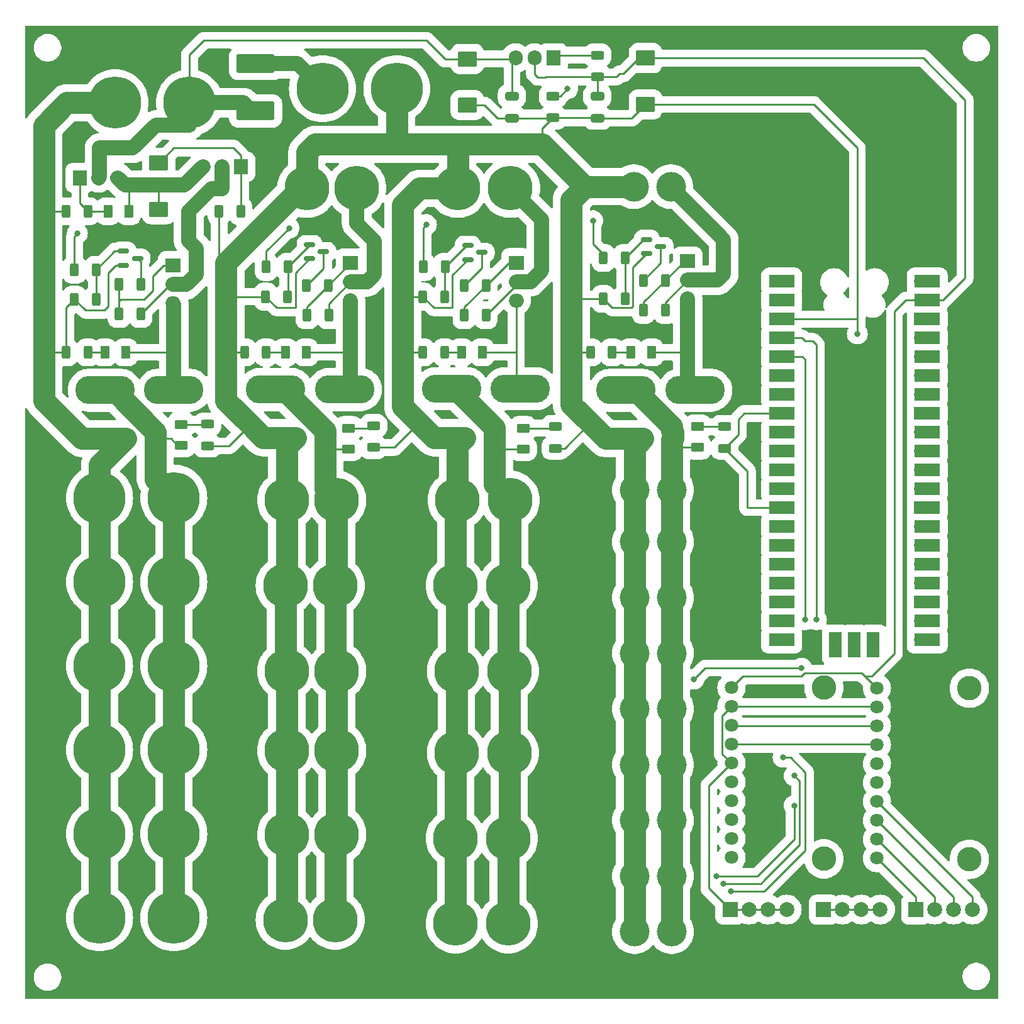
<source format=gbr>
%TF.GenerationSoftware,KiCad,Pcbnew,8.0.3*%
%TF.CreationDate,2024-08-15T08:25:52+02:00*%
%TF.ProjectId,PowerBoard,506f7765-7242-46f6-9172-642e6b696361,rev?*%
%TF.SameCoordinates,Original*%
%TF.FileFunction,Copper,L1,Top*%
%TF.FilePolarity,Positive*%
%FSLAX46Y46*%
G04 Gerber Fmt 4.6, Leading zero omitted, Abs format (unit mm)*
G04 Created by KiCad (PCBNEW 8.0.3) date 2024-08-15 08:25:52*
%MOMM*%
%LPD*%
G01*
G04 APERTURE LIST*
G04 Aperture macros list*
%AMRoundRect*
0 Rectangle with rounded corners*
0 $1 Rounding radius*
0 $2 $3 $4 $5 $6 $7 $8 $9 X,Y pos of 4 corners*
0 Add a 4 corners polygon primitive as box body*
4,1,4,$2,$3,$4,$5,$6,$7,$8,$9,$2,$3,0*
0 Add four circle primitives for the rounded corners*
1,1,$1+$1,$2,$3*
1,1,$1+$1,$4,$5*
1,1,$1+$1,$6,$7*
1,1,$1+$1,$8,$9*
0 Add four rect primitives between the rounded corners*
20,1,$1+$1,$2,$3,$4,$5,0*
20,1,$1+$1,$4,$5,$6,$7,0*
20,1,$1+$1,$6,$7,$8,$9,0*
20,1,$1+$1,$8,$9,$2,$3,0*%
G04 Aperture macros list end*
%TA.AperFunction,SMDPad,CuDef*%
%ADD10RoundRect,0.250000X-0.312500X-0.625000X0.312500X-0.625000X0.312500X0.625000X-0.312500X0.625000X0*%
%TD*%
%TA.AperFunction,ComponentPad*%
%ADD11C,7.000000*%
%TD*%
%TA.AperFunction,ComponentPad*%
%ADD12C,4.000000*%
%TD*%
%TA.AperFunction,SMDPad,CuDef*%
%ADD13RoundRect,0.250000X-0.375000X-0.625000X0.375000X-0.625000X0.375000X0.625000X-0.375000X0.625000X0*%
%TD*%
%TA.AperFunction,SMDPad,CuDef*%
%ADD14RoundRect,0.250000X-0.625000X0.375000X-0.625000X-0.375000X0.625000X-0.375000X0.625000X0.375000X0*%
%TD*%
%TA.AperFunction,SMDPad,CuDef*%
%ADD15RoundRect,0.150000X-0.587500X-0.150000X0.587500X-0.150000X0.587500X0.150000X-0.587500X0.150000X0*%
%TD*%
%TA.AperFunction,SMDPad,CuDef*%
%ADD16RoundRect,0.250000X-1.025000X0.787500X-1.025000X-0.787500X1.025000X-0.787500X1.025000X0.787500X0*%
%TD*%
%TA.AperFunction,ComponentPad*%
%ADD17C,6.000000*%
%TD*%
%TA.AperFunction,SMDPad,CuDef*%
%ADD18RoundRect,0.250000X2.325000X-0.987500X2.325000X0.987500X-2.325000X0.987500X-2.325000X-0.987500X0*%
%TD*%
%TA.AperFunction,SMDPad,CuDef*%
%ADD19RoundRect,0.250000X-0.625000X0.312500X-0.625000X-0.312500X0.625000X-0.312500X0.625000X0.312500X0*%
%TD*%
%TA.AperFunction,SMDPad,CuDef*%
%ADD20RoundRect,0.250000X-1.000000X-0.650000X1.000000X-0.650000X1.000000X0.650000X-1.000000X0.650000X0*%
%TD*%
%TA.AperFunction,ComponentPad*%
%ADD21O,8.000000X3.800000*%
%TD*%
%TA.AperFunction,ComponentPad*%
%ADD22R,2.000000X1.905000*%
%TD*%
%TA.AperFunction,ComponentPad*%
%ADD23O,2.000000X1.905000*%
%TD*%
%TA.AperFunction,SMDPad,CuDef*%
%ADD24RoundRect,0.250000X-0.650000X0.325000X-0.650000X-0.325000X0.650000X-0.325000X0.650000X0.325000X0*%
%TD*%
%TA.AperFunction,ComponentPad*%
%ADD25R,2.000000X2.000000*%
%TD*%
%TA.AperFunction,ComponentPad*%
%ADD26C,2.000000*%
%TD*%
%TA.AperFunction,ComponentPad*%
%ADD27C,3.300000*%
%TD*%
%TA.AperFunction,ComponentPad*%
%ADD28C,1.800000*%
%TD*%
%TA.AperFunction,SMDPad,CuDef*%
%ADD29RoundRect,0.250000X0.375000X0.625000X-0.375000X0.625000X-0.375000X-0.625000X0.375000X-0.625000X0*%
%TD*%
%TA.AperFunction,SMDPad,CuDef*%
%ADD30RoundRect,0.250000X1.025000X-0.787500X1.025000X0.787500X-1.025000X0.787500X-1.025000X-0.787500X0*%
%TD*%
%TA.AperFunction,SMDPad,CuDef*%
%ADD31RoundRect,0.250000X0.312500X0.625000X-0.312500X0.625000X-0.312500X-0.625000X0.312500X-0.625000X0*%
%TD*%
%TA.AperFunction,ComponentPad*%
%ADD32R,1.905000X2.000000*%
%TD*%
%TA.AperFunction,ComponentPad*%
%ADD33O,1.905000X2.000000*%
%TD*%
%TA.AperFunction,ComponentPad*%
%ADD34O,1.700000X1.700000*%
%TD*%
%TA.AperFunction,SMDPad,CuDef*%
%ADD35R,3.500000X1.700000*%
%TD*%
%TA.AperFunction,ComponentPad*%
%ADD36R,1.700000X1.700000*%
%TD*%
%TA.AperFunction,SMDPad,CuDef*%
%ADD37R,1.700000X3.500000*%
%TD*%
%TA.AperFunction,SMDPad,CuDef*%
%ADD38RoundRect,0.250000X0.625000X-0.312500X0.625000X0.312500X-0.625000X0.312500X-0.625000X-0.312500X0*%
%TD*%
%TA.AperFunction,ViaPad*%
%ADD39C,0.800000*%
%TD*%
%TA.AperFunction,Conductor*%
%ADD40C,0.250000*%
%TD*%
%TA.AperFunction,Conductor*%
%ADD41C,2.000000*%
%TD*%
%TA.AperFunction,Conductor*%
%ADD42C,3.000000*%
%TD*%
G04 APERTURE END LIST*
D10*
%TO.P,R12,1*%
%TO.N,GND*%
X86625000Y-66375000D03*
%TO.P,R12,2*%
%TO.N,Net-(Q3-B)*%
X89550000Y-66375000D03*
%TD*%
D11*
%TO.P,J5,1,Pin_1*%
%TO.N,48V_2*%
X100000000Y-93100000D03*
%TO.P,J5,2,Pin_2*%
%TO.N,GND*%
X90000000Y-93100000D03*
%TD*%
D12*
%TO.P,J22,1,Pin_1*%
%TO.N,5V_2*%
X167000000Y-92000000D03*
%TO.P,J22,2,Pin_2*%
%TO.N,GND*%
X162000000Y-92000000D03*
%TD*%
D13*
%TO.P,D13,1,K*%
%TO.N,Net-(D13-K)*%
X161500000Y-73500000D03*
%TO.P,D13,2,A*%
%TO.N,Net-(D13-A)*%
X164300000Y-73500000D03*
%TD*%
D14*
%TO.P,D9,1,K*%
%TO.N,Net-(D9-K)*%
X101000000Y-83200000D03*
%TO.P,D9,2,A*%
%TO.N,48V_2*%
X101000000Y-86000000D03*
%TD*%
D15*
%TO.P,Q6,1,B*%
%TO.N,Net-(Q6-B)*%
X139575000Y-59100000D03*
%TO.P,Q6,2,E*%
%TO.N,GND*%
X139575000Y-61000000D03*
%TO.P,Q6,3,C*%
%TO.N,Net-(Q6-C)*%
X141450000Y-60050000D03*
%TD*%
D12*
%TO.P,J29,1,Pin_1*%
%TO.N,5V_2*%
X167000000Y-136500000D03*
%TO.P,J29,2,Pin_2*%
%TO.N,GND*%
X162000000Y-136500000D03*
%TD*%
D16*
%TO.P,C3,1*%
%TO.N,+48V*%
X139500000Y-34000000D03*
%TO.P,C3,2*%
%TO.N,GND*%
X139500000Y-40225000D03*
%TD*%
D10*
%TO.P,R7,1*%
%TO.N,Net-(Q4-C)*%
X117850000Y-64500000D03*
%TO.P,R7,2*%
%TO.N,Net-(Q2-G)*%
X120775000Y-64500000D03*
%TD*%
D17*
%TO.P,J19,1,Pin_1*%
%TO.N,12V_2*%
X145150000Y-127400000D03*
%TO.P,J19,2,Pin_2*%
%TO.N,GND*%
X138050000Y-127400000D03*
%TD*%
D12*
%TO.P,J24,1,Pin_1*%
%TO.N,5V_2*%
X167000000Y-106500000D03*
%TO.P,J24,2,Pin_2*%
%TO.N,GND*%
X162000000Y-106500000D03*
%TD*%
D11*
%TO.P,J28,1,Pin_1*%
%TO.N,48V_2*%
X100000000Y-149600000D03*
%TO.P,J28,2,Pin_2*%
%TO.N,GND*%
X90000000Y-149600000D03*
%TD*%
D18*
%TO.P,D2,1,K*%
%TO.N,+48V*%
X111000000Y-41000000D03*
%TO.P,D2,2,A*%
%TO.N,Net-(D2-A)*%
X111000000Y-34625000D03*
%TD*%
D19*
%TO.P,R10,1*%
%TO.N,Net-(D10-K)*%
X126850000Y-83375000D03*
%TO.P,R10,2*%
%TO.N,GND*%
X126850000Y-86300000D03*
%TD*%
%TO.P,R2,1*%
%TO.N,Net-(D9-K)*%
X104500000Y-83175000D03*
%TO.P,R2,2*%
%TO.N,GND*%
X104500000Y-86100000D03*
%TD*%
D20*
%TO.P,D6,1,A1*%
%TO.N,GND*%
X93500000Y-85100000D03*
%TO.P,D6,2,A2*%
%TO.N,48V_2*%
X97500000Y-85100000D03*
%TD*%
D21*
%TO.P,F3,1*%
%TO.N,Net-(D11-A)*%
X146650000Y-78400000D03*
%TO.P,F3,2*%
%TO.N,12V_2*%
X137350000Y-78400000D03*
%TD*%
D13*
%TO.P,D11,1,K*%
%TO.N,Net-(D11-K)*%
X138700000Y-73500000D03*
%TO.P,D11,2,A*%
%TO.N,Net-(D11-A)*%
X141500000Y-73500000D03*
%TD*%
D17*
%TO.P,J18,1,Pin_1*%
%TO.N,12V_2*%
X145150000Y-116400000D03*
%TO.P,J18,2,Pin_2*%
%TO.N,GND*%
X138050000Y-116400000D03*
%TD*%
%TO.P,J10,1,Pin_1*%
%TO.N,24V_2*%
X121900000Y-93400000D03*
%TO.P,J10,2,Pin_2*%
%TO.N,GND*%
X115200000Y-93400000D03*
%TD*%
D10*
%TO.P,R13,1*%
%TO.N,EN_12V*%
X133575000Y-62000000D03*
%TO.P,R13,2*%
%TO.N,Net-(Q6-B)*%
X136500000Y-62000000D03*
%TD*%
D13*
%TO.P,D7,1,K*%
%TO.N,Net-(D7-K)*%
X115000000Y-73500000D03*
%TO.P,D7,2,A*%
%TO.N,Net-(D7-A)*%
X117800000Y-73500000D03*
%TD*%
D22*
%TO.P,Q7,1,G*%
%TO.N,Net-(Q7-G)*%
X169150000Y-61220000D03*
D23*
%TO.P,Q7,2,D*%
%TO.N,+5V*%
X169150000Y-63760000D03*
%TO.P,Q7,3,S*%
%TO.N,Net-(D13-A)*%
X169150000Y-66300000D03*
%TD*%
D24*
%TO.P,C2,1*%
%TO.N,VCC*%
X157000000Y-39025000D03*
%TO.P,C2,2*%
%TO.N,GND*%
X157000000Y-41975000D03*
%TD*%
D25*
%TO.P,JGND1,1,Pin_1*%
%TO.N,GND*%
X174880000Y-148500000D03*
D26*
%TO.P,JGND1,2,Pin_2*%
X177420000Y-148500000D03*
%TO.P,JGND1,3,Pin_3*%
X179960000Y-148500000D03*
%TO.P,JGND1,4,Pin_4*%
X182500000Y-148500000D03*
%TD*%
D15*
%TO.P,Q8,1,B*%
%TO.N,Net-(Q8-B)*%
X163650000Y-58300000D03*
%TO.P,Q8,2,E*%
%TO.N,GND*%
X163650000Y-60200000D03*
%TO.P,Q8,3,C*%
%TO.N,Net-(Q8-C)*%
X165525000Y-59250000D03*
%TD*%
D17*
%TO.P,J13,1,Pin_1*%
%TO.N,24V_2*%
X121900000Y-127100000D03*
%TO.P,J13,2,Pin_2*%
%TO.N,GND*%
X115200000Y-127100000D03*
%TD*%
D11*
%TO.P,J8,1,Pin_1*%
%TO.N,48V_2*%
X100000000Y-127000000D03*
%TO.P,J8,2,Pin_2*%
%TO.N,GND*%
X90000000Y-127000000D03*
%TD*%
D12*
%TO.P,J31,1,Pin_1*%
%TO.N,5V_2*%
X167000000Y-151500000D03*
%TO.P,J31,2,Pin_2*%
%TO.N,GND*%
X162000000Y-151500000D03*
%TD*%
D27*
%TO.P,A2,*%
%TO.N,*%
X207073000Y-118705000D03*
X207073000Y-141742341D03*
D28*
%TO.P,A2,1,VCC*%
%TO.N,VCC*%
X194627000Y-118705000D03*
%TO.P,A2,2,GND*%
%TO.N,GND*%
X194627000Y-121245000D03*
%TO.P,A2,3,SCL*%
%TO.N,SCL*%
X194627000Y-123785000D03*
%TO.P,A2,4,SDA*%
%TO.N,SDA*%
X194627000Y-126325000D03*
%TO.P,A2,5,ADDR*%
%TO.N,VCC*%
X194627000Y-128865000D03*
%TO.P,A2,6,ALERT*%
%TO.N,unconnected-(A2-ALERT-Pad6)*%
X194627000Y-131405000D03*
%TO.P,A2,7,A0*%
%TO.N,Net-(A2-A0)*%
X194627000Y-133945000D03*
%TO.P,A2,8,A1*%
%TO.N,Net-(A2-A1)*%
X194627000Y-136485000D03*
%TO.P,A2,9,A2*%
%TO.N,Net-(A2-A2)*%
X194627000Y-139025000D03*
%TO.P,A2,10,A3*%
%TO.N,Net-(A2-A3)*%
X194627000Y-141565000D03*
%TD*%
D19*
%TO.P,R35,1*%
%TO.N,Net-(U2-ADJ)*%
X151000000Y-39000000D03*
%TO.P,R35,2*%
%TO.N,GND*%
X151000000Y-41925000D03*
%TD*%
D12*
%TO.P,J25,1,Pin_1*%
%TO.N,5V_2*%
X167000000Y-114000000D03*
%TO.P,J25,2,Pin_2*%
%TO.N,GND*%
X162000000Y-114000000D03*
%TD*%
%TO.P,J23,1,Pin_1*%
%TO.N,5V_2*%
X167000000Y-99000000D03*
%TO.P,J23,2,Pin_2*%
%TO.N,GND*%
X162000000Y-99000000D03*
%TD*%
%TO.P,J4,1,Pin_1*%
%TO.N,+5V*%
X166900000Y-51200000D03*
%TO.P,J4,2,Pin_2*%
%TO.N,GND*%
X161900000Y-51200000D03*
%TD*%
D29*
%TO.P,D1,1,K*%
%TO.N,Net-(D1-K)*%
X93925000Y-54500000D03*
%TO.P,D1,2,A*%
%TO.N,Net-(D1-A)*%
X91125000Y-54500000D03*
%TD*%
D10*
%TO.P,R8,1*%
%TO.N,Net-(Q2-G)*%
X117925000Y-68500000D03*
%TO.P,R8,2*%
%TO.N,+24V*%
X120850000Y-68500000D03*
%TD*%
D17*
%TO.P,J2,1,Pin_1*%
%TO.N,+24V*%
X124600000Y-51400000D03*
%TO.P,J2,2,Pin_2*%
%TO.N,GND*%
X117900000Y-51400000D03*
%TD*%
D15*
%TO.P,Q3,1,B*%
%TO.N,Net-(Q3-B)*%
X93230000Y-59885000D03*
%TO.P,Q3,2,E*%
%TO.N,GND*%
X93230000Y-61785000D03*
%TO.P,Q3,3,C*%
%TO.N,Net-(Q3-C)*%
X95105000Y-60835000D03*
%TD*%
D30*
%TO.P,C5,1*%
%TO.N,Net-(D1-K)*%
X97965000Y-54225000D03*
%TO.P,C5,2*%
%TO.N,Net-(Q9-G)*%
X97965000Y-48000000D03*
%TD*%
D22*
%TO.P,Q1,1,G*%
%TO.N,Net-(Q1-G)*%
X99855000Y-61835000D03*
D23*
%TO.P,Q1,2,D*%
%TO.N,+48V_SOFT*%
X99855000Y-64375000D03*
%TO.P,Q1,3,S*%
%TO.N,Net-(D8-A)*%
X99855000Y-66915000D03*
%TD*%
D31*
%TO.P,R17,1*%
%TO.N,Net-(D11-K)*%
X136425000Y-73500000D03*
%TO.P,R17,2*%
%TO.N,GND*%
X133500000Y-73500000D03*
%TD*%
D17*
%TO.P,J11,1,Pin_1*%
%TO.N,24V_2*%
X121700000Y-104900000D03*
%TO.P,J11,2,Pin_2*%
%TO.N,GND*%
X115000000Y-104900000D03*
%TD*%
D32*
%TO.P,Q9,1,G*%
%TO.N,Net-(Q9-G)*%
X109000000Y-48500000D03*
D33*
%TO.P,Q9,2,D*%
%TO.N,+48V_SOFT*%
X106460000Y-48500000D03*
%TO.P,Q9,3,S*%
%TO.N,Net-(D1-K)*%
X103920000Y-48500000D03*
%TD*%
D21*
%TO.P,F2,1*%
%TO.N,Net-(D7-A)*%
X123000000Y-78500000D03*
%TO.P,F2,2*%
%TO.N,24V_2*%
X113700000Y-78500000D03*
%TD*%
D11*
%TO.P,J9,1,Pin_1*%
%TO.N,48V_2*%
X100000000Y-138300000D03*
%TO.P,J9,2,Pin_2*%
%TO.N,GND*%
X90000000Y-138300000D03*
%TD*%
%TO.P,J32,1,Pin_1*%
%TO.N,Net-(D2-A)*%
X120000000Y-38000000D03*
%TO.P,J32,2,Pin_2*%
%TO.N,GND*%
X130000000Y-38000000D03*
%TD*%
D17*
%TO.P,J20,1,Pin_1*%
%TO.N,12V_2*%
X145000000Y-138900000D03*
%TO.P,J20,2,Pin_2*%
%TO.N,GND*%
X137900000Y-138900000D03*
%TD*%
D14*
%TO.P,D14,1,K*%
%TO.N,Net-(D14-K)*%
X170500000Y-83500000D03*
%TO.P,D14,2,A*%
%TO.N,5V_2*%
X170500000Y-86300000D03*
%TD*%
D17*
%TO.P,J12,1,Pin_1*%
%TO.N,24V_2*%
X121900000Y-116400000D03*
%TO.P,J12,2,Pin_2*%
%TO.N,GND*%
X115200000Y-116400000D03*
%TD*%
D20*
%TO.P,D4,1,A1*%
%TO.N,GND*%
X163150000Y-85100000D03*
%TO.P,D4,2,A2*%
%TO.N,5V_2*%
X167150000Y-85100000D03*
%TD*%
D31*
%TO.P,R1,1*%
%TO.N,Net-(D8-K)*%
X88425000Y-73500000D03*
%TO.P,R1,2*%
%TO.N,GND*%
X85500000Y-73500000D03*
%TD*%
D12*
%TO.P,J27,1,Pin_1*%
%TO.N,5V_2*%
X167000000Y-129000000D03*
%TO.P,J27,2,Pin_2*%
%TO.N,GND*%
X162000000Y-129000000D03*
%TD*%
D16*
%TO.P,C4,1*%
%TO.N,VCC*%
X163500000Y-33887500D03*
%TO.P,C4,2*%
%TO.N,GND*%
X163500000Y-40112500D03*
%TD*%
D11*
%TO.P,J1,1,Pin_1*%
%TO.N,+48V*%
X102100000Y-39900000D03*
%TO.P,J1,2,Pin_2*%
%TO.N,GND*%
X92100000Y-39900000D03*
%TD*%
D34*
%TO.P,U1,1,GPIO0*%
%TO.N,unconnected-(U1-GPIO0-Pad1)*%
X182720000Y-63940000D03*
D35*
%TO.N,unconnected-(U1-GPIO0-Pad1)_1*%
X181820000Y-63940000D03*
D34*
%TO.P,U1,2,GPIO1*%
%TO.N,unconnected-(U1-GPIO1-Pad2)*%
X182720000Y-66480000D03*
D35*
%TO.N,unconnected-(U1-GPIO1-Pad2)_1*%
X181820000Y-66480000D03*
D36*
%TO.P,U1,3,GND*%
%TO.N,GND*%
X182720000Y-69020000D03*
D35*
X181820000Y-69020000D03*
D34*
%TO.P,U1,4,GPIO2*%
%TO.N,SDA*%
X182720000Y-71560000D03*
D35*
X181820000Y-71560000D03*
D34*
%TO.P,U1,5,GPIO3*%
%TO.N,SCL*%
X182720000Y-74100000D03*
D35*
X181820000Y-74100000D03*
D34*
%TO.P,U1,6,GPIO4*%
%TO.N,unconnected-(U1-GPIO4-Pad6)*%
X182720000Y-76640000D03*
D35*
%TO.N,unconnected-(U1-GPIO4-Pad6)_1*%
X181820000Y-76640000D03*
D34*
%TO.P,U1,7,GPIO5*%
%TO.N,unconnected-(U1-GPIO5-Pad7)*%
X182720000Y-79180000D03*
D35*
%TO.N,unconnected-(U1-GPIO5-Pad7)_1*%
X181820000Y-79180000D03*
D36*
%TO.P,U1,8,GND*%
%TO.N,GND*%
X182720000Y-81720000D03*
D35*
X181820000Y-81720000D03*
D34*
%TO.P,U1,9,GPIO6*%
%TO.N,EN_48V*%
X182720000Y-84260000D03*
D35*
X181820000Y-84260000D03*
D34*
%TO.P,U1,10,GPIO7*%
%TO.N,EN_24V*%
X182720000Y-86800000D03*
D35*
X181820000Y-86800000D03*
D34*
%TO.P,U1,11,GPIO8*%
%TO.N,EN_12V*%
X182720000Y-89340000D03*
D35*
X181820000Y-89340000D03*
D34*
%TO.P,U1,12,GPIO9*%
%TO.N,EN_5V*%
X182720000Y-91880000D03*
D35*
X181820000Y-91880000D03*
D36*
%TO.P,U1,13,GND*%
%TO.N,GND*%
X182720000Y-94420000D03*
D35*
X181820000Y-94420000D03*
D34*
%TO.P,U1,14,GPIO10*%
%TO.N,unconnected-(U1-GPIO10-Pad14)_1*%
X182720000Y-96960000D03*
D35*
%TO.N,unconnected-(U1-GPIO10-Pad14)*%
X181820000Y-96960000D03*
D34*
%TO.P,U1,15,GPIO11*%
%TO.N,unconnected-(U1-GPIO11-Pad15)_1*%
X182720000Y-99500000D03*
D35*
%TO.N,unconnected-(U1-GPIO11-Pad15)*%
X181820000Y-99500000D03*
D34*
%TO.P,U1,16,GPIO12*%
%TO.N,unconnected-(U1-GPIO12-Pad16)*%
X182720000Y-102040000D03*
D35*
%TO.N,unconnected-(U1-GPIO12-Pad16)_1*%
X181820000Y-102040000D03*
D34*
%TO.P,U1,17,GPIO13*%
%TO.N,unconnected-(U1-GPIO13-Pad17)*%
X182720000Y-104580000D03*
D35*
%TO.N,unconnected-(U1-GPIO13-Pad17)_1*%
X181820000Y-104580000D03*
D36*
%TO.P,U1,18,GND*%
%TO.N,GND*%
X182720000Y-107120000D03*
D35*
X181820000Y-107120000D03*
D34*
%TO.P,U1,19,GPIO14*%
%TO.N,unconnected-(U1-GPIO14-Pad19)_1*%
X182720000Y-109660000D03*
D35*
%TO.N,unconnected-(U1-GPIO14-Pad19)*%
X181820000Y-109660000D03*
D34*
%TO.P,U1,20,GPIO15*%
%TO.N,unconnected-(U1-GPIO15-Pad20)*%
X182720000Y-112200000D03*
D35*
%TO.N,unconnected-(U1-GPIO15-Pad20)_1*%
X181820000Y-112200000D03*
D34*
%TO.P,U1,21,GPIO16*%
%TO.N,unconnected-(U1-GPIO16-Pad21)_1*%
X200500000Y-112200000D03*
D35*
%TO.N,unconnected-(U1-GPIO16-Pad21)*%
X201400000Y-112200000D03*
D34*
%TO.P,U1,22,GPIO17*%
%TO.N,unconnected-(U1-GPIO17-Pad22)_1*%
X200500000Y-109660000D03*
D35*
%TO.N,unconnected-(U1-GPIO17-Pad22)*%
X201400000Y-109660000D03*
D36*
%TO.P,U1,23,GND*%
%TO.N,GND*%
X200500000Y-107120000D03*
D35*
X201400000Y-107120000D03*
D34*
%TO.P,U1,24,GPIO18*%
%TO.N,unconnected-(U1-GPIO18-Pad24)_1*%
X200500000Y-104580000D03*
D35*
%TO.N,unconnected-(U1-GPIO18-Pad24)*%
X201400000Y-104580000D03*
D34*
%TO.P,U1,25,GPIO19*%
%TO.N,unconnected-(U1-GPIO19-Pad25)*%
X200500000Y-102040000D03*
D35*
%TO.N,unconnected-(U1-GPIO19-Pad25)_1*%
X201400000Y-102040000D03*
D34*
%TO.P,U1,26,GPIO20*%
%TO.N,unconnected-(U1-GPIO20-Pad26)_1*%
X200500000Y-99500000D03*
D35*
%TO.N,unconnected-(U1-GPIO20-Pad26)*%
X201400000Y-99500000D03*
D34*
%TO.P,U1,27,GPIO21*%
%TO.N,unconnected-(U1-GPIO21-Pad27)*%
X200500000Y-96960000D03*
D35*
%TO.N,unconnected-(U1-GPIO21-Pad27)_1*%
X201400000Y-96960000D03*
D36*
%TO.P,U1,28,GND*%
%TO.N,GND*%
X200500000Y-94420000D03*
D35*
X201400000Y-94420000D03*
D34*
%TO.P,U1,29,GPIO22*%
%TO.N,unconnected-(U1-GPIO22-Pad29)_1*%
X200500000Y-91880000D03*
D35*
%TO.N,unconnected-(U1-GPIO22-Pad29)*%
X201400000Y-91880000D03*
D34*
%TO.P,U1,30,RUN*%
%TO.N,unconnected-(U1-RUN-Pad30)_1*%
X200500000Y-89340000D03*
D35*
%TO.N,unconnected-(U1-RUN-Pad30)*%
X201400000Y-89340000D03*
D34*
%TO.P,U1,31,GPIO26_ADC0*%
%TO.N,unconnected-(U1-GPIO26_ADC0-Pad31)*%
X200500000Y-86800000D03*
D35*
%TO.N,unconnected-(U1-GPIO26_ADC0-Pad31)_1*%
X201400000Y-86800000D03*
D34*
%TO.P,U1,32,GPIO27_ADC1*%
%TO.N,unconnected-(U1-GPIO27_ADC1-Pad32)*%
X200500000Y-84260000D03*
D35*
%TO.N,unconnected-(U1-GPIO27_ADC1-Pad32)_1*%
X201400000Y-84260000D03*
D36*
%TO.P,U1,33,AGND*%
%TO.N,GND*%
X200500000Y-81720000D03*
D35*
X201400000Y-81720000D03*
D34*
%TO.P,U1,34,GPIO28_ADC2*%
%TO.N,unconnected-(U1-GPIO28_ADC2-Pad34)_1*%
X200500000Y-79180000D03*
D35*
%TO.N,unconnected-(U1-GPIO28_ADC2-Pad34)*%
X201400000Y-79180000D03*
D34*
%TO.P,U1,35,ADC_VREF*%
%TO.N,unconnected-(U1-ADC_VREF-Pad35)*%
X200500000Y-76640000D03*
D35*
%TO.N,unconnected-(U1-ADC_VREF-Pad35)_1*%
X201400000Y-76640000D03*
D34*
%TO.P,U1,36,3V3*%
%TO.N,unconnected-(U1-3V3-Pad36)*%
X200500000Y-74100000D03*
D35*
%TO.N,unconnected-(U1-3V3-Pad36)_1*%
X201400000Y-74100000D03*
D34*
%TO.P,U1,37,3V3_EN*%
%TO.N,unconnected-(U1-3V3_EN-Pad37)*%
X200500000Y-71560000D03*
D35*
%TO.N,unconnected-(U1-3V3_EN-Pad37)_1*%
X201400000Y-71560000D03*
D36*
%TO.P,U1,38,GND*%
%TO.N,GND*%
X200500000Y-69020000D03*
D35*
X201400000Y-69020000D03*
D34*
%TO.P,U1,39,VSYS*%
%TO.N,VCC*%
X200500000Y-66480000D03*
D35*
X201400000Y-66480000D03*
D34*
%TO.P,U1,40,VBUS*%
%TO.N,unconnected-(U1-VBUS-Pad40)*%
X200500000Y-63940000D03*
D35*
%TO.N,unconnected-(U1-VBUS-Pad40)_1*%
X201400000Y-63940000D03*
D34*
%TO.P,U1,41,SWCLK*%
%TO.N,unconnected-(U1-SWCLK-Pad41)_1*%
X189070000Y-111970000D03*
D37*
%TO.N,unconnected-(U1-SWCLK-Pad41)*%
X189070000Y-112870000D03*
D36*
%TO.P,U1,42,GND*%
%TO.N,GND*%
X191610000Y-111970000D03*
D37*
X191610000Y-112870000D03*
D34*
%TO.P,U1,43,SWDIO*%
%TO.N,unconnected-(U1-SWDIO-Pad43)*%
X194150000Y-111970000D03*
D37*
%TO.N,unconnected-(U1-SWDIO-Pad43)_1*%
X194150000Y-112870000D03*
%TD*%
D20*
%TO.P,D5,1,A1*%
%TO.N,GND*%
X116350000Y-85000000D03*
%TO.P,D5,2,A2*%
%TO.N,24V_2*%
X120350000Y-85000000D03*
%TD*%
D15*
%TO.P,Q4,1,B*%
%TO.N,Net-(Q4-B)*%
X118275000Y-59000000D03*
%TO.P,Q4,2,E*%
%TO.N,GND*%
X118275000Y-60900000D03*
%TO.P,Q4,3,C*%
%TO.N,Net-(Q4-C)*%
X120150000Y-59950000D03*
%TD*%
D12*
%TO.P,J30,1,Pin_1*%
%TO.N,5V_2*%
X167000000Y-144000000D03*
%TO.P,J30,2,Pin_2*%
%TO.N,GND*%
X162000000Y-144000000D03*
%TD*%
D10*
%TO.P,R3,1*%
%TO.N,EN_24V*%
X112425000Y-62000000D03*
%TO.P,R3,2*%
%TO.N,Net-(Q4-B)*%
X115350000Y-62000000D03*
%TD*%
D17*
%TO.P,J3,1,Pin_1*%
%TO.N,+12V*%
X145300000Y-51400000D03*
%TO.P,J3,2,Pin_2*%
%TO.N,GND*%
X138200000Y-51400000D03*
%TD*%
D31*
%TO.P,R6,1*%
%TO.N,Net-(Q3-C)*%
X95550000Y-64335000D03*
%TO.P,R6,2*%
%TO.N,Net-(Q1-G)*%
X92625000Y-64335000D03*
%TD*%
D10*
%TO.P,R19,1*%
%TO.N,EN_5V*%
X157800000Y-60800000D03*
%TO.P,R19,2*%
%TO.N,Net-(Q8-B)*%
X160725000Y-60800000D03*
%TD*%
D31*
%TO.P,R9,1*%
%TO.N,Net-(D7-K)*%
X112425000Y-73500000D03*
%TO.P,R9,2*%
%TO.N,GND*%
X109500000Y-73500000D03*
%TD*%
D17*
%TO.P,J14,1,Pin_1*%
%TO.N,24V_2*%
X121900000Y-138400000D03*
%TO.P,J14,2,Pin_2*%
%TO.N,GND*%
X115200000Y-138400000D03*
%TD*%
%TO.P,J17,1,Pin_1*%
%TO.N,12V_2*%
X145000000Y-104900000D03*
%TO.P,J17,2,Pin_2*%
%TO.N,GND*%
X137900000Y-104900000D03*
%TD*%
D21*
%TO.P,F1,1*%
%TO.N,Net-(D8-A)*%
X100000000Y-78600000D03*
%TO.P,F1,2*%
%TO.N,48V_2*%
X90700000Y-78600000D03*
%TD*%
D10*
%TO.P,R16,1*%
%TO.N,Net-(Q5-G)*%
X139075000Y-68500000D03*
%TO.P,R16,2*%
%TO.N,+12V*%
X142000000Y-68500000D03*
%TD*%
D31*
%TO.P,R34,1*%
%TO.N,Net-(Q9-G)*%
X109000000Y-54500000D03*
%TO.P,R34,2*%
%TO.N,GND*%
X106075000Y-54500000D03*
%TD*%
D22*
%TO.P,Q5,1,G*%
%TO.N,Net-(Q5-G)*%
X146075000Y-61420000D03*
D23*
%TO.P,Q5,2,D*%
%TO.N,+12V*%
X146075000Y-63960000D03*
%TO.P,Q5,3,S*%
%TO.N,Net-(D11-A)*%
X146075000Y-66500000D03*
%TD*%
D11*
%TO.P,J6,1,Pin_1*%
%TO.N,48V_2*%
X100000000Y-104400000D03*
%TO.P,J6,2,Pin_2*%
%TO.N,GND*%
X90000000Y-104400000D03*
%TD*%
D10*
%TO.P,R14,1*%
%TO.N,GND*%
X133500000Y-66000000D03*
%TO.P,R14,2*%
%TO.N,Net-(Q6-B)*%
X136425000Y-66000000D03*
%TD*%
%TO.P,R21,1*%
%TO.N,Net-(Q8-C)*%
X163225000Y-63800000D03*
%TO.P,R21,2*%
%TO.N,Net-(Q7-G)*%
X166150000Y-63800000D03*
%TD*%
%TO.P,R5,1*%
%TO.N,Net-(Q1-G)*%
X92625000Y-68335000D03*
%TO.P,R5,2*%
%TO.N,+48V_SOFT*%
X95550000Y-68335000D03*
%TD*%
D22*
%TO.P,Q2,1,G*%
%TO.N,Net-(Q2-G)*%
X123775000Y-61460000D03*
D23*
%TO.P,Q2,2,D*%
%TO.N,+24V*%
X123775000Y-64000000D03*
%TO.P,Q2,3,S*%
%TO.N,Net-(D7-A)*%
X123775000Y-66540000D03*
%TD*%
D24*
%TO.P,C1,1*%
%TO.N,+48V*%
X145500000Y-39000000D03*
%TO.P,C1,2*%
%TO.N,GND*%
X145500000Y-41950000D03*
%TD*%
D20*
%TO.P,D3,1,A1*%
%TO.N,GND*%
X139150000Y-85000000D03*
%TO.P,D3,2,A2*%
%TO.N,12V_2*%
X143150000Y-85000000D03*
%TD*%
D32*
%TO.P,Q11,1,G*%
%TO.N,Net-(D1-A)*%
X87345000Y-50000000D03*
D33*
%TO.P,Q11,2,D*%
%TO.N,+48V*%
X89885000Y-50000000D03*
%TO.P,Q11,3,S*%
%TO.N,Net-(D1-K)*%
X92425000Y-50000000D03*
%TD*%
D13*
%TO.P,D8,1,K*%
%TO.N,Net-(D8-K)*%
X90700000Y-73500000D03*
%TO.P,D8,2,A*%
%TO.N,Net-(D8-A)*%
X93500000Y-73500000D03*
%TD*%
D17*
%TO.P,J16,1,Pin_1*%
%TO.N,12V_2*%
X145250000Y-93400000D03*
%TO.P,J16,2,Pin_2*%
%TO.N,GND*%
X138150000Y-93400000D03*
%TD*%
%TO.P,J21,1,Pin_1*%
%TO.N,12V_2*%
X145000000Y-150400000D03*
%TO.P,J21,2,Pin_2*%
%TO.N,GND*%
X137900000Y-150400000D03*
%TD*%
D10*
%TO.P,R20,1*%
%TO.N,GND*%
X157800000Y-66300000D03*
%TO.P,R20,2*%
%TO.N,Net-(Q8-B)*%
X160725000Y-66300000D03*
%TD*%
D19*
%TO.P,R24,1*%
%TO.N,Net-(D14-K)*%
X174150000Y-83475000D03*
%TO.P,R24,2*%
%TO.N,GND*%
X174150000Y-86400000D03*
%TD*%
D32*
%TO.P,U2,1,ADJ*%
%TO.N,Net-(U2-ADJ)*%
X151080000Y-33887500D03*
D33*
%TO.P,U2,2,VO*%
%TO.N,VCC*%
X148540000Y-33887500D03*
%TO.P,U2,3,VI*%
%TO.N,+48V*%
X146000000Y-33887500D03*
%TD*%
D31*
%TO.P,R33,1*%
%TO.N,Net-(D1-A)*%
X88425000Y-54500000D03*
%TO.P,R33,2*%
%TO.N,GND*%
X85500000Y-54500000D03*
%TD*%
D38*
%TO.P,R36,1*%
%TO.N,VCC*%
X157000000Y-36425000D03*
%TO.P,R36,2*%
%TO.N,Net-(U2-ADJ)*%
X157000000Y-33500000D03*
%TD*%
D10*
%TO.P,R22,1*%
%TO.N,Net-(Q7-G)*%
X163225000Y-67800000D03*
%TO.P,R22,2*%
%TO.N,+5V*%
X166150000Y-67800000D03*
%TD*%
D14*
%TO.P,D12,1,K*%
%TO.N,Net-(D12-K)*%
X147000000Y-83700000D03*
%TO.P,D12,2,A*%
%TO.N,12V_2*%
X147000000Y-86500000D03*
%TD*%
D17*
%TO.P,J15,1,Pin_1*%
%TO.N,24V_2*%
X121700000Y-149900000D03*
%TO.P,J15,2,Pin_2*%
%TO.N,GND*%
X115000000Y-149900000D03*
%TD*%
D12*
%TO.P,J26,1,Pin_1*%
%TO.N,5V_2*%
X167000000Y-121500000D03*
%TO.P,J26,2,Pin_2*%
%TO.N,GND*%
X162000000Y-121500000D03*
%TD*%
D21*
%TO.P,F4,1*%
%TO.N,Net-(D13-A)*%
X170150000Y-78600000D03*
%TO.P,F4,2*%
%TO.N,5V_2*%
X160850000Y-78600000D03*
%TD*%
D25*
%TO.P,VCC1,1,Pin_1*%
%TO.N,VCC*%
X187460000Y-148500000D03*
D26*
%TO.P,VCC1,2,Pin_2*%
X190000000Y-148500000D03*
%TO.P,VCC1,3,Pin_3*%
X192540000Y-148500000D03*
%TO.P,VCC1,4,Pin_4*%
X195080000Y-148500000D03*
%TD*%
D14*
%TO.P,D10,1,K*%
%TO.N,Net-(D10-K)*%
X123500000Y-83700000D03*
%TO.P,D10,2,A*%
%TO.N,24V_2*%
X123500000Y-86500000D03*
%TD*%
D10*
%TO.P,R15,1*%
%TO.N,Net-(Q6-C)*%
X139075000Y-64500000D03*
%TO.P,R15,2*%
%TO.N,Net-(Q5-G)*%
X142000000Y-64500000D03*
%TD*%
%TO.P,R11,1*%
%TO.N,EN_48V*%
X86625000Y-62375000D03*
%TO.P,R11,2*%
%TO.N,Net-(Q3-B)*%
X89550000Y-62375000D03*
%TD*%
D31*
%TO.P,R23,1*%
%TO.N,Net-(D13-K)*%
X159000000Y-73500000D03*
%TO.P,R23,2*%
%TO.N,GND*%
X156075000Y-73500000D03*
%TD*%
D10*
%TO.P,R4,1*%
%TO.N,GND*%
X112350000Y-66000000D03*
%TO.P,R4,2*%
%TO.N,Net-(Q4-B)*%
X115275000Y-66000000D03*
%TD*%
D19*
%TO.P,R18,1*%
%TO.N,Net-(D12-K)*%
X151350000Y-83475000D03*
%TO.P,R18,2*%
%TO.N,GND*%
X151350000Y-86400000D03*
%TD*%
D25*
%TO.P,ADC1,1,Pin_1*%
%TO.N,Net-(A2-A3)*%
X199880000Y-148500000D03*
D26*
%TO.P,ADC1,2,Pin_2*%
%TO.N,Net-(A2-A2)*%
X202420000Y-148500000D03*
%TO.P,ADC1,3,Pin_3*%
%TO.N,Net-(A2-A1)*%
X204960000Y-148500000D03*
%TO.P,ADC1,4,Pin_4*%
%TO.N,Net-(A2-A0)*%
X207500000Y-148500000D03*
%TD*%
D11*
%TO.P,J7,1,Pin_1*%
%TO.N,48V_2*%
X100000000Y-115700000D03*
%TO.P,J7,2,Pin_2*%
%TO.N,GND*%
X90000000Y-115700000D03*
%TD*%
D27*
%TO.P,A1,*%
%TO.N,*%
X187500000Y-118640000D03*
X187500000Y-141677341D03*
D28*
%TO.P,A1,1,VCC*%
%TO.N,VCC*%
X175054000Y-118640000D03*
%TO.P,A1,2,GND*%
%TO.N,GND*%
X175054000Y-121180000D03*
%TO.P,A1,3,SCL*%
%TO.N,SCL*%
X175054000Y-123720000D03*
%TO.P,A1,4,SDA*%
%TO.N,SDA*%
X175054000Y-126260000D03*
%TO.P,A1,5,ADDR*%
%TO.N,GND*%
X175054000Y-128800000D03*
%TO.P,A1,6,ALERT*%
%TO.N,unconnected-(A1-ALERT-Pad6)*%
X175054000Y-131340000D03*
%TO.P,A1,7,A0*%
%TO.N,Net-(A1-A0)*%
X175054000Y-133880000D03*
%TO.P,A1,8,A1*%
%TO.N,Net-(A1-A1)*%
X175054000Y-136420000D03*
%TO.P,A1,9,A2*%
%TO.N,Net-(A1-A2)*%
X175054000Y-138960000D03*
%TO.P,A1,10,A3*%
%TO.N,Net-(A1-A3)*%
X175054000Y-141500000D03*
%TD*%
D39*
%TO.N,GND*%
X192000000Y-71000000D03*
%TO.N,EN_24V*%
X115500000Y-56775000D03*
%TO.N,EN_48V*%
X87000000Y-57500000D03*
%TO.N,EN_12V*%
X134000000Y-56275000D03*
%TO.N,EN_5V*%
X156400000Y-55775000D03*
%TO.N,Net-(U2-ADJ)*%
X153000000Y-38000000D03*
%TO.N,SCL*%
X185000000Y-109500000D03*
%TO.N,SDA*%
X186500000Y-109500000D03*
%TO.N,12V_2*%
X183500000Y-130500000D03*
X174000000Y-145000000D03*
%TO.N,5V_2*%
X183500000Y-134500000D03*
X173000000Y-144000000D03*
%TO.N,24V_2*%
X175000000Y-146000000D03*
X182000000Y-128000000D03*
%TO.N,48V_2*%
X170000000Y-117500000D03*
X184500000Y-116000000D03*
%TD*%
D40*
%TO.N,Net-(D1-A)*%
X88425000Y-54500000D02*
X91125000Y-54500000D01*
X87345000Y-50000000D02*
X87345000Y-53420000D01*
X87345000Y-53420000D02*
X88425000Y-54500000D01*
%TO.N,Net-(D1-K)*%
X93925000Y-51500000D02*
X93425000Y-51000000D01*
X97965000Y-51535000D02*
X98500000Y-51000000D01*
X97965000Y-54225000D02*
X97965000Y-51535000D01*
D41*
X98500000Y-51000000D02*
X101420000Y-51000000D01*
D40*
X94200000Y-54225000D02*
X93925000Y-54500000D01*
X93925000Y-54500000D02*
X93925000Y-51500000D01*
D41*
X101420000Y-51000000D02*
X103920000Y-48500000D01*
X93425000Y-51000000D02*
X98500000Y-51000000D01*
X92425000Y-50000000D02*
X93425000Y-51000000D01*
D42*
%TO.N,GND*%
X107000000Y-66000000D02*
X107000000Y-61500000D01*
D40*
X192000000Y-69000000D02*
X192000000Y-71000000D01*
X139575000Y-61000000D02*
X137500000Y-63075000D01*
X143550000Y-41950000D02*
X141825000Y-40225000D01*
D42*
X115200000Y-149700000D02*
X115000000Y-149900000D01*
D40*
X149600000Y-43325000D02*
X149600000Y-45500000D01*
X176000000Y-84550000D02*
X176000000Y-82500000D01*
X175054000Y-128800000D02*
X172000000Y-131854000D01*
D42*
X138200000Y-51400000D02*
X138200000Y-45800000D01*
X82500000Y-55000000D02*
X82500000Y-43000000D01*
X90000000Y-93100000D02*
X90000000Y-104400000D01*
X130000000Y-45500000D02*
X138500000Y-45500000D01*
D40*
X133500000Y-73500000D02*
X130800000Y-73500000D01*
D42*
X107000000Y-61500000D02*
X117100000Y-51400000D01*
D40*
X112350000Y-66000000D02*
X107000000Y-66000000D01*
D42*
X87600000Y-85100000D02*
X82500000Y-80000000D01*
D40*
X174880000Y-148500000D02*
X177420000Y-148500000D01*
D42*
X90000000Y-115700000D02*
X90000000Y-127000000D01*
D40*
X151350000Y-86400000D02*
X152600000Y-86400000D01*
X91125000Y-62835000D02*
X92175000Y-61785000D01*
D42*
X130800000Y-53700000D02*
X133100000Y-51400000D01*
X139150000Y-85000000D02*
X135000000Y-85000000D01*
D40*
X87865000Y-67575000D02*
X88125000Y-67835000D01*
X126850000Y-86300000D02*
X129700000Y-86300000D01*
D42*
X90000000Y-127000000D02*
X90000000Y-138300000D01*
D40*
X161600000Y-67500000D02*
X159000000Y-67500000D01*
X182720000Y-69020000D02*
X191980000Y-69020000D01*
X88125000Y-67835000D02*
X90625000Y-67835000D01*
D42*
X130800000Y-73500000D02*
X130800000Y-66000000D01*
X93500000Y-85100000D02*
X87600000Y-85100000D01*
D40*
X83000000Y-54500000D02*
X82500000Y-55000000D01*
X116387500Y-62787500D02*
X116387500Y-67500000D01*
D42*
X162000000Y-99000000D02*
X162000000Y-106500000D01*
D40*
X107500000Y-73500000D02*
X107000000Y-73000000D01*
X85500000Y-67500000D02*
X86625000Y-66375000D01*
D42*
X162000000Y-121500000D02*
X162000000Y-129000000D01*
D40*
X90625000Y-67835000D02*
X91125000Y-67335000D01*
X86625000Y-66375000D02*
X87825000Y-67575000D01*
X129700000Y-86300000D02*
X133000000Y-83000000D01*
D42*
X138050000Y-105050000D02*
X137900000Y-104900000D01*
D40*
X151000000Y-41925000D02*
X156950000Y-41925000D01*
X141825000Y-40225000D02*
X139500000Y-40225000D01*
D42*
X117100000Y-51400000D02*
X117900000Y-51400000D01*
D40*
X106075000Y-60575000D02*
X107000000Y-61500000D01*
D42*
X110250000Y-83250000D02*
X107000000Y-80000000D01*
X149600000Y-45500000D02*
X155300000Y-51200000D01*
D40*
X118275000Y-60900000D02*
X116387500Y-62787500D01*
D42*
X133100000Y-51400000D02*
X138200000Y-51400000D01*
X138050000Y-127400000D02*
X138050000Y-116400000D01*
X115000000Y-104900000D02*
X115000000Y-116200000D01*
X162000000Y-92000000D02*
X162000000Y-99000000D01*
X90000000Y-149600000D02*
X90000000Y-138300000D01*
X153500000Y-73500000D02*
X153500000Y-66500000D01*
X115200000Y-116400000D02*
X115200000Y-127100000D01*
D40*
X151000000Y-41925000D02*
X149600000Y-43325000D01*
X182500000Y-148500000D02*
X179960000Y-148500000D01*
X91125000Y-67335000D02*
X91125000Y-62835000D01*
D42*
X158100000Y-85100000D02*
X156000000Y-83000000D01*
X130000000Y-45500000D02*
X130000000Y-38000000D01*
D40*
X180620000Y-94420000D02*
X180600000Y-94400000D01*
X182720000Y-94420000D02*
X180620000Y-94420000D01*
D42*
X156000000Y-83000000D02*
X153500000Y-80500000D01*
D40*
X137500000Y-63075000D02*
X137500000Y-67500000D01*
D42*
X138150000Y-86000000D02*
X139150000Y-85000000D01*
D40*
X92175000Y-61785000D02*
X93230000Y-61785000D01*
D42*
X115200000Y-138400000D02*
X115200000Y-149700000D01*
X116350000Y-85000000D02*
X112000000Y-85000000D01*
X90000000Y-88600000D02*
X93500000Y-85100000D01*
X115000000Y-116200000D02*
X115200000Y-116400000D01*
D40*
X186112500Y-40112500D02*
X192000000Y-46000000D01*
D42*
X115200000Y-86150000D02*
X116350000Y-85000000D01*
X162000000Y-106500000D02*
X162000000Y-114000000D01*
D40*
X157800000Y-66300000D02*
X153700000Y-66300000D01*
X177200000Y-94400000D02*
X177200000Y-89450000D01*
D42*
X162000000Y-151500000D02*
X162000000Y-144000000D01*
D40*
X116387500Y-67500000D02*
X113850000Y-67500000D01*
D42*
X115200000Y-104700000D02*
X115000000Y-104900000D01*
D40*
X161800000Y-62050000D02*
X161800000Y-67300000D01*
X150975000Y-41950000D02*
X151000000Y-41925000D01*
D42*
X85600000Y-39900000D02*
X92100000Y-39900000D01*
D40*
X192000000Y-46000000D02*
X192000000Y-69000000D01*
D42*
X119000000Y-45500000D02*
X130000000Y-45500000D01*
X117900000Y-51400000D02*
X117900000Y-46600000D01*
X82500000Y-43000000D02*
X85600000Y-39900000D01*
X162000000Y-86250000D02*
X163150000Y-85100000D01*
D40*
X87825000Y-67575000D02*
X87865000Y-67575000D01*
D42*
X117900000Y-46600000D02*
X119000000Y-45500000D01*
D40*
X191980000Y-69020000D02*
X192000000Y-69000000D01*
D42*
X115200000Y-93400000D02*
X115200000Y-104700000D01*
D40*
X85500000Y-67500000D02*
X85500000Y-73500000D01*
D42*
X115200000Y-93400000D02*
X115200000Y-86150000D01*
X162000000Y-114000000D02*
X162000000Y-121500000D01*
D40*
X159000000Y-67500000D02*
X157800000Y-66300000D01*
X156950000Y-41925000D02*
X157000000Y-41975000D01*
D42*
X107000000Y-80000000D02*
X107000000Y-73000000D01*
D40*
X107400000Y-86100000D02*
X110250000Y-83250000D01*
D42*
X137900000Y-93650000D02*
X138150000Y-93400000D01*
D40*
X180600000Y-94400000D02*
X177200000Y-94400000D01*
X113850000Y-67500000D02*
X112350000Y-66000000D01*
X173829000Y-122405000D02*
X175054000Y-121180000D01*
D42*
X155300000Y-51200000D02*
X161900000Y-51200000D01*
X82500000Y-80000000D02*
X82500000Y-73500000D01*
D40*
X145500000Y-41950000D02*
X150975000Y-41950000D01*
X174150000Y-86400000D02*
X176000000Y-84550000D01*
D42*
X115200000Y-127100000D02*
X115200000Y-138400000D01*
X137900000Y-104900000D02*
X137900000Y-93650000D01*
X138200000Y-45800000D02*
X138500000Y-45500000D01*
X153500000Y-53000000D02*
X155300000Y-51200000D01*
D40*
X173829000Y-127575000D02*
X173829000Y-122405000D01*
D42*
X82500000Y-73500000D02*
X82500000Y-55000000D01*
D40*
X172000000Y-145620000D02*
X174880000Y-148500000D01*
X85500000Y-73500000D02*
X82500000Y-73500000D01*
D42*
X153500000Y-80500000D02*
X153500000Y-73500000D01*
X138050000Y-116400000D02*
X138050000Y-105050000D01*
X138500000Y-45500000D02*
X149600000Y-45500000D01*
D40*
X179960000Y-148500000D02*
X177420000Y-148500000D01*
D42*
X135000000Y-85000000D02*
X133000000Y-83000000D01*
D40*
X152600000Y-86400000D02*
X156000000Y-83000000D01*
D42*
X90000000Y-93100000D02*
X90000000Y-88600000D01*
X130800000Y-66000000D02*
X130800000Y-53700000D01*
D40*
X172000000Y-131854000D02*
X172000000Y-145620000D01*
D42*
X162000000Y-136500000D02*
X162000000Y-129000000D01*
D40*
X133500000Y-66000000D02*
X130800000Y-66000000D01*
D42*
X112000000Y-85000000D02*
X110250000Y-83250000D01*
X130800000Y-80800000D02*
X130800000Y-73500000D01*
D40*
X106075000Y-54500000D02*
X106075000Y-60575000D01*
X176780000Y-81720000D02*
X182720000Y-81720000D01*
X135000000Y-67500000D02*
X133500000Y-66000000D01*
D42*
X107000000Y-73000000D02*
X107000000Y-66000000D01*
D40*
X161800000Y-67300000D02*
X161600000Y-67500000D01*
D42*
X162000000Y-144000000D02*
X162000000Y-136500000D01*
D40*
X194562000Y-121180000D02*
X194627000Y-121245000D01*
D42*
X138150000Y-93400000D02*
X138150000Y-86000000D01*
D40*
X153700000Y-66300000D02*
X153500000Y-66500000D01*
D42*
X153500000Y-66500000D02*
X153500000Y-53000000D01*
D40*
X109500000Y-73500000D02*
X107500000Y-73500000D01*
X157000000Y-41975000D02*
X161637500Y-41975000D01*
X177200000Y-89450000D02*
X174150000Y-86400000D01*
X175054000Y-128800000D02*
X173829000Y-127575000D01*
D42*
X163150000Y-85100000D02*
X158100000Y-85100000D01*
X137900000Y-138900000D02*
X137900000Y-127550000D01*
D40*
X161637500Y-41975000D02*
X163500000Y-40112500D01*
X163650000Y-60200000D02*
X161800000Y-62050000D01*
X163500000Y-40112500D02*
X186112500Y-40112500D01*
X176000000Y-82500000D02*
X176780000Y-81720000D01*
D42*
X137900000Y-127550000D02*
X138050000Y-127400000D01*
X90000000Y-104400000D02*
X90000000Y-115700000D01*
X133000000Y-83000000D02*
X130800000Y-80800000D01*
D40*
X137500000Y-67500000D02*
X135000000Y-67500000D01*
D42*
X162000000Y-92000000D02*
X162000000Y-86250000D01*
D40*
X85500000Y-54500000D02*
X83000000Y-54500000D01*
X145500000Y-41950000D02*
X143550000Y-41950000D01*
D42*
X137900000Y-150400000D02*
X137900000Y-138900000D01*
D40*
X175054000Y-121180000D02*
X194562000Y-121180000D01*
X104500000Y-86100000D02*
X107400000Y-86100000D01*
X156075000Y-73500000D02*
X153500000Y-73500000D01*
%TO.N,Net-(A2-A0)*%
X207500000Y-146818000D02*
X207500000Y-148500000D01*
X194627000Y-133945000D02*
X207500000Y-146818000D01*
%TO.N,Net-(A2-A2)*%
X202420000Y-146818000D02*
X202420000Y-148500000D01*
X194627000Y-139025000D02*
X202420000Y-146818000D01*
%TO.N,Net-(A2-A3)*%
X194627000Y-141565000D02*
X199880000Y-146818000D01*
X199880000Y-146818000D02*
X199880000Y-148500000D01*
%TO.N,Net-(A2-A1)*%
X194627000Y-136485000D02*
X204960000Y-146818000D01*
X204960000Y-146818000D02*
X204960000Y-148500000D01*
%TO.N,VCC*%
X206500000Y-39500000D02*
X206500000Y-63500000D01*
X200887500Y-33887500D02*
X206500000Y-39500000D01*
X187460000Y-148500000D02*
X190000000Y-148500000D01*
X160000000Y-36000000D02*
X159575000Y-36425000D01*
X150075000Y-36425000D02*
X157000000Y-36425000D01*
X162612500Y-33887500D02*
X160500000Y-36000000D01*
X193022000Y-117100000D02*
X193900000Y-117100000D01*
X193900000Y-117100000D02*
X197000000Y-114000000D01*
X193022000Y-117100000D02*
X192587000Y-116665000D01*
X149000000Y-36500000D02*
X150000000Y-36500000D01*
X203520000Y-66480000D02*
X200500000Y-66480000D01*
X150000000Y-36500000D02*
X150075000Y-36425000D01*
X160500000Y-36000000D02*
X160000000Y-36000000D01*
X175054000Y-118640000D02*
X176594000Y-117100000D01*
X157000000Y-39025000D02*
X157000000Y-36425000D01*
X193022000Y-117100000D02*
X194627000Y-118705000D01*
X148540000Y-36040000D02*
X149000000Y-36500000D01*
X163500000Y-33887500D02*
X200887500Y-33887500D01*
X192587000Y-116665000D02*
X184860305Y-116665000D01*
X195080000Y-148500000D02*
X192540000Y-148500000D01*
X148540000Y-33887500D02*
X148540000Y-36040000D01*
X184425305Y-117100000D02*
X176594000Y-117100000D01*
X197000000Y-114000000D02*
X197000000Y-68000000D01*
X206500000Y-63500000D02*
X203520000Y-66480000D01*
X197000000Y-68000000D02*
X198520000Y-66480000D01*
X159575000Y-36425000D02*
X157000000Y-36425000D01*
X198520000Y-66480000D02*
X200500000Y-66480000D01*
X184860305Y-116665000D02*
X184425305Y-117100000D01*
X163500000Y-33887500D02*
X162612500Y-33887500D01*
X190000000Y-148500000D02*
X192540000Y-148500000D01*
%TO.N,Net-(Q1-G)*%
X99855000Y-61835000D02*
X98565000Y-61835000D01*
X92625000Y-66600000D02*
X92625000Y-68335000D01*
X92825000Y-66400000D02*
X92625000Y-66600000D01*
X97200000Y-65200000D02*
X96000000Y-66400000D01*
X97200000Y-63200000D02*
X97200000Y-65200000D01*
X96000000Y-66400000D02*
X92825000Y-66400000D01*
X98565000Y-61835000D02*
X97200000Y-63200000D01*
X92625000Y-64335000D02*
X92625000Y-66600000D01*
D41*
%TO.N,+48V_SOFT*%
X103000000Y-63042500D02*
X103000000Y-59500000D01*
D40*
X95550000Y-68335000D02*
X99510000Y-64375000D01*
D41*
X101667500Y-64375000D02*
X103000000Y-63042500D01*
X106460000Y-50960000D02*
X106460000Y-48500000D01*
X99855000Y-64375000D02*
X101667500Y-64375000D01*
X103000000Y-59500000D02*
X102000000Y-58500000D01*
X102000000Y-54500000D02*
X105000000Y-51500000D01*
X106500000Y-51500000D02*
X106500000Y-51000000D01*
X105000000Y-51500000D02*
X106500000Y-51500000D01*
D40*
X99510000Y-64375000D02*
X99855000Y-64375000D01*
D41*
X106500000Y-51000000D02*
X106460000Y-50960000D01*
X102000000Y-58500000D02*
X102000000Y-54500000D01*
D40*
%TO.N,Net-(Q2-G)*%
X117925000Y-67350000D02*
X120775000Y-64500000D01*
X117925000Y-68500000D02*
X117925000Y-67350000D01*
X123775000Y-61460000D02*
X123775000Y-61500000D01*
X123775000Y-61500000D02*
X120775000Y-64500000D01*
D41*
%TO.N,+24V*%
X124600000Y-56100000D02*
X124600000Y-51400000D01*
X127000000Y-63000000D02*
X127000000Y-58500000D01*
D40*
X120850000Y-66925000D02*
X123775000Y-64000000D01*
D41*
X126000000Y-64000000D02*
X127000000Y-63000000D01*
X123775000Y-64000000D02*
X126000000Y-64000000D01*
X127000000Y-58500000D02*
X124600000Y-56100000D01*
D40*
X120850000Y-68500000D02*
X120850000Y-66925000D01*
%TO.N,Net-(Q3-C)*%
X95550000Y-61280000D02*
X95105000Y-60835000D01*
X95550000Y-64335000D02*
X95550000Y-61280000D01*
%TO.N,Net-(Q3-B)*%
X89550000Y-62375000D02*
X89550000Y-66375000D01*
X92040000Y-59885000D02*
X93230000Y-59885000D01*
X89550000Y-62375000D02*
X92040000Y-59885000D01*
%TO.N,Net-(Q4-B)*%
X115350000Y-65925000D02*
X115275000Y-66000000D01*
X115350000Y-62000000D02*
X118275000Y-59075000D01*
X118275000Y-59075000D02*
X118275000Y-59000000D01*
X115350000Y-62000000D02*
X115350000Y-65925000D01*
%TO.N,Net-(Q4-C)*%
X120150000Y-62200000D02*
X117850000Y-64500000D01*
X120150000Y-59950000D02*
X120150000Y-62200000D01*
%TO.N,+12V*%
X146075000Y-64425000D02*
X146075000Y-63960000D01*
D41*
X148040000Y-63960000D02*
X146075000Y-63960000D01*
X149500000Y-62500000D02*
X148040000Y-63960000D01*
D40*
X142000000Y-68500000D02*
X146075000Y-64425000D01*
D41*
X145300000Y-51400000D02*
X149500000Y-55600000D01*
X149500000Y-55600000D02*
X149500000Y-62500000D01*
D40*
%TO.N,Net-(Q5-G)*%
X145080000Y-61420000D02*
X146075000Y-61420000D01*
X142000000Y-64500000D02*
X145080000Y-61420000D01*
X139075000Y-67425000D02*
X142000000Y-64500000D01*
X139075000Y-68500000D02*
X139075000Y-67425000D01*
%TO.N,Net-(Q6-C)*%
X141450000Y-62125000D02*
X141450000Y-60050000D01*
X139075000Y-64500000D02*
X141450000Y-62125000D01*
%TO.N,Net-(Q6-B)*%
X136425000Y-62075000D02*
X136500000Y-62000000D01*
X136500000Y-62000000D02*
X139400000Y-59100000D01*
X136425000Y-66000000D02*
X136425000Y-62075000D01*
X139400000Y-59100000D02*
X139575000Y-59100000D01*
%TO.N,+5V*%
X166150000Y-66760000D02*
X169150000Y-63760000D01*
D41*
X173240000Y-63760000D02*
X169150000Y-63760000D01*
D40*
X166150000Y-67800000D02*
X166150000Y-66760000D01*
D41*
X174000000Y-63000000D02*
X173240000Y-63760000D01*
X174000000Y-58300000D02*
X174000000Y-63000000D01*
X166900000Y-51200000D02*
X174000000Y-58300000D01*
D40*
%TO.N,Net-(Q7-G)*%
X163225000Y-67800000D02*
X163225000Y-66725000D01*
X168730000Y-61220000D02*
X169150000Y-61220000D01*
X166150000Y-63800000D02*
X168730000Y-61220000D01*
X163225000Y-66725000D02*
X166150000Y-63800000D01*
%TO.N,Net-(Q8-B)*%
X160725000Y-60800000D02*
X163225000Y-58300000D01*
X160725000Y-66300000D02*
X160725000Y-60800000D01*
X163225000Y-58300000D02*
X163650000Y-58300000D01*
%TO.N,Net-(Q8-C)*%
X165525000Y-61500000D02*
X163225000Y-63800000D01*
X165525000Y-59250000D02*
X165525000Y-61500000D01*
%TO.N,Net-(Q9-G)*%
X98000000Y-48000000D02*
X100000000Y-46000000D01*
X100000000Y-46000000D02*
X108000000Y-46000000D01*
X109000000Y-47000000D02*
X109000000Y-48500000D01*
X108000000Y-46000000D02*
X109000000Y-47000000D01*
X97965000Y-48000000D02*
X98000000Y-48000000D01*
X109000000Y-54500000D02*
X109000000Y-48500000D01*
D41*
%TO.N,+48V*%
X110500000Y-41000000D02*
X109400000Y-39900000D01*
D40*
X104000000Y-31500000D02*
X102100000Y-33400000D01*
X102100000Y-33400000D02*
X102100000Y-39900000D01*
D41*
X111000000Y-41000000D02*
X110500000Y-41000000D01*
X97600000Y-42900000D02*
X94500000Y-46000000D01*
X109400000Y-39900000D02*
X102100000Y-39900000D01*
D40*
X145500000Y-34387500D02*
X146000000Y-33887500D01*
X145887500Y-34000000D02*
X146000000Y-33887500D01*
D41*
X90000000Y-46000000D02*
X90000000Y-49885000D01*
X94500000Y-46000000D02*
X90000000Y-46000000D01*
D40*
X139500000Y-34000000D02*
X145887500Y-34000000D01*
X134000000Y-31500000D02*
X104000000Y-31500000D01*
D41*
X102100000Y-42900000D02*
X97600000Y-42900000D01*
D40*
X145500000Y-39000000D02*
X145500000Y-34387500D01*
D41*
X90000000Y-49885000D02*
X89885000Y-50000000D01*
D40*
X136500000Y-34000000D02*
X134000000Y-31500000D01*
X139500000Y-34000000D02*
X136500000Y-34000000D01*
D41*
X102100000Y-39900000D02*
X102100000Y-42900000D01*
D40*
%TO.N,EN_24V*%
X112425000Y-62000000D02*
X112425000Y-59850000D01*
X112425000Y-59850000D02*
X115500000Y-56775000D01*
%TO.N,EN_48V*%
X86625000Y-62375000D02*
X86625000Y-57875000D01*
X86625000Y-57875000D02*
X87000000Y-57500000D01*
%TO.N,EN_12V*%
X133575000Y-62000000D02*
X133575000Y-56700000D01*
X133575000Y-56700000D02*
X134000000Y-56275000D01*
%TO.N,EN_5V*%
X156500000Y-59000000D02*
X156400000Y-58900000D01*
X157800000Y-60300000D02*
X156500000Y-59000000D01*
X157800000Y-60800000D02*
X157800000Y-60300000D01*
X156400000Y-58900000D02*
X156400000Y-55775000D01*
%TO.N,Net-(U2-ADJ)*%
X157000000Y-33500000D02*
X151467500Y-33500000D01*
X151000000Y-39000000D02*
X152000000Y-39000000D01*
X152000000Y-39000000D02*
X153000000Y-38000000D01*
X151467500Y-33500000D02*
X151080000Y-33887500D01*
%TO.N,SCL*%
X185000000Y-109500000D02*
X185000000Y-74500000D01*
X194627000Y-123785000D02*
X175119000Y-123785000D01*
X185000000Y-74500000D02*
X184600000Y-74100000D01*
X184600000Y-74100000D02*
X182720000Y-74100000D01*
X175119000Y-123785000D02*
X175054000Y-123720000D01*
%TO.N,SDA*%
X186000000Y-72000000D02*
X185000000Y-72000000D01*
X194562000Y-126260000D02*
X194627000Y-126325000D01*
X185000000Y-72000000D02*
X184560000Y-71560000D01*
X186500000Y-72500000D02*
X186000000Y-72000000D01*
X186500000Y-109500000D02*
X186500000Y-72500000D01*
X184560000Y-71560000D02*
X182720000Y-71560000D01*
X175054000Y-126260000D02*
X194562000Y-126260000D01*
D42*
%TO.N,12V_2*%
X143150000Y-91300000D02*
X143150000Y-86500000D01*
X137900000Y-78400000D02*
X137350000Y-78400000D01*
D40*
X183500000Y-130500000D02*
X184225000Y-131225000D01*
D42*
X145250000Y-93400000D02*
X145250000Y-104650000D01*
X145250000Y-104650000D02*
X145000000Y-104900000D01*
X145000000Y-104900000D02*
X145000000Y-116250000D01*
X143150000Y-83650000D02*
X137900000Y-78400000D01*
X143150000Y-85000000D02*
X143150000Y-83650000D01*
X145000000Y-138900000D02*
X145000000Y-150400000D01*
X145150000Y-138750000D02*
X145000000Y-138900000D01*
X143150000Y-86500000D02*
X143150000Y-85000000D01*
D40*
X147000000Y-86500000D02*
X143150000Y-86500000D01*
D42*
X145250000Y-93400000D02*
X143150000Y-91300000D01*
D40*
X179000000Y-145000000D02*
X174000000Y-145000000D01*
D42*
X145150000Y-127400000D02*
X145150000Y-138750000D01*
X145150000Y-116400000D02*
X145150000Y-127400000D01*
D40*
X184225000Y-139775000D02*
X179500000Y-144500000D01*
X179500000Y-144500000D02*
X179000000Y-145000000D01*
D42*
X145000000Y-116250000D02*
X145150000Y-116400000D01*
D40*
X184225000Y-131225000D02*
X184225000Y-139775000D01*
%TO.N,5V_2*%
X183500000Y-139000000D02*
X179000000Y-143500000D01*
D42*
X167150000Y-84200000D02*
X167000000Y-84050000D01*
D40*
X179000000Y-143500000D02*
X178500000Y-144000000D01*
D42*
X162100000Y-78600000D02*
X160850000Y-78600000D01*
D40*
X183500000Y-134500000D02*
X183500000Y-139000000D01*
D42*
X167000000Y-86500000D02*
X167000000Y-85250000D01*
X167000000Y-84050000D02*
X167000000Y-83500000D01*
X167000000Y-151500000D02*
X167000000Y-144000000D01*
X167000000Y-106500000D02*
X167000000Y-114000000D01*
X167000000Y-83500000D02*
X162100000Y-78600000D01*
X167000000Y-92000000D02*
X167000000Y-99000000D01*
D40*
X178500000Y-144000000D02*
X173000000Y-144000000D01*
D42*
X167000000Y-85250000D02*
X167150000Y-85100000D01*
X167000000Y-129000000D02*
X167000000Y-121500000D01*
X167000000Y-92000000D02*
X167000000Y-86500000D01*
D40*
X170500000Y-86300000D02*
X167200000Y-86300000D01*
D42*
X167000000Y-99000000D02*
X167000000Y-106500000D01*
X167000000Y-136500000D02*
X167000000Y-129000000D01*
X167000000Y-121500000D02*
X167000000Y-114000000D01*
D40*
X167200000Y-86300000D02*
X167000000Y-86500000D01*
D42*
X167000000Y-144000000D02*
X167000000Y-136500000D01*
X167150000Y-85100000D02*
X167150000Y-84200000D01*
%TO.N,24V_2*%
X121700000Y-149900000D02*
X121700000Y-138600000D01*
D40*
X123500000Y-86500000D02*
X120350000Y-86500000D01*
D42*
X121900000Y-104700000D02*
X121700000Y-104900000D01*
X121700000Y-116200000D02*
X121900000Y-116400000D01*
D40*
X185000000Y-130000000D02*
X185000000Y-140500000D01*
X185000000Y-140500000D02*
X180000000Y-145500000D01*
D42*
X121700000Y-138600000D02*
X121900000Y-138400000D01*
D40*
X183000000Y-128000000D02*
X185000000Y-130000000D01*
X180000000Y-145500000D02*
X179500000Y-146000000D01*
D42*
X121900000Y-93400000D02*
X121900000Y-104700000D01*
X120350000Y-91850000D02*
X120350000Y-86500000D01*
X121900000Y-127100000D02*
X121900000Y-116400000D01*
X114750000Y-78500000D02*
X113700000Y-78500000D01*
D40*
X182000000Y-128000000D02*
X183000000Y-128000000D01*
D42*
X121700000Y-104900000D02*
X121700000Y-116200000D01*
X120350000Y-86500000D02*
X120350000Y-85000000D01*
D40*
X179500000Y-146000000D02*
X175000000Y-146000000D01*
D42*
X121900000Y-138400000D02*
X121900000Y-127100000D01*
X120350000Y-85000000D02*
X120350000Y-84100000D01*
X120350000Y-84100000D02*
X114750000Y-78500000D01*
X121900000Y-93400000D02*
X120350000Y-91850000D01*
D40*
%TO.N,48V_2*%
X99600000Y-85100000D02*
X97500000Y-85100000D01*
X100500000Y-86000000D02*
X99600000Y-85100000D01*
D42*
X100000000Y-93100000D02*
X100000000Y-104400000D01*
X100000000Y-127000000D02*
X100000000Y-138300000D01*
X100000000Y-104400000D02*
X100000000Y-115700000D01*
X91900000Y-78600000D02*
X90200000Y-78600000D01*
X97500000Y-84200000D02*
X91900000Y-78600000D01*
X100000000Y-115700000D02*
X100000000Y-127000000D01*
X100000000Y-93100000D02*
X97500000Y-90600000D01*
D40*
X171500000Y-116000000D02*
X170000000Y-117500000D01*
D42*
X97500000Y-85100000D02*
X97500000Y-84200000D01*
D40*
X101000000Y-86000000D02*
X100500000Y-86000000D01*
D42*
X100000000Y-138300000D02*
X100000000Y-149600000D01*
X97500000Y-90600000D02*
X97500000Y-85100000D01*
D40*
X184500000Y-116000000D02*
X171500000Y-116000000D01*
D41*
%TO.N,Net-(D2-A)*%
X111000000Y-34625000D02*
X116625000Y-34625000D01*
X116625000Y-34625000D02*
X120000000Y-38000000D01*
D40*
%TO.N,Net-(D7-K)*%
X112425000Y-73500000D02*
X115000000Y-73500000D01*
D41*
%TO.N,Net-(D7-A)*%
X123775000Y-66540000D02*
X123775000Y-73500000D01*
X123775000Y-77725000D02*
X123000000Y-78500000D01*
D40*
X117800000Y-73500000D02*
X123775000Y-73500000D01*
D41*
X123775000Y-73500000D02*
X123775000Y-77725000D01*
%TO.N,Net-(D8-A)*%
X100000000Y-73500000D02*
X100000000Y-67060000D01*
D40*
X93500000Y-73500000D02*
X100000000Y-73500000D01*
X100000000Y-67060000D02*
X99855000Y-66915000D01*
D41*
X100000000Y-78600000D02*
X100000000Y-73500000D01*
D40*
%TO.N,Net-(D8-K)*%
X88425000Y-73500000D02*
X90700000Y-73500000D01*
%TO.N,Net-(D9-K)*%
X101000000Y-83200000D02*
X104475000Y-83200000D01*
X104475000Y-83200000D02*
X104500000Y-83175000D01*
%TO.N,Net-(D10-K)*%
X123500000Y-83700000D02*
X126525000Y-83700000D01*
X126525000Y-83700000D02*
X126850000Y-83375000D01*
%TO.N,Net-(D11-A)*%
X146075000Y-66500000D02*
X146075000Y-73500000D01*
X141500000Y-73500000D02*
X146075000Y-73500000D01*
X146075000Y-73500000D02*
X146075000Y-77825000D01*
X146075000Y-77825000D02*
X146650000Y-78400000D01*
%TO.N,Net-(D11-K)*%
X136425000Y-73500000D02*
X138700000Y-73500000D01*
%TO.N,Net-(D12-K)*%
X151125000Y-83700000D02*
X151350000Y-83475000D01*
X147000000Y-83700000D02*
X151125000Y-83700000D01*
%TO.N,Net-(D13-K)*%
X159000000Y-73500000D02*
X161500000Y-73500000D01*
%TO.N,Net-(D13-A)*%
X164300000Y-73500000D02*
X168650000Y-73500000D01*
X168650000Y-73500000D02*
X169150000Y-74000000D01*
D41*
X169150000Y-66300000D02*
X169150000Y-74000000D01*
D40*
X169150000Y-77600000D02*
X170150000Y-78600000D01*
D41*
X169150000Y-74000000D02*
X169150000Y-77600000D01*
D40*
%TO.N,Net-(D14-K)*%
X174125000Y-83500000D02*
X174150000Y-83475000D01*
X170500000Y-83500000D02*
X174125000Y-83500000D01*
%TD*%
%TA.AperFunction,NonConductor*%
G36*
X155435204Y-34645185D02*
G01*
X155455846Y-34661819D01*
X155570346Y-34776319D01*
X155570350Y-34776322D01*
X155570354Y-34776325D01*
X155691956Y-34860572D01*
X155735853Y-34914931D01*
X155743392Y-34984393D01*
X155712181Y-35046904D01*
X155691956Y-35064428D01*
X155570354Y-35148674D01*
X155570342Y-35148684D01*
X155455846Y-35263181D01*
X155394523Y-35296666D01*
X155368165Y-35299500D01*
X153119721Y-35299500D01*
X153052682Y-35279815D01*
X153006927Y-35227011D01*
X152996983Y-35157853D01*
X153000505Y-35141389D01*
X153012981Y-35097786D01*
X153022386Y-35064918D01*
X153033000Y-34945537D01*
X153033000Y-34749500D01*
X153052685Y-34682461D01*
X153105489Y-34636706D01*
X153157000Y-34625500D01*
X155368165Y-34625500D01*
X155435204Y-34645185D01*
G37*
%TD.AperFunction*%
%TA.AperFunction,NonConductor*%
G36*
X155435204Y-37570185D02*
G01*
X155455846Y-37586819D01*
X155487595Y-37618568D01*
X155521080Y-37679891D01*
X155516096Y-37749583D01*
X155487596Y-37793929D01*
X155386184Y-37895341D01*
X155386174Y-37895354D01*
X155257997Y-38080367D01*
X155257991Y-38080377D01*
X155164903Y-38285318D01*
X155164902Y-38285321D01*
X155109905Y-38503579D01*
X155109904Y-38503586D01*
X155099500Y-38635777D01*
X155099500Y-39414208D01*
X155099501Y-39414223D01*
X155109904Y-39546413D01*
X155109905Y-39546420D01*
X155164902Y-39764678D01*
X155164903Y-39764681D01*
X155257991Y-39969622D01*
X155257997Y-39969632D01*
X155386174Y-40154645D01*
X155386178Y-40154650D01*
X155386181Y-40154654D01*
X155545346Y-40313819D01*
X155545350Y-40313822D01*
X155545354Y-40313825D01*
X155666956Y-40398072D01*
X155710853Y-40452431D01*
X155718392Y-40521893D01*
X155687181Y-40584404D01*
X155666956Y-40601928D01*
X155545354Y-40686174D01*
X155545342Y-40686184D01*
X155468346Y-40763181D01*
X155407023Y-40796666D01*
X155380665Y-40799500D01*
X152631835Y-40799500D01*
X152564796Y-40779815D01*
X152544154Y-40763181D01*
X152429657Y-40648684D01*
X152429654Y-40648681D01*
X152308039Y-40564426D01*
X152264146Y-40510070D01*
X152256606Y-40440608D01*
X152287817Y-40378097D01*
X152308035Y-40360576D01*
X152429654Y-40276319D01*
X152588819Y-40117154D01*
X152717007Y-39932126D01*
X152755501Y-39847378D01*
X152780719Y-39810977D01*
X152858483Y-39733214D01*
X152858482Y-39733214D01*
X153178161Y-39413535D01*
X153239482Y-39380052D01*
X153245408Y-39378913D01*
X153344981Y-39362298D01*
X153564503Y-39286936D01*
X153768626Y-39176470D01*
X153951784Y-39033913D01*
X154108979Y-38863153D01*
X154235924Y-38668849D01*
X154329157Y-38456300D01*
X154386134Y-38231305D01*
X154396852Y-38101957D01*
X154405300Y-38000006D01*
X154405300Y-37999993D01*
X154386135Y-37768702D01*
X154386134Y-37768699D01*
X154386134Y-37768695D01*
X154369989Y-37704940D01*
X154372614Y-37635120D01*
X154412570Y-37577803D01*
X154477171Y-37551186D01*
X154490195Y-37550500D01*
X155368165Y-37550500D01*
X155435204Y-37570185D01*
G37*
%TD.AperFunction*%
%TA.AperFunction,NonConductor*%
G36*
X147328127Y-35468963D02*
G01*
X147345486Y-35480119D01*
X147365986Y-35495849D01*
X147407189Y-35552276D01*
X147414500Y-35594225D01*
X147414500Y-36128578D01*
X147442214Y-36303557D01*
X147477261Y-36411420D01*
X147496959Y-36472046D01*
X147550088Y-36576315D01*
X147577386Y-36629890D01*
X147674499Y-36763555D01*
X147677109Y-36767147D01*
X147681520Y-36773218D01*
X147681523Y-36773221D01*
X147935088Y-37026785D01*
X148141517Y-37233214D01*
X148266786Y-37358483D01*
X148410110Y-37462614D01*
X148528204Y-37522786D01*
X148567958Y-37543042D01*
X148736444Y-37597786D01*
X148911421Y-37625500D01*
X149088578Y-37625500D01*
X149369165Y-37625500D01*
X149436204Y-37645185D01*
X149481959Y-37697989D01*
X149491903Y-37767147D01*
X149462878Y-37830703D01*
X149456846Y-37837181D01*
X149411184Y-37882842D01*
X149411174Y-37882854D01*
X149282997Y-38067867D01*
X149282991Y-38067877D01*
X149189903Y-38272818D01*
X149189902Y-38272821D01*
X149134905Y-38491079D01*
X149134904Y-38491086D01*
X149124500Y-38623277D01*
X149124500Y-39376708D01*
X149124501Y-39376723D01*
X149134904Y-39508913D01*
X149134905Y-39508920D01*
X149189902Y-39727178D01*
X149189903Y-39727181D01*
X149282991Y-39932122D01*
X149282997Y-39932132D01*
X149411174Y-40117145D01*
X149411178Y-40117150D01*
X149411181Y-40117154D01*
X149570346Y-40276319D01*
X149570350Y-40276322D01*
X149570354Y-40276325D01*
X149691956Y-40360572D01*
X149735853Y-40414931D01*
X149743392Y-40484393D01*
X149712181Y-40546904D01*
X149691956Y-40564428D01*
X149570354Y-40648674D01*
X149570348Y-40648679D01*
X149430845Y-40788182D01*
X149369522Y-40821666D01*
X149343164Y-40824500D01*
X147169336Y-40824500D01*
X147102297Y-40804815D01*
X147081655Y-40788182D01*
X147018973Y-40725500D01*
X146954654Y-40661181D01*
X146833039Y-40576926D01*
X146789146Y-40522570D01*
X146781606Y-40453108D01*
X146812817Y-40390597D01*
X146833035Y-40373076D01*
X146954654Y-40288819D01*
X147113819Y-40129654D01*
X147242007Y-39944626D01*
X147335096Y-39739683D01*
X147390096Y-39521412D01*
X147400500Y-39389217D01*
X147400499Y-38610784D01*
X147390096Y-38478588D01*
X147388860Y-38473684D01*
X147335097Y-38260321D01*
X147335096Y-38260318D01*
X147331501Y-38252404D01*
X147242007Y-38055374D01*
X147157731Y-37933729D01*
X147113825Y-37870354D01*
X147113822Y-37870350D01*
X147113819Y-37870346D01*
X146954654Y-37711181D01*
X146954650Y-37711178D01*
X146954645Y-37711174D01*
X146769633Y-37582996D01*
X146769623Y-37582991D01*
X146698219Y-37550558D01*
X146645322Y-37504911D01*
X146625500Y-37437912D01*
X146625500Y-35872674D01*
X146645185Y-35805635D01*
X146697989Y-35759880D01*
X146702030Y-35758120D01*
X146865643Y-35690350D01*
X147087357Y-35562344D01*
X147130310Y-35529385D01*
X147194513Y-35480120D01*
X147259682Y-35454925D01*
X147328127Y-35468963D01*
G37*
%TD.AperFunction*%
%TA.AperFunction,NonConductor*%
G36*
X99283924Y-44920185D02*
G01*
X99329679Y-44972989D01*
X99339623Y-45042147D01*
X99310598Y-45105703D01*
X99289774Y-45124815D01*
X99266786Y-45141517D01*
X99266784Y-45141519D01*
X99266783Y-45141519D01*
X98482621Y-45925681D01*
X98421298Y-45959166D01*
X98394940Y-45962000D01*
X97666495Y-45962000D01*
X97599456Y-45942315D01*
X97553701Y-45889511D01*
X97543757Y-45820353D01*
X97572782Y-45756797D01*
X97578814Y-45750319D01*
X97919008Y-45410126D01*
X98392315Y-44936819D01*
X98453638Y-44903334D01*
X98479996Y-44900500D01*
X99216885Y-44900500D01*
X99283924Y-44920185D01*
G37*
%TD.AperFunction*%
%TA.AperFunction,NonConductor*%
G36*
X102233043Y-47145185D02*
G01*
X102278798Y-47197989D01*
X102288742Y-47267147D01*
X102259717Y-47330703D01*
X102253685Y-47337181D01*
X100627685Y-48963181D01*
X100566362Y-48996666D01*
X100540004Y-48999500D01*
X100363012Y-48999500D01*
X100295973Y-48979815D01*
X100250218Y-48927011D01*
X100239394Y-48865772D01*
X100240499Y-48851725D01*
X100240500Y-48851717D01*
X100240499Y-47402558D01*
X100260184Y-47335520D01*
X100276813Y-47314882D01*
X100429879Y-47161816D01*
X100491201Y-47128334D01*
X100517559Y-47125500D01*
X102166004Y-47125500D01*
X102233043Y-47145185D01*
G37*
%TD.AperFunction*%
%TA.AperFunction,NonConductor*%
G36*
X95637420Y-47736980D02*
G01*
X95680614Y-47791898D01*
X95689500Y-47837993D01*
X95689500Y-48851708D01*
X95689501Y-48851726D01*
X95690607Y-48865773D01*
X95676242Y-48934150D01*
X95627190Y-48983906D01*
X95566989Y-48999500D01*
X94304996Y-48999500D01*
X94237957Y-48979815D01*
X94217315Y-48963181D01*
X93746856Y-48492721D01*
X93746849Y-48492715D01*
X93538801Y-48333075D01*
X93363538Y-48231887D01*
X93315322Y-48181320D01*
X93302099Y-48112713D01*
X93328067Y-48047848D01*
X93384982Y-48007320D01*
X93425538Y-48000500D01*
X94631113Y-48000500D01*
X94631120Y-48000500D01*
X94761118Y-47983385D01*
X94891116Y-47966271D01*
X95144419Y-47898398D01*
X95386697Y-47798043D01*
X95493390Y-47736444D01*
X95503496Y-47730608D01*
X95571391Y-47714133D01*
X95637420Y-47736980D01*
G37*
%TD.AperFunction*%
%TA.AperFunction,NonConductor*%
G36*
X122159744Y-48020185D02*
G01*
X122205499Y-48072989D01*
X122215443Y-48142147D01*
X122186418Y-48205703D01*
X122166574Y-48224095D01*
X122139084Y-48244484D01*
X122059043Y-48303846D01*
X121767807Y-48567807D01*
X121503846Y-48859043D01*
X121349598Y-49067023D01*
X121293851Y-49109143D01*
X121224183Y-49114439D01*
X121162711Y-49081227D01*
X121150402Y-49067023D01*
X121110942Y-49013817D01*
X120996158Y-48859049D01*
X120989512Y-48851716D01*
X120732192Y-48567807D01*
X120441227Y-48304091D01*
X120404773Y-48244484D01*
X120400500Y-48212213D01*
X120400500Y-48124500D01*
X120420185Y-48057461D01*
X120472989Y-48011706D01*
X120524500Y-48000500D01*
X122092705Y-48000500D01*
X122159744Y-48020185D01*
G37*
%TD.AperFunction*%
%TA.AperFunction,NonConductor*%
G36*
X142859744Y-48020185D02*
G01*
X142905499Y-48072989D01*
X142915443Y-48142147D01*
X142886418Y-48205703D01*
X142866574Y-48224095D01*
X142839084Y-48244484D01*
X142759043Y-48303846D01*
X142467807Y-48567807D01*
X142203846Y-48859043D01*
X141969692Y-49174763D01*
X141856358Y-49363850D01*
X141805009Y-49411232D01*
X141736195Y-49423330D01*
X141671764Y-49396304D01*
X141643642Y-49363850D01*
X141530307Y-49174763D01*
X141481640Y-49109143D01*
X141296158Y-48859049D01*
X141289512Y-48851716D01*
X141032192Y-48567807D01*
X140741227Y-48304091D01*
X140704773Y-48244484D01*
X140700500Y-48212213D01*
X140700500Y-48124500D01*
X140720185Y-48057461D01*
X140772989Y-48011706D01*
X140824500Y-48000500D01*
X142792705Y-48000500D01*
X142859744Y-48020185D01*
G37*
%TD.AperFunction*%
%TA.AperFunction,NonConductor*%
G36*
X135642539Y-48020185D02*
G01*
X135688294Y-48072989D01*
X135699500Y-48124500D01*
X135699500Y-48212213D01*
X135679815Y-48279252D01*
X135658773Y-48304091D01*
X135367807Y-48567807D01*
X135104092Y-48858773D01*
X135044486Y-48895227D01*
X135012214Y-48899500D01*
X132959568Y-48899500D01*
X132680505Y-48930942D01*
X132680487Y-48930945D01*
X132406682Y-48993439D01*
X132406670Y-48993443D01*
X132141588Y-49086200D01*
X131888557Y-49208053D01*
X131650753Y-49357476D01*
X131431175Y-49532583D01*
X128932583Y-52031175D01*
X128757473Y-52250756D01*
X128755460Y-52253594D01*
X128754385Y-52252831D01*
X128706025Y-52295546D01*
X128636964Y-52306145D01*
X128573136Y-52277724D01*
X128534806Y-52219307D01*
X128530788Y-52165055D01*
X128586038Y-51792591D01*
X128605325Y-51400000D01*
X128586038Y-51007409D01*
X128528364Y-50618600D01*
X128432857Y-50237316D01*
X128300438Y-49867228D01*
X128132381Y-49511903D01*
X128093502Y-49447038D01*
X127930307Y-49174763D01*
X127881640Y-49109143D01*
X127696158Y-48859049D01*
X127689512Y-48851716D01*
X127432192Y-48567807D01*
X127140956Y-48303846D01*
X127140951Y-48303842D01*
X127033427Y-48224096D01*
X126991308Y-48168351D01*
X126986012Y-48098683D01*
X127019223Y-48037211D01*
X127080397Y-48003453D01*
X127107295Y-48000500D01*
X129859575Y-48000500D01*
X130140425Y-48000500D01*
X135575500Y-48000500D01*
X135642539Y-48020185D01*
G37*
%TD.AperFunction*%
%TA.AperFunction,NonConductor*%
G36*
X88359391Y-42420185D02*
G01*
X88394652Y-42454423D01*
X88504687Y-42615054D01*
X88504689Y-42615056D01*
X88504696Y-42615066D01*
X88686068Y-42833483D01*
X88770538Y-42935206D01*
X89064794Y-43229462D01*
X89064805Y-43229471D01*
X89384933Y-43495303D01*
X89384939Y-43495307D01*
X89384946Y-43495313D01*
X89728261Y-43730489D01*
X89818393Y-43780692D01*
X89867380Y-43830509D01*
X89881658Y-43898904D01*
X89856693Y-43964161D01*
X89800410Y-44005561D01*
X89774240Y-44011959D01*
X89608884Y-44033730D01*
X89355581Y-44101602D01*
X89355571Y-44101605D01*
X89113309Y-44201953D01*
X89113299Y-44201958D01*
X88886196Y-44333075D01*
X88678148Y-44492718D01*
X88492718Y-44678148D01*
X88333075Y-44886196D01*
X88201958Y-45113299D01*
X88201953Y-45113309D01*
X88101605Y-45355571D01*
X88101602Y-45355581D01*
X88044698Y-45567953D01*
X88033730Y-45608885D01*
X87999500Y-45868872D01*
X87999500Y-47875500D01*
X87979815Y-47942539D01*
X87927011Y-47988294D01*
X87875500Y-47999500D01*
X86334471Y-47999500D01*
X86334465Y-47999500D01*
X86334464Y-47999501D01*
X86323238Y-48000499D01*
X86215084Y-48010113D01*
X86019454Y-48066089D01*
X85930198Y-48112713D01*
X85839093Y-48160302D01*
X85839091Y-48160303D01*
X85839090Y-48160304D01*
X85681390Y-48288890D01*
X85552804Y-48446590D01*
X85458589Y-48626954D01*
X85402614Y-48822583D01*
X85402613Y-48822586D01*
X85398774Y-48865772D01*
X85393330Y-48927011D01*
X85392000Y-48941966D01*
X85392000Y-51058028D01*
X85392001Y-51058034D01*
X85402613Y-51177415D01*
X85458589Y-51373045D01*
X85458590Y-51373048D01*
X85458591Y-51373049D01*
X85552802Y-51553407D01*
X85552804Y-51553409D01*
X85681390Y-51711109D01*
X85775303Y-51787684D01*
X85839093Y-51839698D01*
X86019451Y-51933909D01*
X86129613Y-51965430D01*
X86188649Y-52002796D01*
X86218113Y-52066149D01*
X86219500Y-52084645D01*
X86219500Y-52528846D01*
X86199815Y-52595885D01*
X86147011Y-52641640D01*
X86077853Y-52651584D01*
X86065202Y-52649088D01*
X86035644Y-52641640D01*
X86008912Y-52634904D01*
X85986879Y-52633170D01*
X85876722Y-52624500D01*
X85124500Y-52624500D01*
X85057461Y-52604815D01*
X85011706Y-52552011D01*
X85000500Y-52500500D01*
X85000500Y-44087103D01*
X85020185Y-44020064D01*
X85036819Y-43999422D01*
X86599422Y-42436819D01*
X86660745Y-42403334D01*
X86687103Y-42400500D01*
X88292352Y-42400500D01*
X88359391Y-42420185D01*
G37*
%TD.AperFunction*%
%TA.AperFunction,NonConductor*%
G36*
X91195512Y-51607350D02*
G01*
X91225067Y-51629201D01*
X92103143Y-52507278D01*
X92106200Y-52509959D01*
X92105121Y-52511188D01*
X92142347Y-52562186D01*
X92146491Y-52631933D01*
X92112269Y-52692848D01*
X92050546Y-52725591D01*
X91980920Y-52719767D01*
X91974370Y-52717015D01*
X91914681Y-52689903D01*
X91914678Y-52689902D01*
X91696420Y-52634905D01*
X91696413Y-52634904D01*
X91652347Y-52631436D01*
X91564217Y-52624500D01*
X91564215Y-52624500D01*
X90685791Y-52624500D01*
X90685776Y-52624501D01*
X90553586Y-52634904D01*
X90553579Y-52634905D01*
X90335321Y-52689902D01*
X90335318Y-52689903D01*
X90130377Y-52782991D01*
X90130367Y-52782997D01*
X89945354Y-52911174D01*
X89945348Y-52911179D01*
X89831431Y-53025096D01*
X89770108Y-53058580D01*
X89700416Y-53053596D01*
X89656069Y-53025096D01*
X89617256Y-52986283D01*
X89542154Y-52911181D01*
X89542150Y-52911178D01*
X89542145Y-52911174D01*
X89357132Y-52782997D01*
X89357130Y-52782995D01*
X89357126Y-52782993D01*
X89265978Y-52741592D01*
X89152181Y-52689903D01*
X89152178Y-52689902D01*
X88933920Y-52634905D01*
X88933913Y-52634904D01*
X88801722Y-52624500D01*
X88801717Y-52624500D01*
X88594500Y-52624500D01*
X88527461Y-52604815D01*
X88481706Y-52552011D01*
X88470500Y-52500500D01*
X88470500Y-52084645D01*
X88490185Y-52017606D01*
X88542989Y-51971851D01*
X88560380Y-51965432D01*
X88670549Y-51933909D01*
X88850907Y-51839698D01*
X88877039Y-51818390D01*
X88941435Y-51791279D01*
X89002854Y-51799929D01*
X89175531Y-51871453D01*
X89240581Y-51898398D01*
X89493884Y-51966271D01*
X89753880Y-52000499D01*
X89753885Y-52000499D01*
X89753888Y-52000500D01*
X89756994Y-52000500D01*
X90016112Y-52000500D01*
X90016114Y-52000499D01*
X90016120Y-52000499D01*
X90276116Y-51966271D01*
X90529419Y-51898398D01*
X90771697Y-51798043D01*
X90998802Y-51666924D01*
X91061901Y-51618505D01*
X91127067Y-51593312D01*
X91195512Y-51607350D01*
G37*
%TD.AperFunction*%
%TA.AperFunction,NonConductor*%
G36*
X148579936Y-48020185D02*
G01*
X148600578Y-48036819D01*
X151676078Y-51112319D01*
X151709563Y-51173642D01*
X151704579Y-51243334D01*
X151676078Y-51287681D01*
X151632583Y-51331175D01*
X151457476Y-51550753D01*
X151308053Y-51788557D01*
X151186200Y-52041588D01*
X151093443Y-52306670D01*
X151093439Y-52306682D01*
X151030945Y-52580487D01*
X151030942Y-52580505D01*
X150999500Y-52859568D01*
X150999500Y-53971004D01*
X150979815Y-54038043D01*
X150927011Y-54083798D01*
X150857853Y-54093742D01*
X150794297Y-54064717D01*
X150787819Y-54058685D01*
X149214369Y-52485235D01*
X149180884Y-52423912D01*
X149181765Y-52367426D01*
X149228364Y-52181400D01*
X149286038Y-51792591D01*
X149305325Y-51400000D01*
X149286038Y-51007409D01*
X149228364Y-50618600D01*
X149132857Y-50237316D01*
X149000438Y-49867228D01*
X148832381Y-49511903D01*
X148793502Y-49447038D01*
X148630307Y-49174763D01*
X148581640Y-49109143D01*
X148396158Y-48859049D01*
X148389512Y-48851716D01*
X148132192Y-48567807D01*
X147840956Y-48303846D01*
X147840951Y-48303842D01*
X147733427Y-48224096D01*
X147691308Y-48168351D01*
X147686012Y-48098683D01*
X147719223Y-48037211D01*
X147780397Y-48003453D01*
X147807295Y-48000500D01*
X148512897Y-48000500D01*
X148579936Y-48020185D01*
G37*
%TD.AperFunction*%
%TA.AperFunction,NonConductor*%
G36*
X107686270Y-32645185D02*
G01*
X107732025Y-32697989D01*
X107741969Y-32767147D01*
X107714412Y-32828977D01*
X107711175Y-32832852D01*
X107582997Y-33017867D01*
X107582991Y-33017877D01*
X107489903Y-33222818D01*
X107489902Y-33222821D01*
X107434905Y-33441079D01*
X107434904Y-33441086D01*
X107424500Y-33573277D01*
X107424500Y-35676708D01*
X107424501Y-35676723D01*
X107434904Y-35808913D01*
X107434905Y-35808920D01*
X107489902Y-36027178D01*
X107489903Y-36027181D01*
X107582991Y-36232122D01*
X107582997Y-36232132D01*
X107711174Y-36417145D01*
X107711178Y-36417150D01*
X107711181Y-36417154D01*
X107870346Y-36576319D01*
X107870350Y-36576322D01*
X107870354Y-36576325D01*
X107947671Y-36629890D01*
X108055374Y-36704507D01*
X108260317Y-36797596D01*
X108260321Y-36797597D01*
X108478579Y-36852594D01*
X108478581Y-36852594D01*
X108478588Y-36852596D01*
X108610783Y-36863000D01*
X113389216Y-36862999D01*
X113521412Y-36852596D01*
X113739683Y-36797596D01*
X113944626Y-36704507D01*
X114026807Y-36647572D01*
X114093123Y-36625575D01*
X114097423Y-36625500D01*
X115543428Y-36625500D01*
X115610467Y-36645185D01*
X115656222Y-36697989D01*
X115666166Y-36767147D01*
X115664135Y-36777884D01*
X115628506Y-36929368D01*
X115571405Y-37172146D01*
X115571403Y-37172154D01*
X115513913Y-37584292D01*
X115513912Y-37584297D01*
X115513912Y-37584303D01*
X115494693Y-38000000D01*
X115513912Y-38415697D01*
X115513912Y-38415702D01*
X115513913Y-38415707D01*
X115571403Y-38827845D01*
X115571405Y-38827853D01*
X115666679Y-39232933D01*
X115798929Y-39627514D01*
X115967010Y-40008177D01*
X115967020Y-40008198D01*
X116169506Y-40371731D01*
X116169509Y-40371735D01*
X116169511Y-40371739D01*
X116404687Y-40715054D01*
X116404689Y-40715056D01*
X116404696Y-40715066D01*
X116645426Y-41004965D01*
X116670538Y-41035206D01*
X116964794Y-41329462D01*
X116964805Y-41329471D01*
X117284933Y-41595303D01*
X117284939Y-41595307D01*
X117284946Y-41595313D01*
X117628261Y-41830489D01*
X117628267Y-41830492D01*
X117628268Y-41830493D01*
X117948626Y-42008931D01*
X117991812Y-42032985D01*
X118109834Y-42085097D01*
X118372485Y-42201070D01*
X118372488Y-42201071D01*
X118372495Y-42201074D01*
X118767064Y-42333320D01*
X119172152Y-42428596D01*
X119584303Y-42486088D01*
X120000000Y-42505307D01*
X120415697Y-42486088D01*
X120827848Y-42428596D01*
X121232936Y-42333320D01*
X121627505Y-42201074D01*
X122008188Y-42032985D01*
X122371739Y-41830489D01*
X122715054Y-41595313D01*
X123035206Y-41329462D01*
X123329462Y-41035206D01*
X123595313Y-40715054D01*
X123830489Y-40371739D01*
X124032985Y-40008188D01*
X124201074Y-39627505D01*
X124333320Y-39232936D01*
X124428596Y-38827848D01*
X124486088Y-38415697D01*
X124505307Y-38000000D01*
X124486088Y-37584303D01*
X124428596Y-37172152D01*
X124333320Y-36767064D01*
X124201074Y-36372495D01*
X124170634Y-36303556D01*
X124093373Y-36128578D01*
X124032985Y-35991812D01*
X124010487Y-35951421D01*
X123830493Y-35628268D01*
X123830492Y-35628267D01*
X123830489Y-35628261D01*
X123595313Y-35284946D01*
X123595307Y-35284939D01*
X123595303Y-35284933D01*
X123329471Y-34964805D01*
X123329462Y-34964794D01*
X123035206Y-34670538D01*
X122970918Y-34617154D01*
X122715066Y-34404696D01*
X122715056Y-34404689D01*
X122715054Y-34404687D01*
X122371739Y-34169511D01*
X122371735Y-34169509D01*
X122371731Y-34169506D01*
X122008198Y-33967020D01*
X122008177Y-33967010D01*
X121627514Y-33798929D01*
X121232933Y-33666679D01*
X120827853Y-33571405D01*
X120827845Y-33571403D01*
X120415707Y-33513913D01*
X120415702Y-33513912D01*
X120415697Y-33513912D01*
X120000000Y-33494693D01*
X119584303Y-33513912D01*
X119584297Y-33513912D01*
X119584292Y-33513913D01*
X119172154Y-33571403D01*
X119172146Y-33571405D01*
X118767077Y-33666676D01*
X118767055Y-33666683D01*
X118636701Y-33710372D01*
X118566881Y-33713012D01*
X118509615Y-33680481D01*
X117946856Y-33117721D01*
X117946849Y-33117715D01*
X117814405Y-33016088D01*
X117814404Y-33016087D01*
X117738803Y-32958075D01*
X117563538Y-32856887D01*
X117515323Y-32806320D01*
X117502099Y-32737713D01*
X117528067Y-32672849D01*
X117584981Y-32632320D01*
X117625538Y-32625500D01*
X133482441Y-32625500D01*
X133549480Y-32645185D01*
X133570121Y-32661818D01*
X135766786Y-34858484D01*
X135879821Y-34940608D01*
X135910110Y-34962614D01*
X136067957Y-35043042D01*
X136067960Y-35043043D01*
X136135283Y-35064917D01*
X136236444Y-35097786D01*
X136323933Y-35111643D01*
X136411421Y-35125500D01*
X136411422Y-35125500D01*
X136588579Y-35125500D01*
X137175204Y-35125500D01*
X137242243Y-35145185D01*
X137287998Y-35197989D01*
X137288103Y-35198219D01*
X137382991Y-35407122D01*
X137382997Y-35407132D01*
X137511174Y-35592145D01*
X137511178Y-35592150D01*
X137511181Y-35592154D01*
X137670346Y-35751319D01*
X137670350Y-35751322D01*
X137670354Y-35751325D01*
X137725155Y-35789291D01*
X137855374Y-35879507D01*
X138060317Y-35972596D01*
X138060321Y-35972597D01*
X138278579Y-36027594D01*
X138278581Y-36027594D01*
X138278588Y-36027596D01*
X138410783Y-36038000D01*
X140589216Y-36037999D01*
X140721412Y-36027596D01*
X140939683Y-35972596D01*
X141144626Y-35879507D01*
X141329654Y-35751319D01*
X141488819Y-35592154D01*
X141617007Y-35407126D01*
X141710096Y-35202183D01*
X141711897Y-35198219D01*
X141757544Y-35145322D01*
X141824543Y-35125500D01*
X144250500Y-35125500D01*
X144317539Y-35145185D01*
X144363294Y-35197989D01*
X144374500Y-35249500D01*
X144374500Y-37437659D01*
X144354815Y-37504698D01*
X144302011Y-37550453D01*
X144301781Y-37550558D01*
X144230376Y-37582991D01*
X144230366Y-37582996D01*
X144045354Y-37711174D01*
X144045342Y-37711184D01*
X143886184Y-37870342D01*
X143886174Y-37870354D01*
X143757997Y-38055367D01*
X143757991Y-38055377D01*
X143664903Y-38260318D01*
X143664902Y-38260321D01*
X143609905Y-38478579D01*
X143609904Y-38478586D01*
X143599500Y-38610777D01*
X143599500Y-39389208D01*
X143599501Y-39389223D01*
X143609904Y-39521413D01*
X143609905Y-39521420D01*
X143664902Y-39739678D01*
X143664903Y-39739681D01*
X143757991Y-39944622D01*
X143757997Y-39944632D01*
X143886174Y-40129645D01*
X143886178Y-40129650D01*
X143886181Y-40129654D01*
X144045346Y-40288819D01*
X144045350Y-40288822D01*
X144045354Y-40288825D01*
X144166956Y-40373072D01*
X144210853Y-40427431D01*
X144218392Y-40496893D01*
X144187181Y-40559404D01*
X144166956Y-40576928D01*
X144045354Y-40661174D01*
X144045342Y-40661184D01*
X144036793Y-40669734D01*
X143975470Y-40703219D01*
X143905778Y-40698235D01*
X143861431Y-40669734D01*
X142558210Y-39366513D01*
X142512187Y-39333077D01*
X142512186Y-39333076D01*
X142414890Y-39262386D01*
X142257042Y-39181957D01*
X142257039Y-39181956D01*
X142088557Y-39127214D01*
X142001067Y-39113357D01*
X141913579Y-39099500D01*
X141913578Y-39099500D01*
X141824796Y-39099500D01*
X141757757Y-39079815D01*
X141712002Y-39027011D01*
X141711897Y-39026781D01*
X141658041Y-38908215D01*
X141617007Y-38817874D01*
X141578297Y-38762000D01*
X141488825Y-38632854D01*
X141488822Y-38632850D01*
X141488819Y-38632846D01*
X141329654Y-38473681D01*
X141329650Y-38473678D01*
X141329645Y-38473674D01*
X141144632Y-38345497D01*
X141144630Y-38345495D01*
X141144626Y-38345493D01*
X141012152Y-38285321D01*
X140939681Y-38252403D01*
X140939678Y-38252402D01*
X140721420Y-38197405D01*
X140721413Y-38197404D01*
X140677347Y-38193936D01*
X140589217Y-38187000D01*
X140589215Y-38187000D01*
X138410791Y-38187000D01*
X138410776Y-38187001D01*
X138278586Y-38197404D01*
X138278579Y-38197405D01*
X138060321Y-38252402D01*
X138060318Y-38252403D01*
X137855377Y-38345491D01*
X137855367Y-38345497D01*
X137670354Y-38473674D01*
X137670342Y-38473684D01*
X137511184Y-38632842D01*
X137511174Y-38632854D01*
X137382997Y-38817867D01*
X137382991Y-38817877D01*
X137289903Y-39022818D01*
X137289902Y-39022821D01*
X137234905Y-39241079D01*
X137234904Y-39241086D01*
X137224500Y-39373277D01*
X137224500Y-41076708D01*
X137224501Y-41076723D01*
X137234904Y-41208913D01*
X137234905Y-41208920D01*
X137289902Y-41427178D01*
X137289903Y-41427181D01*
X137382991Y-41632122D01*
X137382997Y-41632132D01*
X137511174Y-41817145D01*
X137511178Y-41817150D01*
X137511181Y-41817154D01*
X137670346Y-41976319D01*
X137670350Y-41976322D01*
X137670354Y-41976325D01*
X137779185Y-42051723D01*
X137855374Y-42104507D01*
X138060317Y-42197596D01*
X138060321Y-42197597D01*
X138278579Y-42252594D01*
X138278581Y-42252594D01*
X138278588Y-42252596D01*
X138410783Y-42263000D01*
X140589216Y-42262999D01*
X140721412Y-42252596D01*
X140939683Y-42197596D01*
X141144626Y-42104507D01*
X141329654Y-41976319D01*
X141488819Y-41817154D01*
X141542009Y-41740377D01*
X141596365Y-41696483D01*
X141665827Y-41688943D01*
X141728338Y-41720153D01*
X141731617Y-41723314D01*
X142796122Y-42787819D01*
X142829607Y-42849142D01*
X142824623Y-42918834D01*
X142782751Y-42974767D01*
X142717287Y-42999184D01*
X142708441Y-42999500D01*
X132624500Y-42999500D01*
X132557461Y-42979815D01*
X132511706Y-42927011D01*
X132500500Y-42875500D01*
X132500500Y-41807647D01*
X132520185Y-41740608D01*
X132554423Y-41705347D01*
X132578370Y-41688943D01*
X132715054Y-41595313D01*
X133035206Y-41329462D01*
X133329462Y-41035206D01*
X133595313Y-40715054D01*
X133830489Y-40371739D01*
X134032985Y-40008188D01*
X134201074Y-39627505D01*
X134333320Y-39232936D01*
X134428596Y-38827848D01*
X134486088Y-38415697D01*
X134505307Y-38000000D01*
X134486088Y-37584303D01*
X134428596Y-37172152D01*
X134333320Y-36767064D01*
X134201074Y-36372495D01*
X134170634Y-36303556D01*
X134093373Y-36128578D01*
X134032985Y-35991812D01*
X134010487Y-35951421D01*
X133830493Y-35628268D01*
X133830492Y-35628267D01*
X133830489Y-35628261D01*
X133595313Y-35284946D01*
X133595307Y-35284939D01*
X133595303Y-35284933D01*
X133329471Y-34964805D01*
X133329462Y-34964794D01*
X133035206Y-34670538D01*
X132970918Y-34617154D01*
X132715066Y-34404696D01*
X132715056Y-34404689D01*
X132715054Y-34404687D01*
X132371739Y-34169511D01*
X132371735Y-34169509D01*
X132371731Y-34169506D01*
X132008198Y-33967020D01*
X132008177Y-33967010D01*
X131627514Y-33798929D01*
X131232933Y-33666679D01*
X130827853Y-33571405D01*
X130827845Y-33571403D01*
X130415707Y-33513913D01*
X130415702Y-33513912D01*
X130415697Y-33513912D01*
X130000000Y-33494693D01*
X129584303Y-33513912D01*
X129584297Y-33513912D01*
X129584292Y-33513913D01*
X129172154Y-33571403D01*
X129172146Y-33571405D01*
X128767066Y-33666679D01*
X128372485Y-33798929D01*
X127991822Y-33967010D01*
X127991801Y-33967020D01*
X127628268Y-34169506D01*
X127628262Y-34169510D01*
X127284943Y-34404689D01*
X127284933Y-34404696D01*
X126964805Y-34670528D01*
X126964785Y-34670546D01*
X126670546Y-34964785D01*
X126670528Y-34964805D01*
X126404696Y-35284933D01*
X126404689Y-35284943D01*
X126169510Y-35628262D01*
X126169506Y-35628268D01*
X125967020Y-35991801D01*
X125967010Y-35991822D01*
X125798929Y-36372485D01*
X125666679Y-36767066D01*
X125571405Y-37172146D01*
X125571403Y-37172154D01*
X125513913Y-37584292D01*
X125513912Y-37584297D01*
X125513912Y-37584303D01*
X125494693Y-38000000D01*
X125513912Y-38415697D01*
X125513912Y-38415702D01*
X125513913Y-38415707D01*
X125571403Y-38827845D01*
X125571405Y-38827853D01*
X125666679Y-39232933D01*
X125798929Y-39627514D01*
X125967010Y-40008177D01*
X125967020Y-40008198D01*
X126169506Y-40371731D01*
X126169509Y-40371735D01*
X126169511Y-40371739D01*
X126404687Y-40715054D01*
X126404689Y-40715056D01*
X126404696Y-40715066D01*
X126645426Y-41004965D01*
X126670538Y-41035206D01*
X126964794Y-41329462D01*
X126964805Y-41329471D01*
X127284933Y-41595303D01*
X127284942Y-41595310D01*
X127284946Y-41595313D01*
X127421630Y-41688943D01*
X127445577Y-41705347D01*
X127489760Y-41759473D01*
X127499500Y-41807647D01*
X127499500Y-42875500D01*
X127479815Y-42942539D01*
X127427011Y-42988294D01*
X127375500Y-42999500D01*
X118859568Y-42999500D01*
X118580505Y-43030942D01*
X118580487Y-43030945D01*
X118306682Y-43093439D01*
X118306670Y-43093443D01*
X118041588Y-43186200D01*
X117788557Y-43308053D01*
X117550753Y-43457476D01*
X117331175Y-43632583D01*
X116032583Y-44931175D01*
X115857476Y-45150753D01*
X115708053Y-45388557D01*
X115586200Y-45641588D01*
X115493443Y-45906670D01*
X115493439Y-45906682D01*
X115430945Y-46180487D01*
X115430942Y-46180505D01*
X115399500Y-46459568D01*
X115399500Y-48212213D01*
X115379815Y-48279252D01*
X115358773Y-48304091D01*
X115067807Y-48567807D01*
X114803846Y-48859043D01*
X114569692Y-49174763D01*
X114367620Y-49511899D01*
X114199562Y-49867227D01*
X114199561Y-49867229D01*
X114067143Y-50237315D01*
X113971636Y-50618594D01*
X113913962Y-51007409D01*
X113913679Y-51010284D01*
X113887511Y-51075069D01*
X113877958Y-51085799D01*
X110774680Y-54189078D01*
X110713357Y-54222563D01*
X110643665Y-54217579D01*
X110587732Y-54175707D01*
X110563315Y-54110243D01*
X110562999Y-54101397D01*
X110562999Y-53810791D01*
X110562998Y-53810776D01*
X110552596Y-53678588D01*
X110539152Y-53625236D01*
X110497597Y-53460321D01*
X110497596Y-53460318D01*
X110492539Y-53449185D01*
X110404507Y-53255374D01*
X110276319Y-53070346D01*
X110161819Y-52955846D01*
X110128334Y-52894523D01*
X110125500Y-52868165D01*
X110125500Y-50584645D01*
X110145185Y-50517606D01*
X110197989Y-50471851D01*
X110215380Y-50465432D01*
X110325549Y-50433909D01*
X110505907Y-50339698D01*
X110663609Y-50211109D01*
X110792198Y-50053407D01*
X110886409Y-49873049D01*
X110942386Y-49677418D01*
X110953000Y-49558037D01*
X110952999Y-47441964D01*
X110942386Y-47322582D01*
X110886409Y-47126951D01*
X110792198Y-46946593D01*
X110740184Y-46882803D01*
X110663609Y-46788890D01*
X110505909Y-46660304D01*
X110505910Y-46660304D01*
X110505907Y-46660302D01*
X110325549Y-46566091D01*
X110325548Y-46566090D01*
X110325545Y-46566089D01*
X110208329Y-46532550D01*
X110129918Y-46510114D01*
X110129915Y-46510113D01*
X110129913Y-46510113D01*
X110076397Y-46505355D01*
X110011364Y-46479810D01*
X109976894Y-46438137D01*
X109972686Y-46429878D01*
X109962614Y-46410110D01*
X109925105Y-46358483D01*
X109925104Y-46358481D01*
X109925103Y-46358479D01*
X109858487Y-46266789D01*
X109858482Y-46266784D01*
X108733216Y-45141519D01*
X108733214Y-45141517D01*
X108589890Y-45037386D01*
X108432042Y-44956957D01*
X108432036Y-44956955D01*
X108352690Y-44931175D01*
X108352689Y-44931175D01*
X108330829Y-44924072D01*
X108263556Y-44902213D01*
X108112502Y-44878289D01*
X108088579Y-44874500D01*
X108088578Y-44874500D01*
X103143839Y-44874500D01*
X103076800Y-44854815D01*
X103031045Y-44802011D01*
X103021101Y-44732853D01*
X103050126Y-44669297D01*
X103081839Y-44643113D01*
X103213803Y-44566924D01*
X103310509Y-44492718D01*
X103421851Y-44407282D01*
X103421855Y-44407277D01*
X103421860Y-44407274D01*
X103607277Y-44221856D01*
X103607281Y-44221852D01*
X103622550Y-44201953D01*
X103667362Y-44143552D01*
X103723787Y-44102350D01*
X103726305Y-44101475D01*
X103727505Y-44101074D01*
X104108188Y-43932985D01*
X104471739Y-43730489D01*
X104815054Y-43495313D01*
X105135206Y-43229462D01*
X105429462Y-42935206D01*
X105695313Y-42615054D01*
X105930489Y-42271739D01*
X106023636Y-42104508D01*
X106101809Y-41964161D01*
X106151627Y-41915172D01*
X106210138Y-41900500D01*
X107300501Y-41900500D01*
X107367540Y-41920185D01*
X107413295Y-41972989D01*
X107424501Y-42024500D01*
X107424501Y-42051723D01*
X107434904Y-42183913D01*
X107434905Y-42183920D01*
X107489902Y-42402178D01*
X107489903Y-42402181D01*
X107582991Y-42607122D01*
X107582997Y-42607132D01*
X107711174Y-42792145D01*
X107711178Y-42792150D01*
X107711181Y-42792154D01*
X107870346Y-42951319D01*
X107870350Y-42951322D01*
X107870354Y-42951325D01*
X107904191Y-42974767D01*
X108055374Y-43079507D01*
X108260317Y-43172596D01*
X108260321Y-43172597D01*
X108478579Y-43227594D01*
X108478581Y-43227594D01*
X108478588Y-43227596D01*
X108610783Y-43238000D01*
X113389216Y-43237999D01*
X113521412Y-43227596D01*
X113739683Y-43172596D01*
X113944626Y-43079507D01*
X114129654Y-42951319D01*
X114288819Y-42792154D01*
X114417007Y-42607126D01*
X114510096Y-42402183D01*
X114565096Y-42183912D01*
X114575500Y-42051717D01*
X114575499Y-39948284D01*
X114565096Y-39816088D01*
X114552142Y-39764681D01*
X114510097Y-39597821D01*
X114510096Y-39597818D01*
X114486750Y-39546420D01*
X114417007Y-39392874D01*
X114343612Y-39286935D01*
X114288825Y-39207854D01*
X114288822Y-39207850D01*
X114288819Y-39207846D01*
X114129654Y-39048681D01*
X114129650Y-39048678D01*
X114129645Y-39048674D01*
X113944632Y-38920497D01*
X113944630Y-38920495D01*
X113944626Y-38920493D01*
X113931456Y-38914511D01*
X113739681Y-38827403D01*
X113739678Y-38827402D01*
X113521420Y-38772405D01*
X113521413Y-38772404D01*
X113389222Y-38762000D01*
X113389217Y-38762000D01*
X111142496Y-38762000D01*
X111075457Y-38742315D01*
X111054815Y-38725681D01*
X110721849Y-38392715D01*
X110557734Y-38266786D01*
X110557733Y-38266785D01*
X110513813Y-38233083D01*
X110513807Y-38233079D01*
X110513803Y-38233076D01*
X110452017Y-38197404D01*
X110286700Y-38101958D01*
X110286690Y-38101953D01*
X110044428Y-38001605D01*
X110044417Y-38001601D01*
X110038436Y-37999999D01*
X110038435Y-37999998D01*
X109791112Y-37933728D01*
X109661118Y-37916615D01*
X109531127Y-37899500D01*
X109531120Y-37899500D01*
X106210138Y-37899500D01*
X106143099Y-37879815D01*
X106101809Y-37835839D01*
X105930493Y-37528268D01*
X105930492Y-37528267D01*
X105930489Y-37528261D01*
X105695313Y-37184946D01*
X105695307Y-37184939D01*
X105695303Y-37184933D01*
X105429471Y-36864805D01*
X105429462Y-36864794D01*
X105135206Y-36570538D01*
X105016592Y-36472042D01*
X104815066Y-36304696D01*
X104815056Y-36304689D01*
X104815054Y-36304687D01*
X104471739Y-36069511D01*
X104471735Y-36069509D01*
X104471731Y-36069506D01*
X104108198Y-35867020D01*
X104108177Y-35867010D01*
X103727514Y-35698929D01*
X103332931Y-35566678D01*
X103321106Y-35563897D01*
X103260355Y-35529385D01*
X103227907Y-35467506D01*
X103225500Y-35443192D01*
X103225500Y-33917559D01*
X103245185Y-33850520D01*
X103261819Y-33829878D01*
X104429879Y-32661819D01*
X104491202Y-32628334D01*
X104517560Y-32625500D01*
X107619231Y-32625500D01*
X107686270Y-32645185D01*
G37*
%TD.AperFunction*%
%TA.AperFunction,NonConductor*%
G36*
X128266953Y-53339099D02*
G01*
X128306545Y-53396668D01*
X128311937Y-53449185D01*
X128299500Y-53559568D01*
X128299500Y-56671004D01*
X128279815Y-56738043D01*
X128227011Y-56783798D01*
X128157853Y-56793742D01*
X128094297Y-56764717D01*
X128087819Y-56758685D01*
X126636819Y-55307685D01*
X126603334Y-55246362D01*
X126600500Y-55220004D01*
X126600500Y-54935254D01*
X126620185Y-54868215D01*
X126660751Y-54828896D01*
X126825239Y-54730306D01*
X127140951Y-54496158D01*
X127432192Y-54232192D01*
X127696158Y-53940951D01*
X127930306Y-53625239D01*
X128082359Y-53371552D01*
X128133708Y-53324172D01*
X128202522Y-53312073D01*
X128266953Y-53339099D01*
G37*
%TD.AperFunction*%
%TA.AperFunction,NonConductor*%
G36*
X107621903Y-55787817D02*
G01*
X107639423Y-55808035D01*
X107723681Y-55929654D01*
X107882846Y-56088819D01*
X107882850Y-56088822D01*
X107882854Y-56088825D01*
X107953404Y-56137702D01*
X108067874Y-56217007D01*
X108146222Y-56252594D01*
X108272814Y-56310095D01*
X108272815Y-56310095D01*
X108272817Y-56310096D01*
X108365104Y-56333350D01*
X108425300Y-56368817D01*
X108456766Y-56431201D01*
X108449510Y-56500692D01*
X108422485Y-56541272D01*
X107412181Y-57551577D01*
X107350858Y-57585062D01*
X107281166Y-57580078D01*
X107225233Y-57538206D01*
X107200816Y-57472742D01*
X107200500Y-57463896D01*
X107200500Y-56131835D01*
X107220185Y-56064796D01*
X107236819Y-56044154D01*
X107275745Y-56005228D01*
X107351319Y-55929654D01*
X107435573Y-55808039D01*
X107489930Y-55764146D01*
X107559392Y-55756606D01*
X107621903Y-55787817D01*
G37*
%TD.AperFunction*%
%TA.AperFunction,NonConductor*%
G36*
X104431333Y-55000312D02*
G01*
X104487267Y-55042183D01*
X104511684Y-55107648D01*
X104512000Y-55116492D01*
X104512000Y-55189207D01*
X104512001Y-55189223D01*
X104522404Y-55321413D01*
X104522405Y-55321420D01*
X104577402Y-55539678D01*
X104577403Y-55539681D01*
X104670491Y-55744622D01*
X104670497Y-55744632D01*
X104798674Y-55929645D01*
X104798678Y-55929650D01*
X104798681Y-55929654D01*
X104798684Y-55929657D01*
X104913181Y-56044154D01*
X104946666Y-56105477D01*
X104949500Y-56131835D01*
X104949500Y-58412859D01*
X104929815Y-58479898D01*
X104877011Y-58525653D01*
X104807853Y-58535597D01*
X104744297Y-58506572D01*
X104718113Y-58474860D01*
X104715377Y-58470121D01*
X104666924Y-58386197D01*
X104648243Y-58361852D01*
X104575300Y-58266791D01*
X104575299Y-58266790D01*
X104575296Y-58266786D01*
X104507283Y-58178149D01*
X104507280Y-58178146D01*
X104507277Y-58178142D01*
X104036819Y-57707684D01*
X104003334Y-57646361D01*
X104000500Y-57620003D01*
X104000500Y-55379995D01*
X104020185Y-55312956D01*
X104036815Y-55292318D01*
X104300322Y-55028811D01*
X104361642Y-54995328D01*
X104431333Y-55000312D01*
G37*
%TD.AperFunction*%
%TA.AperFunction,NonConductor*%
G36*
X121337289Y-53718771D02*
G01*
X121349592Y-53732969D01*
X121503842Y-53940951D01*
X121503846Y-53940956D01*
X121767807Y-54232192D01*
X122059043Y-54496153D01*
X122059049Y-54496158D01*
X122374761Y-54730306D01*
X122539249Y-54828896D01*
X122586630Y-54880245D01*
X122599500Y-54935254D01*
X122599500Y-56231127D01*
X122613009Y-56333729D01*
X122613009Y-56333730D01*
X122633728Y-56491114D01*
X122686420Y-56687763D01*
X122701600Y-56744413D01*
X122701600Y-56744415D01*
X122801954Y-56986690D01*
X122801958Y-56986700D01*
X122933075Y-57213802D01*
X122987787Y-57285105D01*
X122987792Y-57285110D01*
X123092715Y-57421849D01*
X123092721Y-57421856D01*
X124963181Y-59292315D01*
X124996666Y-59353638D01*
X124999500Y-59379996D01*
X124999500Y-59386286D01*
X124979815Y-59453325D01*
X124927011Y-59499080D01*
X124864520Y-59509799D01*
X124857076Y-59509137D01*
X124833037Y-59507000D01*
X124833033Y-59507000D01*
X122716971Y-59507000D01*
X122716965Y-59507000D01*
X122716964Y-59507001D01*
X122705316Y-59508036D01*
X122597584Y-59517613D01*
X122401954Y-59573589D01*
X122221587Y-59667805D01*
X122087339Y-59777270D01*
X122022943Y-59804379D01*
X121954113Y-59792369D01*
X121902703Y-59745054D01*
X121885277Y-59689754D01*
X121881849Y-59640375D01*
X121881849Y-59640370D01*
X121881847Y-59640364D01*
X121881847Y-59640359D01*
X121833034Y-59432823D01*
X121833032Y-59432817D01*
X121833032Y-59432815D01*
X121746909Y-59237763D01*
X121626411Y-59061858D01*
X121626406Y-59061852D01*
X121475647Y-58911093D01*
X121475641Y-58911088D01*
X121299738Y-58790592D01*
X121299739Y-58790592D01*
X121299737Y-58790591D01*
X121104685Y-58704468D01*
X121104683Y-58704467D01*
X121104682Y-58704467D01*
X121104676Y-58704465D01*
X120897140Y-58655652D01*
X120897124Y-58655650D01*
X120808516Y-58649500D01*
X120808512Y-58649500D01*
X120095455Y-58649500D01*
X120028416Y-58629815D01*
X119982661Y-58577011D01*
X119974749Y-58553890D01*
X119958034Y-58482824D01*
X119958034Y-58482823D01*
X119958032Y-58482815D01*
X119871909Y-58287763D01*
X119751411Y-58111858D01*
X119751406Y-58111852D01*
X119600647Y-57961093D01*
X119600641Y-57961088D01*
X119512689Y-57900840D01*
X119424737Y-57840591D01*
X119229685Y-57754468D01*
X119229683Y-57754467D01*
X119229682Y-57754467D01*
X119229676Y-57754465D01*
X119022140Y-57705652D01*
X119022124Y-57705650D01*
X118933516Y-57699500D01*
X118933512Y-57699500D01*
X117616488Y-57699500D01*
X117616484Y-57699500D01*
X117527875Y-57705650D01*
X117527859Y-57705652D01*
X117320323Y-57754465D01*
X117320317Y-57754467D01*
X117125261Y-57840592D01*
X116949358Y-57961088D01*
X116949352Y-57961093D01*
X116798593Y-58111852D01*
X116798588Y-58111858D01*
X116678092Y-58287761D01*
X116591967Y-58482817D01*
X116591965Y-58482823D01*
X116543152Y-58690359D01*
X116543150Y-58690375D01*
X116537000Y-58778984D01*
X116537000Y-59169939D01*
X116517315Y-59236978D01*
X116500681Y-59257620D01*
X115670120Y-60088181D01*
X115608797Y-60121666D01*
X115582439Y-60124500D01*
X114973291Y-60124500D01*
X114973276Y-60124501D01*
X114841086Y-60134904D01*
X114841079Y-60134905D01*
X114622821Y-60189902D01*
X114622818Y-60189903D01*
X114417877Y-60282991D01*
X114417867Y-60282997D01*
X114232854Y-60411174D01*
X114232842Y-60411184D01*
X114073684Y-60570342D01*
X114073674Y-60570354D01*
X113989428Y-60691956D01*
X113935069Y-60735853D01*
X113865607Y-60743392D01*
X113803096Y-60712181D01*
X113785572Y-60691956D01*
X113701325Y-60570354D01*
X113701322Y-60570350D01*
X113701319Y-60570346D01*
X113586819Y-60455846D01*
X113553334Y-60394523D01*
X113550500Y-60368165D01*
X113550500Y-60367559D01*
X113570185Y-60300520D01*
X113586819Y-60279878D01*
X114629719Y-59236978D01*
X115678161Y-58188535D01*
X115739482Y-58155052D01*
X115745408Y-58153913D01*
X115844981Y-58137298D01*
X116064503Y-58061936D01*
X116268626Y-57951470D01*
X116282604Y-57940591D01*
X116364291Y-57877011D01*
X116451784Y-57808913D01*
X116608979Y-57638153D01*
X116735924Y-57443849D01*
X116829157Y-57231300D01*
X116886134Y-57006305D01*
X116886188Y-57005652D01*
X116905300Y-56775006D01*
X116905300Y-56774993D01*
X116886135Y-56543702D01*
X116886133Y-56543691D01*
X116829157Y-56318699D01*
X116735924Y-56106151D01*
X116608981Y-55911849D01*
X116457288Y-55747065D01*
X116426366Y-55684411D01*
X116434227Y-55614985D01*
X116460834Y-55575405D01*
X116740479Y-55295760D01*
X116801800Y-55262277D01*
X116858288Y-55263159D01*
X117118600Y-55328364D01*
X117507409Y-55386038D01*
X117900000Y-55405325D01*
X118292591Y-55386038D01*
X118681400Y-55328364D01*
X119062684Y-55232857D01*
X119432772Y-55100438D01*
X119788097Y-54932381D01*
X120125239Y-54730306D01*
X120440951Y-54496158D01*
X120732192Y-54232192D01*
X120996158Y-53940951D01*
X121150403Y-53732974D01*
X121206148Y-53690856D01*
X121275817Y-53685560D01*
X121337289Y-53718771D01*
G37*
%TD.AperFunction*%
%TA.AperFunction,NonConductor*%
G36*
X85915956Y-56395184D02*
G01*
X85961711Y-56447988D01*
X85971655Y-56517146D01*
X85942630Y-56580702D01*
X85940159Y-56583468D01*
X85891021Y-56636847D01*
X85891019Y-56636848D01*
X85891016Y-56636853D01*
X85764075Y-56831151D01*
X85670842Y-57043699D01*
X85613865Y-57268697D01*
X85604832Y-57377702D01*
X85591743Y-57423751D01*
X85582703Y-57441495D01*
X85582698Y-57441506D01*
X85581960Y-57442953D01*
X85581958Y-57442956D01*
X85581958Y-57442958D01*
X85528567Y-57607282D01*
X85527732Y-57609850D01*
X85527212Y-57611450D01*
X85499500Y-57786421D01*
X85499500Y-60743165D01*
X85479815Y-60810204D01*
X85463181Y-60830846D01*
X85348684Y-60945342D01*
X85348674Y-60945354D01*
X85226428Y-61121806D01*
X85172069Y-61165703D01*
X85102608Y-61173242D01*
X85040097Y-61142031D01*
X85004383Y-61081978D01*
X85000500Y-61051190D01*
X85000500Y-56499499D01*
X85020185Y-56432460D01*
X85072989Y-56386705D01*
X85124495Y-56375499D01*
X85848917Y-56375499D01*
X85915956Y-56395184D01*
G37*
%TD.AperFunction*%
%TA.AperFunction,NonConductor*%
G36*
X167068834Y-60173234D02*
G01*
X167124767Y-60215106D01*
X167149184Y-60280570D01*
X167149500Y-60289416D01*
X167149500Y-61157439D01*
X167129815Y-61224478D01*
X167113181Y-61245120D01*
X166862181Y-61496120D01*
X166800858Y-61529605D01*
X166731166Y-61524621D01*
X166675233Y-61482749D01*
X166650816Y-61417285D01*
X166650500Y-61408439D01*
X166650500Y-60491373D01*
X166670185Y-60424334D01*
X166704421Y-60389074D01*
X166850642Y-60288911D01*
X166868541Y-60271012D01*
X166937819Y-60201735D01*
X166999142Y-60168250D01*
X167068834Y-60173234D01*
G37*
%TD.AperFunction*%
%TA.AperFunction,NonConductor*%
G36*
X164487449Y-52986283D02*
G01*
X164499461Y-53000146D01*
X164542964Y-53058580D01*
X164597587Y-53131952D01*
X164597589Y-53131955D01*
X164700552Y-53241088D01*
X164837442Y-53386183D01*
X165013903Y-53534251D01*
X165105186Y-53610847D01*
X165105194Y-53610853D01*
X165397203Y-53802911D01*
X165397207Y-53802913D01*
X165709549Y-53959777D01*
X166037989Y-54079319D01*
X166378086Y-54159923D01*
X166725241Y-54200500D01*
X167020004Y-54200500D01*
X167087043Y-54220185D01*
X167107685Y-54236819D01*
X171963181Y-59092315D01*
X171996666Y-59153638D01*
X171999500Y-59179996D01*
X171999500Y-61635500D01*
X171979815Y-61702539D01*
X171927011Y-61748294D01*
X171875500Y-61759500D01*
X171274500Y-61759500D01*
X171207461Y-61739815D01*
X171161706Y-61687011D01*
X171150500Y-61635500D01*
X171150499Y-60209471D01*
X171150499Y-60209464D01*
X171139886Y-60090082D01*
X171083909Y-59894451D01*
X170989698Y-59714093D01*
X170919337Y-59627802D01*
X170861109Y-59556390D01*
X170716778Y-59438705D01*
X170703407Y-59427802D01*
X170523049Y-59333591D01*
X170523048Y-59333590D01*
X170523045Y-59333589D01*
X170405829Y-59300050D01*
X170327418Y-59277614D01*
X170327415Y-59277613D01*
X170327413Y-59277613D01*
X170261102Y-59271717D01*
X170208037Y-59267000D01*
X170208032Y-59267000D01*
X168091971Y-59267000D01*
X168091965Y-59267000D01*
X168091964Y-59267001D01*
X168080316Y-59268036D01*
X167972584Y-59277613D01*
X167776954Y-59333589D01*
X167596587Y-59427805D01*
X167465360Y-59534807D01*
X167400964Y-59561916D01*
X167332134Y-59549906D01*
X167280724Y-59502591D01*
X167263000Y-59438705D01*
X167263000Y-59028984D01*
X167256849Y-58940375D01*
X167256849Y-58940370D01*
X167256847Y-58940364D01*
X167256847Y-58940359D01*
X167208034Y-58732823D01*
X167208032Y-58732817D01*
X167208032Y-58732815D01*
X167121909Y-58537763D01*
X167001411Y-58361858D01*
X167001406Y-58361852D01*
X166850647Y-58211093D01*
X166850641Y-58211088D01*
X166674738Y-58090592D01*
X166674739Y-58090592D01*
X166674737Y-58090591D01*
X166479685Y-58004468D01*
X166479683Y-58004467D01*
X166479682Y-58004467D01*
X166479676Y-58004465D01*
X166272140Y-57955652D01*
X166272124Y-57955650D01*
X166183516Y-57949500D01*
X166183512Y-57949500D01*
X165470455Y-57949500D01*
X165403416Y-57929815D01*
X165357661Y-57877011D01*
X165349749Y-57853890D01*
X165333034Y-57782824D01*
X165333034Y-57782823D01*
X165333032Y-57782815D01*
X165246909Y-57587763D01*
X165126411Y-57411858D01*
X165126406Y-57411852D01*
X164975647Y-57261093D01*
X164975641Y-57261088D01*
X164799738Y-57140592D01*
X164799739Y-57140592D01*
X164799737Y-57140591D01*
X164604685Y-57054468D01*
X164604683Y-57054467D01*
X164604682Y-57054467D01*
X164604676Y-57054465D01*
X164397140Y-57005652D01*
X164397124Y-57005650D01*
X164308516Y-56999500D01*
X164308512Y-56999500D01*
X162991488Y-56999500D01*
X162991484Y-56999500D01*
X162902875Y-57005650D01*
X162902859Y-57005652D01*
X162695323Y-57054465D01*
X162695317Y-57054467D01*
X162500261Y-57140592D01*
X162324358Y-57261088D01*
X162324352Y-57261093D01*
X162173593Y-57411852D01*
X162173588Y-57411858D01*
X162087038Y-57538206D01*
X162053091Y-57587763D01*
X162042632Y-57611450D01*
X161966967Y-57782817D01*
X161966965Y-57782823D01*
X161918607Y-57988427D01*
X161885582Y-58047718D01*
X161045120Y-58888181D01*
X160983797Y-58921666D01*
X160957439Y-58924500D01*
X160348291Y-58924500D01*
X160348276Y-58924501D01*
X160216086Y-58934904D01*
X160216079Y-58934905D01*
X159997821Y-58989902D01*
X159997818Y-58989903D01*
X159792877Y-59082991D01*
X159792867Y-59082997D01*
X159607854Y-59211174D01*
X159607842Y-59211184D01*
X159448684Y-59370342D01*
X159448674Y-59370354D01*
X159364428Y-59491956D01*
X159310069Y-59535853D01*
X159240607Y-59543392D01*
X159178096Y-59512181D01*
X159160572Y-59491956D01*
X159076325Y-59370354D01*
X159076322Y-59370350D01*
X159076319Y-59370346D01*
X158917154Y-59211181D01*
X158917150Y-59211178D01*
X158917145Y-59211174D01*
X158732132Y-59082997D01*
X158732130Y-59082995D01*
X158732126Y-59082993D01*
X158685582Y-59061852D01*
X158527181Y-58989903D01*
X158527178Y-58989902D01*
X158308920Y-58934905D01*
X158308913Y-58934904D01*
X158176722Y-58924500D01*
X158176717Y-58924500D01*
X158067559Y-58924500D01*
X158000520Y-58904815D01*
X157979878Y-58888181D01*
X157561819Y-58470121D01*
X157528334Y-58408798D01*
X157525500Y-58382440D01*
X157525500Y-56649782D01*
X157545185Y-56582743D01*
X157545691Y-56581960D01*
X157546513Y-56580702D01*
X157635924Y-56443849D01*
X157729157Y-56231300D01*
X157786134Y-56006305D01*
X157786135Y-56006297D01*
X157805300Y-55775006D01*
X157805300Y-55774993D01*
X157786135Y-55543702D01*
X157786133Y-55543691D01*
X157729157Y-55318699D01*
X157635924Y-55106151D01*
X157508983Y-54911852D01*
X157508980Y-54911849D01*
X157508979Y-54911847D01*
X157351784Y-54741087D01*
X157351779Y-54741083D01*
X157351777Y-54741081D01*
X157168634Y-54598535D01*
X157168628Y-54598531D01*
X156964504Y-54488064D01*
X156964495Y-54488061D01*
X156744984Y-54412702D01*
X156573282Y-54384050D01*
X156516049Y-54374500D01*
X156283951Y-54374500D01*
X156144909Y-54397701D01*
X156075544Y-54389319D01*
X156021722Y-54344766D01*
X156000531Y-54278187D01*
X156000500Y-54275392D01*
X156000500Y-54087103D01*
X156020185Y-54020064D01*
X156036819Y-53999422D01*
X156299422Y-53736819D01*
X156360745Y-53703334D01*
X156387103Y-53700500D01*
X160204373Y-53700500D01*
X160271412Y-53720185D01*
X160272512Y-53720900D01*
X160397203Y-53802911D01*
X160397207Y-53802913D01*
X160709549Y-53959777D01*
X161037989Y-54079319D01*
X161378086Y-54159923D01*
X161725241Y-54200500D01*
X161725248Y-54200500D01*
X162074752Y-54200500D01*
X162074759Y-54200500D01*
X162421914Y-54159923D01*
X162762011Y-54079319D01*
X163090451Y-53959777D01*
X163402793Y-53802913D01*
X163694811Y-53610849D01*
X163962558Y-53386183D01*
X164202412Y-53131953D01*
X164300536Y-53000148D01*
X164356359Y-52958129D01*
X164426037Y-52952960D01*
X164487449Y-52986283D01*
G37*
%TD.AperFunction*%
%TA.AperFunction,NonConductor*%
G36*
X95681274Y-55340836D02*
G01*
X95735812Y-55384510D01*
X95752922Y-55421972D01*
X95753063Y-55421923D01*
X95753595Y-55423443D01*
X95754412Y-55425232D01*
X95754903Y-55427182D01*
X95847991Y-55632122D01*
X95847997Y-55632132D01*
X95976174Y-55817145D01*
X95976178Y-55817150D01*
X95976181Y-55817154D01*
X96135346Y-55976319D01*
X96135350Y-55976322D01*
X96135354Y-55976325D01*
X96232597Y-56043695D01*
X96320374Y-56104507D01*
X96525317Y-56197596D01*
X96525321Y-56197597D01*
X96743579Y-56252594D01*
X96743581Y-56252594D01*
X96743588Y-56252596D01*
X96875783Y-56263000D01*
X99054216Y-56262999D01*
X99186412Y-56252596D01*
X99404683Y-56197596D01*
X99609626Y-56104507D01*
X99794654Y-55976319D01*
X99794666Y-55976306D01*
X99796018Y-55975179D01*
X99796776Y-55974849D01*
X99799232Y-55973148D01*
X99799569Y-55973634D01*
X99860092Y-55947317D01*
X99929058Y-55958519D01*
X99981019Y-56005228D01*
X99999500Y-56070356D01*
X99999500Y-58631120D01*
X100015443Y-58752214D01*
X100015443Y-58752215D01*
X100033342Y-58888181D01*
X100033729Y-58891116D01*
X100062063Y-58996858D01*
X100086640Y-59088579D01*
X100101603Y-59144421D01*
X100101605Y-59144428D01*
X100201953Y-59386690D01*
X100201958Y-59386700D01*
X100333076Y-59613803D01*
X100347967Y-59633210D01*
X100347972Y-59633215D01*
X100385800Y-59682514D01*
X100410994Y-59747683D01*
X100396955Y-59816128D01*
X100348141Y-59866118D01*
X100287424Y-59882000D01*
X98796971Y-59882000D01*
X98796965Y-59882000D01*
X98796964Y-59882001D01*
X98785316Y-59883036D01*
X98677584Y-59892613D01*
X98481954Y-59948589D01*
X98391772Y-59995696D01*
X98301593Y-60042802D01*
X98301591Y-60042803D01*
X98301590Y-60042804D01*
X98143890Y-60171390D01*
X98015304Y-60329090D01*
X98015302Y-60329093D01*
X97973320Y-60409463D01*
X97921089Y-60509454D01*
X97865114Y-60705083D01*
X97865113Y-60705086D01*
X97854500Y-60824466D01*
X97854500Y-60902440D01*
X97834815Y-60969479D01*
X97818181Y-60990121D01*
X96887181Y-61921121D01*
X96825858Y-61954606D01*
X96756166Y-61949622D01*
X96700233Y-61907750D01*
X96675816Y-61842286D01*
X96675500Y-61833440D01*
X96675500Y-61624187D01*
X96695185Y-61557148D01*
X96697174Y-61554148D01*
X96701909Y-61547237D01*
X96788032Y-61352185D01*
X96828862Y-61178588D01*
X96836847Y-61144640D01*
X96836847Y-61144636D01*
X96836849Y-61144630D01*
X96841198Y-61081978D01*
X96843000Y-61056015D01*
X96843000Y-60613984D01*
X96839971Y-60570346D01*
X96836849Y-60525370D01*
X96836847Y-60525364D01*
X96836847Y-60525359D01*
X96788034Y-60317823D01*
X96788032Y-60317817D01*
X96788032Y-60317815D01*
X96701909Y-60122763D01*
X96581411Y-59946858D01*
X96581406Y-59946852D01*
X96430647Y-59796093D01*
X96430641Y-59796088D01*
X96275412Y-59689754D01*
X96254737Y-59675591D01*
X96059685Y-59589468D01*
X96059683Y-59589467D01*
X96059682Y-59589467D01*
X96059676Y-59589465D01*
X95852140Y-59540652D01*
X95852124Y-59540650D01*
X95763516Y-59534500D01*
X95763512Y-59534500D01*
X95050455Y-59534500D01*
X94983416Y-59514815D01*
X94937661Y-59462011D01*
X94929749Y-59438890D01*
X94913034Y-59367824D01*
X94913032Y-59367815D01*
X94826909Y-59172763D01*
X94706411Y-58996858D01*
X94706406Y-58996852D01*
X94555647Y-58846093D01*
X94555641Y-58846088D01*
X94429159Y-58759446D01*
X94379737Y-58725591D01*
X94184685Y-58639468D01*
X94184683Y-58639467D01*
X94184682Y-58639467D01*
X94184676Y-58639465D01*
X93977140Y-58590652D01*
X93977124Y-58590650D01*
X93888516Y-58584500D01*
X93888512Y-58584500D01*
X92571488Y-58584500D01*
X92571484Y-58584500D01*
X92482875Y-58590650D01*
X92482859Y-58590652D01*
X92275323Y-58639465D01*
X92275317Y-58639467D01*
X92080258Y-58725593D01*
X92062439Y-58737800D01*
X91996007Y-58759446D01*
X91992363Y-58759500D01*
X91951421Y-58759500D01*
X91863933Y-58773357D01*
X91776442Y-58787214D01*
X91607960Y-58841956D01*
X91607957Y-58841957D01*
X91450110Y-58922385D01*
X91306785Y-59026516D01*
X89870120Y-60463181D01*
X89808797Y-60496666D01*
X89782439Y-60499500D01*
X89173291Y-60499500D01*
X89173276Y-60499501D01*
X89041086Y-60509904D01*
X89041079Y-60509905D01*
X88822821Y-60564902D01*
X88822818Y-60564903D01*
X88617877Y-60657991D01*
X88617867Y-60657997D01*
X88432854Y-60786174D01*
X88432842Y-60786184D01*
X88273684Y-60945342D01*
X88273674Y-60945354D01*
X88189428Y-61066956D01*
X88135069Y-61110853D01*
X88065607Y-61118392D01*
X88003096Y-61087181D01*
X87985572Y-61066956D01*
X87901325Y-60945354D01*
X87901322Y-60945350D01*
X87901319Y-60945346D01*
X87786819Y-60830846D01*
X87753334Y-60769523D01*
X87750500Y-60743165D01*
X87750500Y-58751198D01*
X87770185Y-58684159D01*
X87798338Y-58653344D01*
X87816166Y-58639468D01*
X87951784Y-58533913D01*
X88108979Y-58363153D01*
X88235924Y-58168849D01*
X88329157Y-57956300D01*
X88386134Y-57731305D01*
X88386135Y-57731297D01*
X88405300Y-57500006D01*
X88405300Y-57499993D01*
X88386135Y-57268702D01*
X88386133Y-57268691D01*
X88329157Y-57043699D01*
X88235924Y-56831151D01*
X88108983Y-56636853D01*
X88108982Y-56636852D01*
X88108979Y-56636847D01*
X88059851Y-56583480D01*
X88028931Y-56520826D01*
X88036792Y-56451400D01*
X88080939Y-56397245D01*
X88147357Y-56375555D01*
X88151025Y-56375499D01*
X88801716Y-56375499D01*
X88933912Y-56365096D01*
X89152183Y-56310096D01*
X89357126Y-56217007D01*
X89542154Y-56088819D01*
X89656069Y-55974904D01*
X89717392Y-55941419D01*
X89787084Y-55946403D01*
X89831431Y-55974904D01*
X89945346Y-56088819D01*
X89945350Y-56088822D01*
X89945354Y-56088825D01*
X90015904Y-56137702D01*
X90130374Y-56217007D01*
X90335317Y-56310096D01*
X90335321Y-56310097D01*
X90553579Y-56365094D01*
X90553581Y-56365094D01*
X90553588Y-56365096D01*
X90685783Y-56375500D01*
X91564216Y-56375499D01*
X91696412Y-56365096D01*
X91914683Y-56310096D01*
X92119626Y-56217007D01*
X92304654Y-56088819D01*
X92437319Y-55956154D01*
X92498642Y-55922669D01*
X92568334Y-55927653D01*
X92612681Y-55956154D01*
X92745346Y-56088819D01*
X92745350Y-56088822D01*
X92745354Y-56088825D01*
X92815904Y-56137702D01*
X92930374Y-56217007D01*
X93135317Y-56310096D01*
X93135321Y-56310097D01*
X93353579Y-56365094D01*
X93353581Y-56365094D01*
X93353588Y-56365096D01*
X93485783Y-56375500D01*
X94364216Y-56375499D01*
X94496412Y-56365096D01*
X94714683Y-56310096D01*
X94919626Y-56217007D01*
X95104654Y-56088819D01*
X95263819Y-55929654D01*
X95392007Y-55744626D01*
X95485096Y-55539683D01*
X95513932Y-55425241D01*
X95549399Y-55365047D01*
X95611782Y-55333580D01*
X95681274Y-55340836D01*
G37*
%TD.AperFunction*%
%TA.AperFunction,NonConductor*%
G36*
X141828236Y-53403695D02*
G01*
X141856358Y-53436149D01*
X141930336Y-53559575D01*
X141969694Y-53625239D01*
X142200777Y-53936819D01*
X142203846Y-53940956D01*
X142467807Y-54232192D01*
X142759043Y-54496153D01*
X142759049Y-54496158D01*
X143074761Y-54730306D01*
X143074763Y-54730307D01*
X143411899Y-54932379D01*
X143411902Y-54932380D01*
X143411903Y-54932381D01*
X143767228Y-55100438D01*
X144137316Y-55232857D01*
X144518600Y-55328364D01*
X144907409Y-55386038D01*
X145300000Y-55405325D01*
X145692591Y-55386038D01*
X146081400Y-55328364D01*
X146267425Y-55281766D01*
X146337237Y-55284571D01*
X146385235Y-55314369D01*
X147463181Y-56392315D01*
X147496666Y-56453638D01*
X147499500Y-56479996D01*
X147499500Y-59383856D01*
X147479815Y-59450895D01*
X147427011Y-59496650D01*
X147357853Y-59506594D01*
X147341395Y-59503073D01*
X147252418Y-59477614D01*
X147252415Y-59477613D01*
X147252413Y-59477613D01*
X147186102Y-59471717D01*
X147133037Y-59467000D01*
X147133032Y-59467000D01*
X145016971Y-59467000D01*
X145016965Y-59467000D01*
X145016964Y-59467001D01*
X145005316Y-59468036D01*
X144897584Y-59477613D01*
X144701954Y-59533589D01*
X144650501Y-59560466D01*
X144521593Y-59627802D01*
X144521591Y-59627803D01*
X144521590Y-59627804D01*
X144363890Y-59756390D01*
X144235304Y-59914090D01*
X144141089Y-60094454D01*
X144106567Y-60215106D01*
X144085451Y-60288906D01*
X144085114Y-60290083D01*
X144085113Y-60290086D01*
X144074500Y-60409466D01*
X144074500Y-60782439D01*
X144054815Y-60849478D01*
X144038181Y-60870120D01*
X142787181Y-62121120D01*
X142725858Y-62154605D01*
X142656166Y-62149621D01*
X142600233Y-62107749D01*
X142575816Y-62042285D01*
X142575500Y-62033439D01*
X142575500Y-61291373D01*
X142595185Y-61224334D01*
X142629421Y-61189074D01*
X142775642Y-61088911D01*
X142926411Y-60938142D01*
X143046909Y-60762237D01*
X143133032Y-60567185D01*
X143167761Y-60419527D01*
X143181847Y-60359640D01*
X143181847Y-60359636D01*
X143181849Y-60359630D01*
X143187168Y-60282997D01*
X143188000Y-60271015D01*
X143188000Y-59828984D01*
X143182961Y-59756390D01*
X143181849Y-59740370D01*
X143181847Y-59740364D01*
X143181847Y-59740359D01*
X143133034Y-59532823D01*
X143133032Y-59532817D01*
X143133032Y-59532815D01*
X143046909Y-59337763D01*
X142926411Y-59161858D01*
X142926406Y-59161852D01*
X142775647Y-59011093D01*
X142775641Y-59011088D01*
X142687689Y-58950840D01*
X142599737Y-58890591D01*
X142404685Y-58804468D01*
X142404683Y-58804467D01*
X142404682Y-58804467D01*
X142404676Y-58804465D01*
X142197140Y-58755652D01*
X142197124Y-58755650D01*
X142108516Y-58749500D01*
X142108512Y-58749500D01*
X141395455Y-58749500D01*
X141328416Y-58729815D01*
X141282661Y-58677011D01*
X141274749Y-58653890D01*
X141258034Y-58582824D01*
X141258034Y-58582823D01*
X141258032Y-58582815D01*
X141171909Y-58387763D01*
X141051411Y-58211858D01*
X141051406Y-58211852D01*
X140900647Y-58061093D01*
X140900641Y-58061088D01*
X140746723Y-57955652D01*
X140724737Y-57940591D01*
X140529685Y-57854468D01*
X140529683Y-57854467D01*
X140529682Y-57854467D01*
X140529676Y-57854465D01*
X140322140Y-57805652D01*
X140322124Y-57805650D01*
X140233516Y-57799500D01*
X140233512Y-57799500D01*
X138916488Y-57799500D01*
X138916484Y-57799500D01*
X138827875Y-57805650D01*
X138827859Y-57805652D01*
X138620323Y-57854465D01*
X138620317Y-57854467D01*
X138425261Y-57940592D01*
X138249358Y-58061088D01*
X138249352Y-58061093D01*
X138098593Y-58211852D01*
X138098588Y-58211858D01*
X137978092Y-58387761D01*
X137891967Y-58582817D01*
X137891965Y-58582823D01*
X137843152Y-58790359D01*
X137843150Y-58790375D01*
X137837000Y-58878984D01*
X137837000Y-59019940D01*
X137817315Y-59086979D01*
X137800681Y-59107621D01*
X136820120Y-60088181D01*
X136758797Y-60121666D01*
X136732439Y-60124500D01*
X136123291Y-60124500D01*
X136123276Y-60124501D01*
X135991086Y-60134904D01*
X135991079Y-60134905D01*
X135772821Y-60189902D01*
X135772818Y-60189903D01*
X135567877Y-60282991D01*
X135567867Y-60282997D01*
X135382854Y-60411174D01*
X135382842Y-60411184D01*
X135223684Y-60570342D01*
X135223674Y-60570354D01*
X135139428Y-60691956D01*
X135085069Y-60735853D01*
X135015607Y-60743392D01*
X134953096Y-60712181D01*
X134935572Y-60691956D01*
X134851325Y-60570354D01*
X134851322Y-60570350D01*
X134851319Y-60570346D01*
X134736819Y-60455846D01*
X134703334Y-60394523D01*
X134700500Y-60368165D01*
X134700500Y-57562225D01*
X134720185Y-57495186D01*
X134765487Y-57453168D01*
X134768626Y-57451470D01*
X134951784Y-57308913D01*
X135108979Y-57138153D01*
X135235924Y-56943849D01*
X135329157Y-56731300D01*
X135386134Y-56506305D01*
X135388314Y-56479996D01*
X135405300Y-56275006D01*
X135405300Y-56274993D01*
X135386135Y-56043702D01*
X135386133Y-56043691D01*
X135329157Y-55818699D01*
X135235924Y-55606151D01*
X135108983Y-55411852D01*
X135108980Y-55411849D01*
X135108979Y-55411847D01*
X134951784Y-55241087D01*
X134951779Y-55241083D01*
X134951777Y-55241081D01*
X134768634Y-55098535D01*
X134768628Y-55098531D01*
X134564504Y-54988064D01*
X134564495Y-54988061D01*
X134344984Y-54912702D01*
X134172362Y-54883897D01*
X134116049Y-54874500D01*
X133883951Y-54874500D01*
X133849523Y-54880245D01*
X133655015Y-54912702D01*
X133464763Y-54978016D01*
X133394964Y-54981166D01*
X133334543Y-54946080D01*
X133302682Y-54883897D01*
X133300500Y-54860735D01*
X133300500Y-54787103D01*
X133320185Y-54720064D01*
X133336819Y-54699422D01*
X134099422Y-53936819D01*
X134160745Y-53903334D01*
X134187103Y-53900500D01*
X135012214Y-53900500D01*
X135079253Y-53920185D01*
X135104092Y-53941227D01*
X135367807Y-54232192D01*
X135659043Y-54496153D01*
X135659049Y-54496158D01*
X135974761Y-54730306D01*
X135974763Y-54730307D01*
X136311899Y-54932379D01*
X136311902Y-54932380D01*
X136311903Y-54932381D01*
X136667228Y-55100438D01*
X137037316Y-55232857D01*
X137418600Y-55328364D01*
X137807409Y-55386038D01*
X138200000Y-55405325D01*
X138592591Y-55386038D01*
X138981400Y-55328364D01*
X139362684Y-55232857D01*
X139732772Y-55100438D01*
X140088097Y-54932381D01*
X140425239Y-54730306D01*
X140740951Y-54496158D01*
X141032192Y-54232192D01*
X141296158Y-53940951D01*
X141530306Y-53625239D01*
X141643642Y-53436148D01*
X141694991Y-53388768D01*
X141763805Y-53376669D01*
X141828236Y-53403695D01*
G37*
%TD.AperFunction*%
%TA.AperFunction,NonConductor*%
G36*
X121693834Y-60873234D02*
G01*
X121749767Y-60915106D01*
X121774184Y-60980570D01*
X121774500Y-60989416D01*
X121774500Y-61857439D01*
X121754815Y-61924478D01*
X121738181Y-61945120D01*
X121487181Y-62196120D01*
X121425858Y-62229605D01*
X121356166Y-62224621D01*
X121300233Y-62182749D01*
X121275816Y-62117285D01*
X121275500Y-62108439D01*
X121275500Y-61191373D01*
X121295185Y-61124334D01*
X121329421Y-61089074D01*
X121475642Y-60988911D01*
X121519211Y-60945342D01*
X121562819Y-60901735D01*
X121624142Y-60868250D01*
X121693834Y-60873234D01*
G37*
%TD.AperFunction*%
%TA.AperFunction,NonConductor*%
G36*
X135121903Y-63287817D02*
G01*
X135139423Y-63308035D01*
X135223681Y-63429654D01*
X135223684Y-63429657D01*
X135263181Y-63469154D01*
X135296666Y-63530477D01*
X135299500Y-63556835D01*
X135299500Y-64368165D01*
X135279815Y-64435204D01*
X135263181Y-64455846D01*
X135148684Y-64570342D01*
X135148674Y-64570354D01*
X135064428Y-64691956D01*
X135010069Y-64735853D01*
X134940607Y-64743392D01*
X134878096Y-64712181D01*
X134860572Y-64691956D01*
X134776325Y-64570354D01*
X134776320Y-64570348D01*
X134776319Y-64570346D01*
X134617154Y-64411181D01*
X134617150Y-64411178D01*
X134617145Y-64411174D01*
X134432132Y-64282997D01*
X134432130Y-64282995D01*
X134432126Y-64282993D01*
X134376668Y-64257803D01*
X134227181Y-64189903D01*
X134227178Y-64189902D01*
X134008920Y-64134905D01*
X134008913Y-64134904D01*
X133876722Y-64124500D01*
X133876717Y-64124500D01*
X133424500Y-64124500D01*
X133357461Y-64104815D01*
X133311706Y-64052011D01*
X133300500Y-64000500D01*
X133300500Y-63999499D01*
X133320185Y-63932460D01*
X133372989Y-63886705D01*
X133424500Y-63875499D01*
X133951708Y-63875499D01*
X133951716Y-63875499D01*
X134083912Y-63865096D01*
X134302183Y-63810096D01*
X134507126Y-63717007D01*
X134692154Y-63588819D01*
X134851319Y-63429654D01*
X134935573Y-63308039D01*
X134989930Y-63264146D01*
X135059392Y-63256606D01*
X135121903Y-63287817D01*
G37*
%TD.AperFunction*%
%TA.AperFunction,NonConductor*%
G36*
X110781334Y-61357420D02*
G01*
X110837267Y-61399292D01*
X110861684Y-61464756D01*
X110862000Y-61473602D01*
X110862000Y-62689208D01*
X110862001Y-62689223D01*
X110872404Y-62821413D01*
X110872405Y-62821420D01*
X110927402Y-63039678D01*
X110927403Y-63039681D01*
X111020491Y-63244622D01*
X111020497Y-63244632D01*
X111148674Y-63429645D01*
X111148678Y-63429650D01*
X111148681Y-63429654D01*
X111307846Y-63588819D01*
X111307850Y-63588822D01*
X111307854Y-63588825D01*
X111443849Y-63683042D01*
X111492874Y-63717007D01*
X111697817Y-63810096D01*
X111697821Y-63810097D01*
X111916079Y-63865094D01*
X111916081Y-63865094D01*
X111916088Y-63865096D01*
X112048283Y-63875500D01*
X112801716Y-63875499D01*
X112933912Y-63865096D01*
X113152183Y-63810096D01*
X113357126Y-63717007D01*
X113542154Y-63588819D01*
X113701319Y-63429654D01*
X113785573Y-63308039D01*
X113839930Y-63264146D01*
X113909392Y-63256606D01*
X113971903Y-63287817D01*
X113989423Y-63308035D01*
X114073681Y-63429654D01*
X114073684Y-63429657D01*
X114188181Y-63544154D01*
X114221666Y-63605477D01*
X114224500Y-63631835D01*
X114224500Y-64300059D01*
X114204815Y-64367098D01*
X114171119Y-64401985D01*
X114157849Y-64411179D01*
X114157842Y-64411184D01*
X113998679Y-64570348D01*
X113998674Y-64570354D01*
X113914428Y-64691956D01*
X113860069Y-64735853D01*
X113790607Y-64743392D01*
X113728096Y-64712181D01*
X113710572Y-64691956D01*
X113626325Y-64570354D01*
X113626320Y-64570348D01*
X113626319Y-64570346D01*
X113467154Y-64411181D01*
X113467150Y-64411178D01*
X113467145Y-64411174D01*
X113282132Y-64282997D01*
X113282130Y-64282995D01*
X113282126Y-64282993D01*
X113226668Y-64257803D01*
X113077181Y-64189903D01*
X113077178Y-64189902D01*
X112858920Y-64134905D01*
X112858913Y-64134904D01*
X112814847Y-64131436D01*
X112726717Y-64124500D01*
X112726715Y-64124500D01*
X111973291Y-64124500D01*
X111973276Y-64124501D01*
X111841086Y-64134904D01*
X111841079Y-64134905D01*
X111622821Y-64189902D01*
X111622818Y-64189903D01*
X111417877Y-64282991D01*
X111417867Y-64282997D01*
X111232854Y-64411174D01*
X111232842Y-64411184D01*
X111073684Y-64570342D01*
X111073674Y-64570354D01*
X110945497Y-64755367D01*
X110945491Y-64755377D01*
X110924414Y-64801781D01*
X110878767Y-64854679D01*
X110811768Y-64874500D01*
X109624500Y-64874500D01*
X109557461Y-64854815D01*
X109511706Y-64802011D01*
X109500500Y-64750500D01*
X109500500Y-62587102D01*
X109520185Y-62520063D01*
X109536814Y-62499426D01*
X110650319Y-61385920D01*
X110711642Y-61352436D01*
X110781334Y-61357420D01*
G37*
%TD.AperFunction*%
%TA.AperFunction,NonConductor*%
G36*
X144019115Y-64175094D02*
G01*
X144075048Y-64216966D01*
X144098720Y-64275089D01*
X144102008Y-64300059D01*
X144108730Y-64351116D01*
X144124824Y-64411179D01*
X144176602Y-64604420D01*
X144176603Y-64604422D01*
X144182174Y-64617871D01*
X144189644Y-64687340D01*
X144158370Y-64749820D01*
X144155295Y-64753006D01*
X143774680Y-65133621D01*
X143713357Y-65167106D01*
X143643665Y-65162122D01*
X143587732Y-65120250D01*
X143563315Y-65054786D01*
X143562999Y-65045961D01*
X143562999Y-64580057D01*
X143582684Y-64513019D01*
X143599313Y-64492382D01*
X143888103Y-64203593D01*
X143949423Y-64170110D01*
X144019115Y-64175094D01*
G37*
%TD.AperFunction*%
%TA.AperFunction,NonConductor*%
G36*
X85205703Y-63605096D02*
G01*
X85226428Y-63628193D01*
X85348674Y-63804645D01*
X85348678Y-63804650D01*
X85348681Y-63804654D01*
X85507846Y-63963819D01*
X85507850Y-63963822D01*
X85507854Y-63963825D01*
X85626643Y-64046122D01*
X85692874Y-64092007D01*
X85897817Y-64185096D01*
X85897821Y-64185097D01*
X86116079Y-64240094D01*
X86116081Y-64240094D01*
X86116088Y-64240096D01*
X86248283Y-64250500D01*
X87001716Y-64250499D01*
X87133912Y-64240096D01*
X87352183Y-64185096D01*
X87557126Y-64092007D01*
X87742154Y-63963819D01*
X87901319Y-63804654D01*
X87985573Y-63683039D01*
X88039930Y-63639146D01*
X88109392Y-63631606D01*
X88171903Y-63662817D01*
X88189423Y-63683035D01*
X88273681Y-63804654D01*
X88273684Y-63804657D01*
X88388181Y-63919154D01*
X88421666Y-63980477D01*
X88424500Y-64006835D01*
X88424500Y-64743165D01*
X88404815Y-64810204D01*
X88388181Y-64830846D01*
X88273684Y-64945342D01*
X88273674Y-64945354D01*
X88189428Y-65066956D01*
X88135069Y-65110853D01*
X88065607Y-65118392D01*
X88003096Y-65087181D01*
X87985572Y-65066956D01*
X87901325Y-64945354D01*
X87901322Y-64945350D01*
X87901319Y-64945346D01*
X87742154Y-64786181D01*
X87742150Y-64786178D01*
X87742145Y-64786174D01*
X87557132Y-64657997D01*
X87557130Y-64657995D01*
X87557126Y-64657993D01*
X87439178Y-64604419D01*
X87352181Y-64564903D01*
X87352178Y-64564902D01*
X87133920Y-64509905D01*
X87133913Y-64509904D01*
X87089847Y-64506436D01*
X87001717Y-64499500D01*
X87001715Y-64499500D01*
X86248291Y-64499500D01*
X86248276Y-64499501D01*
X86116086Y-64509904D01*
X86116079Y-64509905D01*
X85897821Y-64564902D01*
X85897818Y-64564903D01*
X85692877Y-64657991D01*
X85692867Y-64657997D01*
X85507854Y-64786174D01*
X85507842Y-64786184D01*
X85348684Y-64945342D01*
X85348674Y-64945354D01*
X85226428Y-65121806D01*
X85172069Y-65165703D01*
X85102608Y-65173242D01*
X85040097Y-65142031D01*
X85004383Y-65081978D01*
X85000500Y-65051190D01*
X85000500Y-63698809D01*
X85020185Y-63631770D01*
X85072989Y-63586015D01*
X85142147Y-63576071D01*
X85205703Y-63605096D01*
G37*
%TD.AperFunction*%
%TA.AperFunction,NonConductor*%
G36*
X156205703Y-61544484D02*
G01*
X156243477Y-61603262D01*
X156246863Y-61618114D01*
X156247405Y-61621420D01*
X156302402Y-61839678D01*
X156302403Y-61839681D01*
X156395491Y-62044622D01*
X156395497Y-62044632D01*
X156523674Y-62229645D01*
X156523678Y-62229650D01*
X156523681Y-62229654D01*
X156682846Y-62388819D01*
X156682850Y-62388822D01*
X156682854Y-62388825D01*
X156792671Y-62464906D01*
X156867874Y-62517007D01*
X157072817Y-62610096D01*
X157072821Y-62610097D01*
X157291079Y-62665094D01*
X157291081Y-62665094D01*
X157291088Y-62665096D01*
X157423283Y-62675500D01*
X158176716Y-62675499D01*
X158308912Y-62665096D01*
X158527183Y-62610096D01*
X158732126Y-62517007D01*
X158917154Y-62388819D01*
X159076319Y-62229654D01*
X159160573Y-62108039D01*
X159214930Y-62064146D01*
X159284392Y-62056606D01*
X159346903Y-62087817D01*
X159364423Y-62108035D01*
X159448681Y-62229654D01*
X159448684Y-62229657D01*
X159563181Y-62344154D01*
X159596666Y-62405477D01*
X159599500Y-62431835D01*
X159599500Y-64668165D01*
X159579815Y-64735204D01*
X159563181Y-64755846D01*
X159448684Y-64870342D01*
X159448674Y-64870354D01*
X159364428Y-64991956D01*
X159310069Y-65035853D01*
X159240607Y-65043392D01*
X159178096Y-65012181D01*
X159160572Y-64991956D01*
X159076325Y-64870354D01*
X159076322Y-64870350D01*
X159076319Y-64870346D01*
X158917154Y-64711181D01*
X158917150Y-64711178D01*
X158917145Y-64711174D01*
X158732132Y-64582997D01*
X158732130Y-64582995D01*
X158732126Y-64582993D01*
X158725664Y-64580058D01*
X158527181Y-64489903D01*
X158527178Y-64489902D01*
X158308920Y-64434905D01*
X158308913Y-64434904D01*
X158264847Y-64431436D01*
X158176717Y-64424500D01*
X158176715Y-64424500D01*
X157423291Y-64424500D01*
X157423276Y-64424501D01*
X157291086Y-64434904D01*
X157291079Y-64434905D01*
X157072821Y-64489902D01*
X157072818Y-64489903D01*
X156867877Y-64582991D01*
X156867867Y-64582997D01*
X156682854Y-64711174D01*
X156682842Y-64711184D01*
X156523684Y-64870342D01*
X156523674Y-64870354D01*
X156395497Y-65055367D01*
X156395491Y-65055377D01*
X156374414Y-65101781D01*
X156328767Y-65154679D01*
X156261768Y-65174500D01*
X156124500Y-65174500D01*
X156057461Y-65154815D01*
X156011706Y-65102011D01*
X156000500Y-65050500D01*
X156000500Y-61638197D01*
X156020185Y-61571158D01*
X156072989Y-61525403D01*
X156142147Y-61515459D01*
X156205703Y-61544484D01*
G37*
%TD.AperFunction*%
%TA.AperFunction,NonConductor*%
G36*
X190809926Y-64752724D02*
G01*
X190859332Y-64802129D01*
X190874500Y-64861556D01*
X190874500Y-66062526D01*
X190854815Y-66129565D01*
X190802011Y-66175320D01*
X190732853Y-66185264D01*
X190669297Y-66156239D01*
X190643114Y-66124528D01*
X190639444Y-66118172D01*
X190635386Y-66111143D01*
X190471805Y-65906019D01*
X190471804Y-65906018D01*
X190471801Y-65906014D01*
X190314971Y-65760499D01*
X190279479Y-65727567D01*
X190279475Y-65727564D01*
X190186501Y-65664175D01*
X190142199Y-65610146D01*
X190134141Y-65540743D01*
X190164883Y-65478000D01*
X190168649Y-65474063D01*
X190324971Y-65317742D01*
X190487887Y-65100113D01*
X190618172Y-64861513D01*
X190634318Y-64818221D01*
X190676189Y-64762289D01*
X190741653Y-64737872D01*
X190809926Y-64752724D01*
G37*
%TD.AperFunction*%
%TA.AperFunction,NonConductor*%
G36*
X142300480Y-66395184D02*
G01*
X142346235Y-66447988D01*
X142356179Y-66517146D01*
X142327154Y-66580702D01*
X142321078Y-66587224D01*
X142320076Y-66588225D01*
X142258737Y-66621679D01*
X142232439Y-66624500D01*
X141766557Y-66624500D01*
X141699518Y-66604815D01*
X141653763Y-66552011D01*
X141643819Y-66482853D01*
X141672844Y-66419297D01*
X141678906Y-66412789D01*
X141679922Y-66411774D01*
X141741261Y-66378320D01*
X141767559Y-66375499D01*
X142233441Y-66375499D01*
X142300480Y-66395184D01*
G37*
%TD.AperFunction*%
%TA.AperFunction,NonConductor*%
G36*
X200436980Y-35032685D02*
G01*
X200457622Y-35049319D01*
X205338181Y-39929878D01*
X205371666Y-39991201D01*
X205374500Y-40017559D01*
X205374500Y-62982440D01*
X205354815Y-63049479D01*
X205338181Y-63070121D01*
X204362180Y-64046122D01*
X204300857Y-64079607D01*
X204231165Y-64074623D01*
X204175232Y-64032751D01*
X204150815Y-63967287D01*
X204150499Y-63958441D01*
X204150499Y-63031971D01*
X204150499Y-63031964D01*
X204139886Y-62912582D01*
X204083909Y-62716951D01*
X203989698Y-62536593D01*
X203902978Y-62430239D01*
X203861109Y-62378890D01*
X203703409Y-62250304D01*
X203703410Y-62250304D01*
X203703407Y-62250302D01*
X203523049Y-62156091D01*
X203523048Y-62156090D01*
X203523045Y-62156089D01*
X203387428Y-62117285D01*
X203327418Y-62100114D01*
X203327415Y-62100113D01*
X203327413Y-62100113D01*
X203254631Y-62093642D01*
X203208037Y-62089500D01*
X203208033Y-62089500D01*
X200570526Y-62089500D01*
X200561681Y-62089184D01*
X200500002Y-62084773D01*
X200499998Y-62084773D01*
X200438316Y-62089184D01*
X200429471Y-62089500D01*
X199591971Y-62089500D01*
X199591965Y-62089500D01*
X199591964Y-62089501D01*
X199580316Y-62090536D01*
X199472584Y-62100113D01*
X199276954Y-62156089D01*
X199223447Y-62184039D01*
X199096593Y-62250302D01*
X199096591Y-62250303D01*
X199096590Y-62250304D01*
X198938890Y-62378890D01*
X198810304Y-62536590D01*
X198810302Y-62536593D01*
X198776449Y-62601401D01*
X198716089Y-62716954D01*
X198660114Y-62912583D01*
X198660113Y-62912586D01*
X198653903Y-62982440D01*
X198649756Y-63029090D01*
X198649500Y-63031966D01*
X198649500Y-63869476D01*
X198649184Y-63878319D01*
X198644773Y-63940000D01*
X198646724Y-63967287D01*
X198649184Y-64001677D01*
X198649500Y-64010523D01*
X198649500Y-64848028D01*
X198649501Y-64848034D01*
X198660113Y-64967415D01*
X198716091Y-65163050D01*
X198716474Y-65164009D01*
X198716527Y-65164575D01*
X198717821Y-65169096D01*
X198716978Y-65169337D01*
X198723058Y-65233568D01*
X198716474Y-65255991D01*
X198716091Y-65256949D01*
X198713899Y-65264611D01*
X198676532Y-65323649D01*
X198613178Y-65353113D01*
X198594683Y-65354500D01*
X198431421Y-65354500D01*
X198373095Y-65363738D01*
X198256443Y-65382214D01*
X198087960Y-65436956D01*
X198087957Y-65436957D01*
X197930110Y-65517385D01*
X197786785Y-65621516D01*
X196266786Y-67141517D01*
X196141519Y-67266783D01*
X196141519Y-67266784D01*
X196141517Y-67266786D01*
X196089451Y-67338448D01*
X196037384Y-67410112D01*
X195988246Y-67506549D01*
X195940271Y-67557345D01*
X195872450Y-67574139D01*
X195806315Y-67551601D01*
X195762864Y-67496885D01*
X195755893Y-67427364D01*
X195756856Y-67422727D01*
X195770802Y-67361630D01*
X195772537Y-67338481D01*
X195790408Y-67100004D01*
X195790408Y-67099995D01*
X195770803Y-66838379D01*
X195770802Y-66838374D01*
X195770802Y-66838370D01*
X195712420Y-66582584D01*
X195616568Y-66338357D01*
X195485386Y-66111143D01*
X195321805Y-65906019D01*
X195321799Y-65906014D01*
X195321797Y-65906011D01*
X195305958Y-65891315D01*
X195270202Y-65831288D01*
X195272577Y-65761458D01*
X195312327Y-65703998D01*
X195330865Y-65691587D01*
X195365113Y-65672887D01*
X195582742Y-65509971D01*
X195582750Y-65509963D01*
X195582755Y-65509959D01*
X195774961Y-65317752D01*
X195774971Y-65317742D01*
X195937887Y-65100113D01*
X196061081Y-64874500D01*
X196068169Y-64861519D01*
X196068171Y-64861514D01*
X196068172Y-64861513D01*
X196163175Y-64606801D01*
X196220961Y-64341160D01*
X196240355Y-64070000D01*
X196220961Y-63798840D01*
X196163175Y-63533199D01*
X196068172Y-63278487D01*
X196068169Y-63278481D01*
X196068169Y-63278480D01*
X195937890Y-63039892D01*
X195937889Y-63039891D01*
X195937887Y-63039887D01*
X195774971Y-62822258D01*
X195774966Y-62822253D01*
X195774961Y-62822247D01*
X195582752Y-62630038D01*
X195582746Y-62630033D01*
X195582742Y-62630029D01*
X195365113Y-62467113D01*
X195365108Y-62467110D01*
X195365107Y-62467109D01*
X195126518Y-62336830D01*
X195126519Y-62336830D01*
X195076920Y-62318330D01*
X194871801Y-62241825D01*
X194871794Y-62241823D01*
X194871793Y-62241823D01*
X194606167Y-62184040D01*
X194606160Y-62184039D01*
X194335001Y-62164645D01*
X194334999Y-62164645D01*
X194063839Y-62184039D01*
X194063832Y-62184040D01*
X193798206Y-62241823D01*
X193798202Y-62241824D01*
X193798199Y-62241825D01*
X193672847Y-62288579D01*
X193543480Y-62336830D01*
X193308927Y-62464906D01*
X193240654Y-62479758D01*
X193175189Y-62455341D01*
X193133318Y-62399407D01*
X193125500Y-62356074D01*
X193125500Y-45911421D01*
X193097786Y-45736444D01*
X193056339Y-45608885D01*
X193056338Y-45608882D01*
X193043040Y-45567953D01*
X193043037Y-45567946D01*
X192962622Y-45410126D01*
X192962620Y-45410122D01*
X192962613Y-45410109D01*
X192941094Y-45380491D01*
X192908049Y-45335009D01*
X192858486Y-45266789D01*
X186845715Y-39254018D01*
X186816697Y-39232935D01*
X186816697Y-39232934D01*
X186702393Y-39149888D01*
X186702392Y-39149887D01*
X186702390Y-39149886D01*
X186651820Y-39124119D01*
X186544542Y-39069457D01*
X186544536Y-39069455D01*
X186480597Y-39048681D01*
X186480596Y-39048681D01*
X186454958Y-39040350D01*
X186376056Y-39014713D01*
X186225002Y-38990789D01*
X186201079Y-38987000D01*
X186201078Y-38987000D01*
X165824796Y-38987000D01*
X165757757Y-38967315D01*
X165712002Y-38914511D01*
X165711897Y-38914281D01*
X165644901Y-38766785D01*
X165617007Y-38705374D01*
X165488819Y-38520346D01*
X165329654Y-38361181D01*
X165329650Y-38361178D01*
X165329645Y-38361174D01*
X165144632Y-38232997D01*
X165144630Y-38232995D01*
X165144626Y-38232993D01*
X165140916Y-38231308D01*
X164939681Y-38139903D01*
X164939678Y-38139902D01*
X164721420Y-38084905D01*
X164721413Y-38084904D01*
X164663764Y-38080367D01*
X164589217Y-38074500D01*
X164589215Y-38074500D01*
X162410791Y-38074500D01*
X162410776Y-38074501D01*
X162278586Y-38084904D01*
X162278579Y-38084905D01*
X162060321Y-38139902D01*
X162060318Y-38139903D01*
X161855377Y-38232991D01*
X161855367Y-38232997D01*
X161670354Y-38361174D01*
X161670342Y-38361184D01*
X161511184Y-38520342D01*
X161511174Y-38520354D01*
X161382997Y-38705367D01*
X161382991Y-38705377D01*
X161289903Y-38910318D01*
X161289902Y-38910321D01*
X161234905Y-39128579D01*
X161234904Y-39128586D01*
X161224500Y-39260777D01*
X161224500Y-40725500D01*
X161204815Y-40792539D01*
X161152011Y-40838294D01*
X161100500Y-40849500D01*
X158669336Y-40849500D01*
X158602297Y-40829815D01*
X158581655Y-40813182D01*
X158525888Y-40757415D01*
X158454654Y-40686181D01*
X158333039Y-40601926D01*
X158289146Y-40547570D01*
X158281606Y-40478108D01*
X158312817Y-40415597D01*
X158333035Y-40398076D01*
X158454654Y-40313819D01*
X158613819Y-40154654D01*
X158742007Y-39969626D01*
X158835096Y-39764683D01*
X158890096Y-39546412D01*
X158900500Y-39414217D01*
X158900499Y-38635784D01*
X158890096Y-38503588D01*
X158883796Y-38478588D01*
X158835097Y-38285321D01*
X158835096Y-38285318D01*
X158829418Y-38272818D01*
X158742007Y-38080374D01*
X158640411Y-37933729D01*
X158613825Y-37895354D01*
X158613820Y-37895348D01*
X158613819Y-37895346D01*
X158512402Y-37793929D01*
X158478919Y-37732607D01*
X158483903Y-37662915D01*
X158512401Y-37618571D01*
X158544157Y-37586815D01*
X158605479Y-37553333D01*
X158631835Y-37550500D01*
X159663578Y-37550500D01*
X159663579Y-37550500D01*
X159838556Y-37522786D01*
X160007042Y-37468042D01*
X160007046Y-37468040D01*
X160017696Y-37462614D01*
X160017697Y-37462613D01*
X160066175Y-37437912D01*
X160164890Y-37387614D01*
X160308214Y-37283483D01*
X160429879Y-37161818D01*
X160491202Y-37128334D01*
X160517560Y-37125500D01*
X160588578Y-37125500D01*
X160588579Y-37125500D01*
X160763556Y-37097786D01*
X160932042Y-37043042D01*
X160963948Y-37026785D01*
X161089890Y-36962614D01*
X161233214Y-36858483D01*
X161358483Y-36733214D01*
X162147376Y-35944319D01*
X162208697Y-35910836D01*
X162265357Y-35911761D01*
X162278584Y-35915095D01*
X162278585Y-35915095D01*
X162278588Y-35915096D01*
X162410783Y-35925500D01*
X164589216Y-35925499D01*
X164721412Y-35915096D01*
X164939683Y-35860096D01*
X165144626Y-35767007D01*
X165329654Y-35638819D01*
X165488819Y-35479654D01*
X165617007Y-35294626D01*
X165683298Y-35148681D01*
X165711897Y-35085719D01*
X165757544Y-35032822D01*
X165824543Y-35013000D01*
X200369941Y-35013000D01*
X200436980Y-35032685D01*
G37*
%TD.AperFunction*%
%TA.AperFunction,NonConductor*%
G36*
X156328554Y-67445185D02*
G01*
X156374309Y-67497989D01*
X156374414Y-67498219D01*
X156395491Y-67544622D01*
X156395497Y-67544632D01*
X156523674Y-67729645D01*
X156523678Y-67729650D01*
X156523681Y-67729654D01*
X156682846Y-67888819D01*
X156682850Y-67888822D01*
X156682854Y-67888825D01*
X156802180Y-67971494D01*
X156867874Y-68017007D01*
X157072817Y-68110096D01*
X157072821Y-68110097D01*
X157291079Y-68165094D01*
X157291081Y-68165094D01*
X157291088Y-68165096D01*
X157423283Y-68175500D01*
X158032440Y-68175499D01*
X158099479Y-68195183D01*
X158120121Y-68211818D01*
X158141517Y-68233214D01*
X158266786Y-68358483D01*
X158410110Y-68462614D01*
X158528204Y-68522786D01*
X158567958Y-68543042D01*
X158736444Y-68597786D01*
X158911421Y-68625500D01*
X159088578Y-68625500D01*
X161511421Y-68625500D01*
X161576804Y-68625500D01*
X161643843Y-68645185D01*
X161689598Y-68697989D01*
X161697042Y-68719192D01*
X161716481Y-68796334D01*
X161727404Y-68839685D01*
X161820491Y-69044622D01*
X161820497Y-69044632D01*
X161948674Y-69229645D01*
X161948678Y-69229650D01*
X161948681Y-69229654D01*
X162107846Y-69388819D01*
X162107850Y-69388822D01*
X162107854Y-69388825D01*
X162225500Y-69470330D01*
X162292874Y-69517007D01*
X162497817Y-69610096D01*
X162497821Y-69610097D01*
X162716079Y-69665094D01*
X162716081Y-69665094D01*
X162716088Y-69665096D01*
X162848283Y-69675500D01*
X163601716Y-69675499D01*
X163733912Y-69665096D01*
X163952183Y-69610096D01*
X164157126Y-69517007D01*
X164342154Y-69388819D01*
X164501319Y-69229654D01*
X164585573Y-69108039D01*
X164639930Y-69064146D01*
X164709392Y-69056606D01*
X164771903Y-69087817D01*
X164789423Y-69108035D01*
X164873681Y-69229654D01*
X165032846Y-69388819D01*
X165032850Y-69388822D01*
X165032854Y-69388825D01*
X165150500Y-69470330D01*
X165217874Y-69517007D01*
X165422817Y-69610096D01*
X165422821Y-69610097D01*
X165641079Y-69665094D01*
X165641081Y-69665094D01*
X165641088Y-69665096D01*
X165773283Y-69675500D01*
X166526716Y-69675499D01*
X166658912Y-69665096D01*
X166877183Y-69610096D01*
X166974220Y-69566019D01*
X167043397Y-69556217D01*
X167106894Y-69585372D01*
X167144548Y-69644227D01*
X167149500Y-69678919D01*
X167149500Y-72250500D01*
X167129815Y-72317539D01*
X167077011Y-72363294D01*
X167025500Y-72374500D01*
X165900985Y-72374500D01*
X165833946Y-72354815D01*
X165788191Y-72302011D01*
X165788086Y-72301781D01*
X165767008Y-72255377D01*
X165767007Y-72255374D01*
X165638819Y-72070346D01*
X165479654Y-71911181D01*
X165479650Y-71911178D01*
X165479645Y-71911174D01*
X165294632Y-71782997D01*
X165294630Y-71782995D01*
X165294626Y-71782993D01*
X165089683Y-71689904D01*
X165089681Y-71689903D01*
X165089678Y-71689902D01*
X164871420Y-71634905D01*
X164871413Y-71634904D01*
X164815746Y-71630523D01*
X164739217Y-71624500D01*
X164739215Y-71624500D01*
X163860791Y-71624500D01*
X163860776Y-71624501D01*
X163728586Y-71634904D01*
X163728579Y-71634905D01*
X163510321Y-71689902D01*
X163510318Y-71689903D01*
X163305377Y-71782991D01*
X163305367Y-71782997D01*
X163120354Y-71911174D01*
X163120348Y-71911179D01*
X162987681Y-72043846D01*
X162926358Y-72077330D01*
X162856666Y-72072346D01*
X162812319Y-72043846D01*
X162759570Y-71991097D01*
X162679654Y-71911181D01*
X162679650Y-71911178D01*
X162679645Y-71911174D01*
X162494632Y-71782997D01*
X162494630Y-71782995D01*
X162494626Y-71782993D01*
X162289683Y-71689904D01*
X162289681Y-71689903D01*
X162289678Y-71689902D01*
X162071420Y-71634905D01*
X162071413Y-71634904D01*
X162015746Y-71630523D01*
X161939217Y-71624500D01*
X161939215Y-71624500D01*
X161060791Y-71624500D01*
X161060776Y-71624501D01*
X160928586Y-71634904D01*
X160928579Y-71634905D01*
X160710321Y-71689902D01*
X160710318Y-71689903D01*
X160505377Y-71782991D01*
X160505367Y-71782997D01*
X160320354Y-71911174D01*
X160320342Y-71911184D01*
X160306431Y-71925096D01*
X160245108Y-71958581D01*
X160175416Y-71953597D01*
X160131069Y-71925096D01*
X160117157Y-71911184D01*
X160117154Y-71911181D01*
X160117150Y-71911178D01*
X160117145Y-71911174D01*
X159932132Y-71782997D01*
X159932130Y-71782995D01*
X159932126Y-71782993D01*
X159727183Y-71689904D01*
X159727181Y-71689903D01*
X159727178Y-71689902D01*
X159508920Y-71634905D01*
X159508913Y-71634904D01*
X159453246Y-71630523D01*
X159376717Y-71624500D01*
X159376715Y-71624500D01*
X158623291Y-71624500D01*
X158623276Y-71624501D01*
X158491086Y-71634904D01*
X158491079Y-71634905D01*
X158272821Y-71689902D01*
X158272818Y-71689903D01*
X158067877Y-71782991D01*
X158067867Y-71782997D01*
X157882854Y-71911174D01*
X157882842Y-71911184D01*
X157723684Y-72070342D01*
X157723674Y-72070354D01*
X157639428Y-72191956D01*
X157585069Y-72235853D01*
X157515607Y-72243392D01*
X157453096Y-72212181D01*
X157435572Y-72191956D01*
X157351325Y-72070354D01*
X157351322Y-72070350D01*
X157351319Y-72070346D01*
X157192154Y-71911181D01*
X157192150Y-71911178D01*
X157192145Y-71911174D01*
X157007132Y-71782997D01*
X157007130Y-71782995D01*
X157007126Y-71782993D01*
X156802183Y-71689904D01*
X156802181Y-71689903D01*
X156802178Y-71689902D01*
X156583920Y-71634905D01*
X156583913Y-71634904D01*
X156451722Y-71624500D01*
X156451717Y-71624500D01*
X156124500Y-71624500D01*
X156057461Y-71604815D01*
X156011706Y-71552011D01*
X156000500Y-71500500D01*
X156000500Y-67549500D01*
X156020185Y-67482461D01*
X156072989Y-67436706D01*
X156124500Y-67425500D01*
X156261515Y-67425500D01*
X156328554Y-67445185D01*
G37*
%TD.AperFunction*%
%TA.AperFunction,NonConductor*%
G36*
X144476423Y-67717786D02*
G01*
X144531465Y-67758482D01*
X144556005Y-67790463D01*
X144556011Y-67790470D01*
X144737029Y-67971488D01*
X144737036Y-67971494D01*
X144764520Y-67992583D01*
X144900987Y-68097298D01*
X144942189Y-68153725D01*
X144949500Y-68195673D01*
X144949500Y-72250500D01*
X144929815Y-72317539D01*
X144877011Y-72363294D01*
X144825500Y-72374500D01*
X143100985Y-72374500D01*
X143033946Y-72354815D01*
X142988191Y-72302011D01*
X142988086Y-72301781D01*
X142967008Y-72255377D01*
X142967007Y-72255374D01*
X142838819Y-72070346D01*
X142679654Y-71911181D01*
X142679650Y-71911178D01*
X142679645Y-71911174D01*
X142494632Y-71782997D01*
X142494630Y-71782995D01*
X142494626Y-71782993D01*
X142289683Y-71689904D01*
X142289681Y-71689903D01*
X142289678Y-71689902D01*
X142071420Y-71634905D01*
X142071413Y-71634904D01*
X142015746Y-71630523D01*
X141939217Y-71624500D01*
X141939215Y-71624500D01*
X141060791Y-71624500D01*
X141060776Y-71624501D01*
X140928586Y-71634904D01*
X140928579Y-71634905D01*
X140710321Y-71689902D01*
X140710318Y-71689903D01*
X140505377Y-71782991D01*
X140505367Y-71782997D01*
X140320354Y-71911174D01*
X140320348Y-71911179D01*
X140187681Y-72043846D01*
X140126358Y-72077330D01*
X140056666Y-72072346D01*
X140012319Y-72043846D01*
X139959570Y-71991097D01*
X139879654Y-71911181D01*
X139879650Y-71911178D01*
X139879645Y-71911174D01*
X139694632Y-71782997D01*
X139694630Y-71782995D01*
X139694626Y-71782993D01*
X139489683Y-71689904D01*
X139489681Y-71689903D01*
X139489678Y-71689902D01*
X139271420Y-71634905D01*
X139271413Y-71634904D01*
X139215746Y-71630523D01*
X139139217Y-71624500D01*
X139139215Y-71624500D01*
X138260791Y-71624500D01*
X138260776Y-71624501D01*
X138128586Y-71634904D01*
X138128579Y-71634905D01*
X137910321Y-71689902D01*
X137910318Y-71689903D01*
X137705377Y-71782991D01*
X137705367Y-71782997D01*
X137601866Y-71854703D01*
X137535549Y-71876700D01*
X137467868Y-71859352D01*
X137460634Y-71854703D01*
X137357132Y-71782997D01*
X137357130Y-71782995D01*
X137357126Y-71782993D01*
X137152183Y-71689904D01*
X137152181Y-71689903D01*
X137152178Y-71689902D01*
X136933920Y-71634905D01*
X136933913Y-71634904D01*
X136878246Y-71630523D01*
X136801717Y-71624500D01*
X136801715Y-71624500D01*
X136048291Y-71624500D01*
X136048276Y-71624501D01*
X135916086Y-71634904D01*
X135916079Y-71634905D01*
X135697821Y-71689902D01*
X135697818Y-71689903D01*
X135492877Y-71782991D01*
X135492867Y-71782997D01*
X135307854Y-71911174D01*
X135307842Y-71911184D01*
X135148684Y-72070342D01*
X135148674Y-72070354D01*
X135064428Y-72191956D01*
X135010069Y-72235853D01*
X134940607Y-72243392D01*
X134878096Y-72212181D01*
X134860572Y-72191956D01*
X134776325Y-72070354D01*
X134776322Y-72070350D01*
X134776319Y-72070346D01*
X134617154Y-71911181D01*
X134617150Y-71911178D01*
X134617145Y-71911174D01*
X134432132Y-71782997D01*
X134432130Y-71782995D01*
X134432126Y-71782993D01*
X134227183Y-71689904D01*
X134227181Y-71689903D01*
X134227178Y-71689902D01*
X134008920Y-71634905D01*
X134008913Y-71634904D01*
X133876722Y-71624500D01*
X133876717Y-71624500D01*
X133424500Y-71624500D01*
X133357461Y-71604815D01*
X133311706Y-71552011D01*
X133300500Y-71500500D01*
X133300500Y-67999499D01*
X133320185Y-67932460D01*
X133372989Y-67886705D01*
X133424500Y-67875499D01*
X133732440Y-67875499D01*
X133799479Y-67895184D01*
X133820121Y-67911818D01*
X134141517Y-68233214D01*
X134266786Y-68358483D01*
X134410110Y-68462614D01*
X134528204Y-68522786D01*
X134567958Y-68543042D01*
X134697592Y-68585162D01*
X134736440Y-68597785D01*
X134736443Y-68597786D01*
X134741204Y-68598540D01*
X134741238Y-68598545D01*
X134741306Y-68598556D01*
X134911421Y-68625500D01*
X137388001Y-68625500D01*
X137455040Y-68645185D01*
X137500795Y-68697989D01*
X137512001Y-68749500D01*
X137512001Y-69189223D01*
X137522404Y-69321413D01*
X137522405Y-69321420D01*
X137577402Y-69539678D01*
X137577403Y-69539681D01*
X137670491Y-69744622D01*
X137670497Y-69744632D01*
X137798674Y-69929645D01*
X137798678Y-69929650D01*
X137798681Y-69929654D01*
X137957846Y-70088819D01*
X137957850Y-70088822D01*
X137957854Y-70088825D01*
X138084191Y-70176351D01*
X138142874Y-70217007D01*
X138347817Y-70310096D01*
X138347821Y-70310097D01*
X138566079Y-70365094D01*
X138566081Y-70365094D01*
X138566088Y-70365096D01*
X138698283Y-70375500D01*
X139451716Y-70375499D01*
X139583912Y-70365096D01*
X139802183Y-70310096D01*
X140007126Y-70217007D01*
X140192154Y-70088819D01*
X140351319Y-69929654D01*
X140435573Y-69808039D01*
X140489930Y-69764146D01*
X140559392Y-69756606D01*
X140621903Y-69787817D01*
X140639423Y-69808035D01*
X140723681Y-69929654D01*
X140882846Y-70088819D01*
X140882850Y-70088822D01*
X140882854Y-70088825D01*
X141009191Y-70176351D01*
X141067874Y-70217007D01*
X141272817Y-70310096D01*
X141272821Y-70310097D01*
X141491079Y-70365094D01*
X141491081Y-70365094D01*
X141491088Y-70365096D01*
X141623283Y-70375500D01*
X142376716Y-70375499D01*
X142508912Y-70365096D01*
X142727183Y-70310096D01*
X142932126Y-70217007D01*
X143117154Y-70088819D01*
X143276319Y-69929654D01*
X143404507Y-69744626D01*
X143497596Y-69539683D01*
X143552596Y-69321412D01*
X143563000Y-69189217D01*
X143562999Y-68580057D01*
X143582683Y-68513019D01*
X143599313Y-68492382D01*
X144345410Y-67746285D01*
X144406731Y-67712802D01*
X144476423Y-67717786D01*
G37*
%TD.AperFunction*%
%TA.AperFunction,NonConductor*%
G36*
X110878554Y-67145185D02*
G01*
X110924309Y-67197989D01*
X110924414Y-67198219D01*
X110945491Y-67244622D01*
X110945497Y-67244632D01*
X111073674Y-67429645D01*
X111073678Y-67429650D01*
X111073681Y-67429654D01*
X111232846Y-67588819D01*
X111232850Y-67588822D01*
X111232854Y-67588825D01*
X111274103Y-67617402D01*
X111417874Y-67717007D01*
X111622817Y-67810096D01*
X111622821Y-67810097D01*
X111841079Y-67865094D01*
X111841081Y-67865094D01*
X111841088Y-67865096D01*
X111973283Y-67875500D01*
X112582440Y-67875499D01*
X112649479Y-67895183D01*
X112670121Y-67911818D01*
X112991517Y-68233214D01*
X113116786Y-68358483D01*
X113260110Y-68462614D01*
X113378204Y-68522786D01*
X113417958Y-68543042D01*
X113547592Y-68585162D01*
X113586440Y-68597785D01*
X113586443Y-68597786D01*
X113591204Y-68598540D01*
X113591238Y-68598545D01*
X113591306Y-68598556D01*
X113761421Y-68625500D01*
X116238001Y-68625500D01*
X116305040Y-68645185D01*
X116350795Y-68697989D01*
X116362001Y-68749500D01*
X116362001Y-69189223D01*
X116372404Y-69321413D01*
X116372405Y-69321420D01*
X116427402Y-69539678D01*
X116427403Y-69539681D01*
X116520491Y-69744622D01*
X116520497Y-69744632D01*
X116648674Y-69929645D01*
X116648678Y-69929650D01*
X116648681Y-69929654D01*
X116807846Y-70088819D01*
X116807850Y-70088822D01*
X116807854Y-70088825D01*
X116934191Y-70176351D01*
X116992874Y-70217007D01*
X117197817Y-70310096D01*
X117197821Y-70310097D01*
X117416079Y-70365094D01*
X117416081Y-70365094D01*
X117416088Y-70365096D01*
X117548283Y-70375500D01*
X118301716Y-70375499D01*
X118433912Y-70365096D01*
X118652183Y-70310096D01*
X118857126Y-70217007D01*
X119042154Y-70088819D01*
X119201319Y-69929654D01*
X119285573Y-69808039D01*
X119339930Y-69764146D01*
X119409392Y-69756606D01*
X119471903Y-69787817D01*
X119489423Y-69808035D01*
X119573681Y-69929654D01*
X119732846Y-70088819D01*
X119732850Y-70088822D01*
X119732854Y-70088825D01*
X119859191Y-70176351D01*
X119917874Y-70217007D01*
X120122817Y-70310096D01*
X120122821Y-70310097D01*
X120341079Y-70365094D01*
X120341081Y-70365094D01*
X120341088Y-70365096D01*
X120473283Y-70375500D01*
X121226716Y-70375499D01*
X121358912Y-70365096D01*
X121440208Y-70344611D01*
X121577176Y-70310098D01*
X121577177Y-70310097D01*
X121577183Y-70310096D01*
X121599219Y-70300086D01*
X121668394Y-70290283D01*
X121731891Y-70319436D01*
X121769547Y-70378290D01*
X121774500Y-70412985D01*
X121774500Y-72250500D01*
X121754815Y-72317539D01*
X121702011Y-72363294D01*
X121650500Y-72374500D01*
X119400985Y-72374500D01*
X119333946Y-72354815D01*
X119288191Y-72302011D01*
X119288086Y-72301781D01*
X119267008Y-72255377D01*
X119267007Y-72255374D01*
X119138819Y-72070346D01*
X118979654Y-71911181D01*
X118979650Y-71911178D01*
X118979645Y-71911174D01*
X118794632Y-71782997D01*
X118794630Y-71782995D01*
X118794626Y-71782993D01*
X118589683Y-71689904D01*
X118589681Y-71689903D01*
X118589678Y-71689902D01*
X118371420Y-71634905D01*
X118371413Y-71634904D01*
X118315746Y-71630523D01*
X118239217Y-71624500D01*
X118239215Y-71624500D01*
X117360791Y-71624500D01*
X117360776Y-71624501D01*
X117228586Y-71634904D01*
X117228579Y-71634905D01*
X117010321Y-71689902D01*
X117010318Y-71689903D01*
X116805377Y-71782991D01*
X116805367Y-71782997D01*
X116620354Y-71911174D01*
X116620348Y-71911179D01*
X116487681Y-72043846D01*
X116426358Y-72077330D01*
X116356666Y-72072346D01*
X116312319Y-72043846D01*
X116259570Y-71991097D01*
X116179654Y-71911181D01*
X116179650Y-71911178D01*
X116179645Y-71911174D01*
X115994632Y-71782997D01*
X115994630Y-71782995D01*
X115994626Y-71782993D01*
X115789683Y-71689904D01*
X115789681Y-71689903D01*
X115789678Y-71689902D01*
X115571420Y-71634905D01*
X115571413Y-71634904D01*
X115515746Y-71630523D01*
X115439217Y-71624500D01*
X115439215Y-71624500D01*
X114560791Y-71624500D01*
X114560776Y-71624501D01*
X114428586Y-71634904D01*
X114428579Y-71634905D01*
X114210321Y-71689902D01*
X114210318Y-71689903D01*
X114005377Y-71782991D01*
X114005367Y-71782997D01*
X113820354Y-71911174D01*
X113820342Y-71911184D01*
X113768931Y-71962596D01*
X113707608Y-71996081D01*
X113637916Y-71991097D01*
X113593569Y-71962596D01*
X113542157Y-71911184D01*
X113542154Y-71911181D01*
X113542150Y-71911178D01*
X113542145Y-71911174D01*
X113357132Y-71782997D01*
X113357130Y-71782995D01*
X113357126Y-71782993D01*
X113152183Y-71689904D01*
X113152181Y-71689903D01*
X113152178Y-71689902D01*
X112933920Y-71634905D01*
X112933913Y-71634904D01*
X112878246Y-71630523D01*
X112801717Y-71624500D01*
X112801715Y-71624500D01*
X112048291Y-71624500D01*
X112048276Y-71624501D01*
X111916086Y-71634904D01*
X111916079Y-71634905D01*
X111697821Y-71689902D01*
X111697818Y-71689903D01*
X111492877Y-71782991D01*
X111492867Y-71782997D01*
X111307854Y-71911174D01*
X111307842Y-71911184D01*
X111148684Y-72070342D01*
X111148674Y-72070354D01*
X111064428Y-72191956D01*
X111010069Y-72235853D01*
X110940607Y-72243392D01*
X110878096Y-72212181D01*
X110860572Y-72191956D01*
X110776325Y-72070354D01*
X110776322Y-72070350D01*
X110776319Y-72070346D01*
X110617154Y-71911181D01*
X110617150Y-71911178D01*
X110617145Y-71911174D01*
X110432132Y-71782997D01*
X110432130Y-71782995D01*
X110432126Y-71782993D01*
X110227183Y-71689904D01*
X110227181Y-71689903D01*
X110227178Y-71689902D01*
X110008920Y-71634905D01*
X110008913Y-71634904D01*
X109876722Y-71624500D01*
X109876717Y-71624500D01*
X109624500Y-71624500D01*
X109557461Y-71604815D01*
X109511706Y-71552011D01*
X109500500Y-71500500D01*
X109500500Y-67249500D01*
X109520185Y-67182461D01*
X109572989Y-67136706D01*
X109624500Y-67125500D01*
X110811515Y-67125500D01*
X110878554Y-67145185D01*
G37*
%TD.AperFunction*%
%TA.AperFunction,NonConductor*%
G36*
X97918834Y-67660376D02*
G01*
X97974767Y-67702248D01*
X97999184Y-67767712D01*
X97999500Y-67776558D01*
X97999500Y-72250500D01*
X97979815Y-72317539D01*
X97927011Y-72363294D01*
X97875500Y-72374500D01*
X95100985Y-72374500D01*
X95033946Y-72354815D01*
X94988191Y-72302011D01*
X94988086Y-72301781D01*
X94967008Y-72255377D01*
X94967007Y-72255374D01*
X94838819Y-72070346D01*
X94679654Y-71911181D01*
X94679650Y-71911178D01*
X94679645Y-71911174D01*
X94494632Y-71782997D01*
X94494630Y-71782995D01*
X94494626Y-71782993D01*
X94289683Y-71689904D01*
X94289681Y-71689903D01*
X94289678Y-71689902D01*
X94071420Y-71634905D01*
X94071413Y-71634904D01*
X94015746Y-71630523D01*
X93939217Y-71624500D01*
X93939215Y-71624500D01*
X93060791Y-71624500D01*
X93060776Y-71624501D01*
X92928586Y-71634904D01*
X92928579Y-71634905D01*
X92710321Y-71689902D01*
X92710318Y-71689903D01*
X92505377Y-71782991D01*
X92505367Y-71782997D01*
X92320354Y-71911174D01*
X92320348Y-71911179D01*
X92187681Y-72043846D01*
X92126358Y-72077330D01*
X92056666Y-72072346D01*
X92012319Y-72043846D01*
X91959570Y-71991097D01*
X91879654Y-71911181D01*
X91879650Y-71911178D01*
X91879645Y-71911174D01*
X91694632Y-71782997D01*
X91694630Y-71782995D01*
X91694626Y-71782993D01*
X91489683Y-71689904D01*
X91489681Y-71689903D01*
X91489678Y-71689902D01*
X91271420Y-71634905D01*
X91271413Y-71634904D01*
X91215746Y-71630523D01*
X91139217Y-71624500D01*
X91139215Y-71624500D01*
X90260791Y-71624500D01*
X90260776Y-71624501D01*
X90128586Y-71634904D01*
X90128579Y-71634905D01*
X89910321Y-71689902D01*
X89910318Y-71689903D01*
X89705377Y-71782991D01*
X89705367Y-71782997D01*
X89601866Y-71854703D01*
X89535549Y-71876700D01*
X89467868Y-71859352D01*
X89460634Y-71854703D01*
X89357132Y-71782997D01*
X89357130Y-71782995D01*
X89357126Y-71782993D01*
X89152183Y-71689904D01*
X89152181Y-71689903D01*
X89152178Y-71689902D01*
X88933920Y-71634905D01*
X88933913Y-71634904D01*
X88878246Y-71630523D01*
X88801717Y-71624500D01*
X88801715Y-71624500D01*
X88048291Y-71624500D01*
X88048276Y-71624501D01*
X87916086Y-71634904D01*
X87916079Y-71634905D01*
X87697821Y-71689902D01*
X87697818Y-71689903D01*
X87492877Y-71782991D01*
X87492867Y-71782997D01*
X87307854Y-71911174D01*
X87307842Y-71911184D01*
X87148684Y-72070342D01*
X87148674Y-72070354D01*
X87064428Y-72191956D01*
X87010069Y-72235853D01*
X86940607Y-72243392D01*
X86878096Y-72212181D01*
X86860572Y-72191956D01*
X86776325Y-72070354D01*
X86776322Y-72070350D01*
X86776319Y-72070346D01*
X86661819Y-71955846D01*
X86628334Y-71894523D01*
X86625500Y-71868165D01*
X86625500Y-68374499D01*
X86645185Y-68307460D01*
X86697989Y-68261705D01*
X86749500Y-68250499D01*
X86857440Y-68250499D01*
X86924479Y-68270184D01*
X86945121Y-68286818D01*
X86966517Y-68308214D01*
X87091786Y-68433483D01*
X87172847Y-68492377D01*
X87230166Y-68534022D01*
X87244961Y-68546659D01*
X87391785Y-68693483D01*
X87488231Y-68763555D01*
X87488232Y-68763555D01*
X87488233Y-68763556D01*
X87535110Y-68797614D01*
X87562153Y-68811393D01*
X87692957Y-68878042D01*
X87692960Y-68878043D01*
X87777201Y-68905414D01*
X87861445Y-68932786D01*
X88036421Y-68960500D01*
X88036422Y-68960500D01*
X90713578Y-68960500D01*
X90713579Y-68960500D01*
X90888556Y-68932786D01*
X90901060Y-68928722D01*
X90970900Y-68926724D01*
X91030735Y-68962802D01*
X91061566Y-69025501D01*
X91063001Y-69036924D01*
X91072404Y-69156413D01*
X91072405Y-69156420D01*
X91127402Y-69374678D01*
X91127403Y-69374681D01*
X91220491Y-69579622D01*
X91220497Y-69579632D01*
X91348674Y-69764645D01*
X91348678Y-69764650D01*
X91348681Y-69764654D01*
X91507846Y-69923819D01*
X91507850Y-69923822D01*
X91507854Y-69923825D01*
X91647103Y-70020297D01*
X91692874Y-70052007D01*
X91897817Y-70145096D01*
X91897821Y-70145097D01*
X92116079Y-70200094D01*
X92116081Y-70200094D01*
X92116088Y-70200096D01*
X92248283Y-70210500D01*
X93001716Y-70210499D01*
X93133912Y-70200096D01*
X93352183Y-70145096D01*
X93557126Y-70052007D01*
X93742154Y-69923819D01*
X93901319Y-69764654D01*
X93985573Y-69643039D01*
X94039930Y-69599146D01*
X94109392Y-69591606D01*
X94171903Y-69622817D01*
X94189423Y-69643035D01*
X94273681Y-69764654D01*
X94432846Y-69923819D01*
X94432850Y-69923822D01*
X94432854Y-69923825D01*
X94572103Y-70020297D01*
X94617874Y-70052007D01*
X94822817Y-70145096D01*
X94822821Y-70145097D01*
X95041079Y-70200094D01*
X95041081Y-70200094D01*
X95041088Y-70200096D01*
X95173283Y-70210500D01*
X95926716Y-70210499D01*
X96058912Y-70200096D01*
X96277183Y-70145096D01*
X96482126Y-70052007D01*
X96667154Y-69923819D01*
X96826319Y-69764654D01*
X96954507Y-69579626D01*
X97047596Y-69374683D01*
X97102596Y-69156412D01*
X97113000Y-69024217D01*
X97112999Y-68415057D01*
X97132683Y-68348019D01*
X97149313Y-68327382D01*
X97787819Y-67688877D01*
X97849142Y-67655392D01*
X97918834Y-67660376D01*
G37*
%TD.AperFunction*%
%TA.AperFunction,NonConductor*%
G36*
X137594631Y-75140646D02*
G01*
X137601850Y-75145285D01*
X137672257Y-75194063D01*
X137705372Y-75217006D01*
X137805753Y-75262601D01*
X137858650Y-75308248D01*
X137878472Y-75375247D01*
X137858924Y-75442326D01*
X137806214Y-75488189D01*
X137754472Y-75499500D01*
X137308028Y-75499500D01*
X137240989Y-75479815D01*
X137195234Y-75427011D01*
X137185290Y-75357853D01*
X137214315Y-75294297D01*
X137256747Y-75262601D01*
X137357126Y-75217007D01*
X137460635Y-75145295D01*
X137526949Y-75123299D01*
X137594631Y-75140646D01*
G37*
%TD.AperFunction*%
%TA.AperFunction,NonConductor*%
G36*
X113724584Y-75008903D02*
G01*
X113768931Y-75037404D01*
X113820346Y-75088819D01*
X113820350Y-75088822D01*
X113820354Y-75088825D01*
X113959603Y-75185297D01*
X114005374Y-75217007D01*
X114210317Y-75310096D01*
X114210321Y-75310097D01*
X114389547Y-75355259D01*
X114449745Y-75390727D01*
X114481211Y-75453110D01*
X114473955Y-75522602D01*
X114430280Y-75577139D01*
X114364054Y-75599407D01*
X114359249Y-75599500D01*
X113003251Y-75599500D01*
X112936212Y-75579815D01*
X112890457Y-75527011D01*
X112880513Y-75457853D01*
X112909538Y-75394297D01*
X112968316Y-75356523D01*
X112972953Y-75355259D01*
X113100806Y-75323042D01*
X113152183Y-75310096D01*
X113357126Y-75217007D01*
X113542154Y-75088819D01*
X113593569Y-75037404D01*
X113654892Y-75003919D01*
X113724584Y-75008903D01*
G37*
%TD.AperFunction*%
%TA.AperFunction,NonConductor*%
G36*
X135046903Y-74787817D02*
G01*
X135064423Y-74808035D01*
X135148681Y-74929654D01*
X135307846Y-75088819D01*
X135307850Y-75088822D01*
X135307854Y-75088825D01*
X135447103Y-75185297D01*
X135492874Y-75217007D01*
X135593253Y-75262601D01*
X135646150Y-75308248D01*
X135665972Y-75375247D01*
X135646424Y-75442326D01*
X135593714Y-75488189D01*
X135541972Y-75499500D01*
X135087107Y-75499500D01*
X134763395Y-75535974D01*
X134763379Y-75535976D01*
X134445773Y-75608467D01*
X134445761Y-75608471D01*
X134138274Y-75716066D01*
X133844765Y-75857413D01*
X133568916Y-76030740D01*
X133568914Y-76030741D01*
X133501812Y-76084254D01*
X133437126Y-76110663D01*
X133368430Y-76097906D01*
X133317537Y-76050035D01*
X133300500Y-75987307D01*
X133300500Y-75499499D01*
X133320185Y-75432460D01*
X133372989Y-75386705D01*
X133424500Y-75375499D01*
X133876708Y-75375499D01*
X133876716Y-75375499D01*
X134008912Y-75365096D01*
X134227183Y-75310096D01*
X134432126Y-75217007D01*
X134617154Y-75088819D01*
X134776319Y-74929654D01*
X134860573Y-74808039D01*
X134914930Y-74764146D01*
X134984392Y-74756606D01*
X135046903Y-74787817D01*
G37*
%TD.AperFunction*%
%TA.AperFunction,NonConductor*%
G36*
X111046903Y-74787817D02*
G01*
X111064423Y-74808035D01*
X111148681Y-74929654D01*
X111307846Y-75088819D01*
X111307850Y-75088822D01*
X111307854Y-75088825D01*
X111447103Y-75185297D01*
X111492874Y-75217007D01*
X111697817Y-75310096D01*
X111697821Y-75310097D01*
X111877047Y-75355259D01*
X111937245Y-75390727D01*
X111968711Y-75453110D01*
X111961455Y-75522602D01*
X111917780Y-75577139D01*
X111851554Y-75599407D01*
X111846749Y-75599500D01*
X111437107Y-75599500D01*
X111113395Y-75635974D01*
X111113379Y-75635976D01*
X110795773Y-75708467D01*
X110795761Y-75708471D01*
X110488274Y-75816066D01*
X110194765Y-75957413D01*
X109918920Y-76130738D01*
X109701813Y-76303875D01*
X109637126Y-76330284D01*
X109568431Y-76317527D01*
X109517537Y-76269657D01*
X109500500Y-76206928D01*
X109500500Y-75499499D01*
X109520185Y-75432460D01*
X109572989Y-75386705D01*
X109624500Y-75375499D01*
X109876708Y-75375499D01*
X109876716Y-75375499D01*
X110008912Y-75365096D01*
X110227183Y-75310096D01*
X110432126Y-75217007D01*
X110617154Y-75088819D01*
X110776319Y-74929654D01*
X110860573Y-74808039D01*
X110914930Y-74764146D01*
X110984392Y-74756606D01*
X111046903Y-74787817D01*
G37*
%TD.AperFunction*%
%TA.AperFunction,NonConductor*%
G36*
X150918834Y-64012814D02*
G01*
X150974767Y-64054686D01*
X150999184Y-64120150D01*
X150999500Y-64128996D01*
X150999500Y-76248212D01*
X150979815Y-76315251D01*
X150927011Y-76361006D01*
X150857853Y-76370950D01*
X150794297Y-76341925D01*
X150787819Y-76335893D01*
X150685782Y-76233856D01*
X150556476Y-76130738D01*
X150431081Y-76030739D01*
X150240570Y-75911033D01*
X150155234Y-75857413D01*
X149861725Y-75716066D01*
X149554238Y-75608471D01*
X149554226Y-75608467D01*
X149236620Y-75535976D01*
X149236604Y-75535974D01*
X148912893Y-75499500D01*
X148912889Y-75499500D01*
X147324500Y-75499500D01*
X147257461Y-75479815D01*
X147211706Y-75427011D01*
X147200500Y-75375500D01*
X147200500Y-68195673D01*
X147220185Y-68128634D01*
X147249012Y-68097299D01*
X147412965Y-67971493D01*
X147593993Y-67790465D01*
X147749844Y-67587357D01*
X147877850Y-67365643D01*
X147975822Y-67129118D01*
X148042083Y-66881829D01*
X148075500Y-66628006D01*
X148075500Y-66371994D01*
X148042083Y-66118171D01*
X148041659Y-66116588D01*
X148041670Y-66116098D01*
X148041291Y-66114190D01*
X148041718Y-66114105D01*
X148043324Y-66046740D01*
X148082488Y-65988879D01*
X148146718Y-65961376D01*
X148161435Y-65960500D01*
X148171113Y-65960500D01*
X148171120Y-65960500D01*
X148304361Y-65942958D01*
X148431116Y-65926271D01*
X148684419Y-65858398D01*
X148926697Y-65758043D01*
X148955321Y-65741517D01*
X149153803Y-65626924D01*
X149249376Y-65553588D01*
X149361851Y-65467283D01*
X150787819Y-64041315D01*
X150849142Y-64007830D01*
X150918834Y-64012814D01*
G37*
%TD.AperFunction*%
%TA.AperFunction,NonConductor*%
G36*
X104418834Y-64555314D02*
G01*
X104474767Y-64597186D01*
X104499184Y-64662650D01*
X104499500Y-64671496D01*
X104499500Y-76602465D01*
X104479815Y-76669504D01*
X104427011Y-76715259D01*
X104357853Y-76725203D01*
X104294297Y-76696178D01*
X104278554Y-76679779D01*
X104266144Y-76664218D01*
X104035782Y-76433856D01*
X103910387Y-76333857D01*
X103781081Y-76230739D01*
X103505237Y-76057415D01*
X103505234Y-76057413D01*
X103211725Y-75916066D01*
X102904238Y-75808471D01*
X102904226Y-75808467D01*
X102586620Y-75735976D01*
X102586604Y-75735974D01*
X102262893Y-75699500D01*
X102262889Y-75699500D01*
X102124500Y-75699500D01*
X102057461Y-75679815D01*
X102011706Y-75627011D01*
X102000500Y-75575500D01*
X102000500Y-66928886D01*
X102000499Y-66928872D01*
X101966270Y-66668887D01*
X101966270Y-66668884D01*
X101921219Y-66500750D01*
X101922882Y-66430904D01*
X101962044Y-66373041D01*
X102024809Y-66345721D01*
X102058616Y-66341271D01*
X102311919Y-66273398D01*
X102554197Y-66173043D01*
X102561408Y-66168880D01*
X102781303Y-66041924D01*
X102879895Y-65966271D01*
X102989351Y-65882283D01*
X104287819Y-64583815D01*
X104349142Y-64550330D01*
X104418834Y-64555314D01*
G37*
%TD.AperFunction*%
%TA.AperFunction,NonConductor*%
G36*
X144892539Y-74645185D02*
G01*
X144938294Y-74697989D01*
X144949500Y-74749500D01*
X144949500Y-75375500D01*
X144929815Y-75442539D01*
X144877011Y-75488294D01*
X144825500Y-75499500D01*
X144387107Y-75499500D01*
X144063395Y-75535974D01*
X144063379Y-75535976D01*
X143745773Y-75608467D01*
X143745761Y-75608471D01*
X143438274Y-75716066D01*
X143144765Y-75857413D01*
X142868920Y-76030738D01*
X142614217Y-76233856D01*
X142383856Y-76464217D01*
X142180738Y-76718920D01*
X142104994Y-76839466D01*
X142052659Y-76885757D01*
X141983606Y-76896405D01*
X141919757Y-76868030D01*
X141895006Y-76839466D01*
X141823209Y-76725203D01*
X141819261Y-76718919D01*
X141616143Y-76464217D01*
X141385783Y-76233857D01*
X141131081Y-76030739D01*
X140940570Y-75911033D01*
X140855234Y-75857413D01*
X140561725Y-75716066D01*
X140254238Y-75608471D01*
X140254226Y-75608467D01*
X139936620Y-75535976D01*
X139936604Y-75535974D01*
X139626541Y-75501037D01*
X139562127Y-75473970D01*
X139522572Y-75416375D01*
X139520435Y-75346538D01*
X139556393Y-75286632D01*
X139589137Y-75264921D01*
X139694626Y-75217007D01*
X139879654Y-75088819D01*
X140012319Y-74956154D01*
X140073642Y-74922669D01*
X140143334Y-74927653D01*
X140187681Y-74956154D01*
X140320346Y-75088819D01*
X140320350Y-75088822D01*
X140320354Y-75088825D01*
X140459603Y-75185297D01*
X140505374Y-75217007D01*
X140710317Y-75310096D01*
X140710321Y-75310097D01*
X140928579Y-75365094D01*
X140928581Y-75365094D01*
X140928588Y-75365096D01*
X141060783Y-75375500D01*
X141939216Y-75375499D01*
X142071412Y-75365096D01*
X142289683Y-75310096D01*
X142494626Y-75217007D01*
X142679654Y-75088819D01*
X142838819Y-74929654D01*
X142967007Y-74744626D01*
X142988086Y-74698219D01*
X143033733Y-74645321D01*
X143100732Y-74625500D01*
X144825500Y-74625500D01*
X144892539Y-74645185D01*
G37*
%TD.AperFunction*%
%TA.AperFunction,NonConductor*%
G36*
X121717539Y-74645185D02*
G01*
X121763294Y-74697989D01*
X121774500Y-74749500D01*
X121774500Y-75475500D01*
X121754815Y-75542539D01*
X121702011Y-75588294D01*
X121650500Y-75599500D01*
X120737107Y-75599500D01*
X120413395Y-75635974D01*
X120413379Y-75635976D01*
X120095773Y-75708467D01*
X120095761Y-75708471D01*
X119788274Y-75816066D01*
X119494765Y-75957413D01*
X119218920Y-76130738D01*
X118964217Y-76333856D01*
X118733856Y-76564217D01*
X118530738Y-76818920D01*
X118454994Y-76939466D01*
X118402659Y-76985757D01*
X118333606Y-76996405D01*
X118269757Y-76968030D01*
X118245006Y-76939466D01*
X118200119Y-76868030D01*
X118169261Y-76818919D01*
X117966143Y-76564217D01*
X117735783Y-76333857D01*
X117481081Y-76130739D01*
X117205237Y-75957415D01*
X117205234Y-75957413D01*
X116911725Y-75816066D01*
X116604238Y-75708471D01*
X116604226Y-75708467D01*
X116286620Y-75635976D01*
X116286604Y-75635974D01*
X115962893Y-75599500D01*
X115962889Y-75599500D01*
X115640751Y-75599500D01*
X115573712Y-75579815D01*
X115527957Y-75527011D01*
X115518013Y-75457853D01*
X115547038Y-75394297D01*
X115605816Y-75356523D01*
X115610453Y-75355259D01*
X115738306Y-75323042D01*
X115789683Y-75310096D01*
X115994626Y-75217007D01*
X116179654Y-75088819D01*
X116312319Y-74956154D01*
X116373642Y-74922669D01*
X116443334Y-74927653D01*
X116487681Y-74956154D01*
X116620346Y-75088819D01*
X116620350Y-75088822D01*
X116620354Y-75088825D01*
X116759603Y-75185297D01*
X116805374Y-75217007D01*
X117010317Y-75310096D01*
X117010321Y-75310097D01*
X117228579Y-75365094D01*
X117228581Y-75365094D01*
X117228588Y-75365096D01*
X117360783Y-75375500D01*
X118239216Y-75375499D01*
X118371412Y-75365096D01*
X118589683Y-75310096D01*
X118794626Y-75217007D01*
X118979654Y-75088819D01*
X119138819Y-74929654D01*
X119267007Y-74744626D01*
X119288086Y-74698219D01*
X119333733Y-74645321D01*
X119400732Y-74625500D01*
X121650500Y-74625500D01*
X121717539Y-74645185D01*
G37*
%TD.AperFunction*%
%TA.AperFunction,NonConductor*%
G36*
X167092539Y-74645185D02*
G01*
X167138294Y-74697989D01*
X167149500Y-74749500D01*
X167149500Y-75754172D01*
X167129815Y-75821211D01*
X167077011Y-75866966D01*
X167066455Y-75871213D01*
X166938284Y-75916062D01*
X166938270Y-75916068D01*
X166644765Y-76057413D01*
X166368920Y-76230738D01*
X166114217Y-76433856D01*
X165883856Y-76664217D01*
X165680738Y-76918920D01*
X165604994Y-77039466D01*
X165552659Y-77085757D01*
X165483606Y-77096405D01*
X165419757Y-77068030D01*
X165395006Y-77039466D01*
X165349500Y-76967044D01*
X165319261Y-76918919D01*
X165116143Y-76664217D01*
X164885783Y-76433857D01*
X164631081Y-76230739D01*
X164355237Y-76057415D01*
X164355234Y-76057413D01*
X164061725Y-75916066D01*
X163754238Y-75808471D01*
X163754226Y-75808467D01*
X163436620Y-75735976D01*
X163436604Y-75735974D01*
X163112893Y-75699500D01*
X163112889Y-75699500D01*
X158587111Y-75699500D01*
X158587107Y-75699500D01*
X158263395Y-75735974D01*
X158263379Y-75735976D01*
X157945773Y-75808467D01*
X157945761Y-75808471D01*
X157638274Y-75916066D01*
X157344765Y-76057413D01*
X157068920Y-76230738D01*
X156814217Y-76433856D01*
X156583856Y-76664217D01*
X156380738Y-76918920D01*
X156229494Y-77159624D01*
X156177159Y-77205915D01*
X156108106Y-77216563D01*
X156044257Y-77188188D01*
X156005885Y-77129799D01*
X156000500Y-77093652D01*
X156000500Y-75499499D01*
X156020185Y-75432460D01*
X156072989Y-75386705D01*
X156124500Y-75375499D01*
X156451708Y-75375499D01*
X156451716Y-75375499D01*
X156583912Y-75365096D01*
X156802183Y-75310096D01*
X157007126Y-75217007D01*
X157192154Y-75088819D01*
X157351319Y-74929654D01*
X157435573Y-74808039D01*
X157489930Y-74764146D01*
X157559392Y-74756606D01*
X157621903Y-74787817D01*
X157639423Y-74808035D01*
X157723681Y-74929654D01*
X157882846Y-75088819D01*
X157882850Y-75088822D01*
X157882854Y-75088825D01*
X158022103Y-75185297D01*
X158067874Y-75217007D01*
X158272817Y-75310096D01*
X158272821Y-75310097D01*
X158491079Y-75365094D01*
X158491081Y-75365094D01*
X158491088Y-75365096D01*
X158623283Y-75375500D01*
X159376716Y-75375499D01*
X159508912Y-75365096D01*
X159727183Y-75310096D01*
X159932126Y-75217007D01*
X160117154Y-75088819D01*
X160131069Y-75074904D01*
X160192392Y-75041419D01*
X160262084Y-75046403D01*
X160306431Y-75074904D01*
X160320346Y-75088819D01*
X160320350Y-75088822D01*
X160320354Y-75088825D01*
X160459603Y-75185297D01*
X160505374Y-75217007D01*
X160710317Y-75310096D01*
X160710321Y-75310097D01*
X160928579Y-75365094D01*
X160928581Y-75365094D01*
X160928588Y-75365096D01*
X161060783Y-75375500D01*
X161939216Y-75375499D01*
X162071412Y-75365096D01*
X162289683Y-75310096D01*
X162494626Y-75217007D01*
X162679654Y-75088819D01*
X162812319Y-74956154D01*
X162873642Y-74922669D01*
X162943334Y-74927653D01*
X162987681Y-74956154D01*
X163120346Y-75088819D01*
X163120350Y-75088822D01*
X163120354Y-75088825D01*
X163259603Y-75185297D01*
X163305374Y-75217007D01*
X163510317Y-75310096D01*
X163510321Y-75310097D01*
X163728579Y-75365094D01*
X163728581Y-75365094D01*
X163728588Y-75365096D01*
X163860783Y-75375500D01*
X164739216Y-75375499D01*
X164871412Y-75365096D01*
X165089683Y-75310096D01*
X165294626Y-75217007D01*
X165479654Y-75088819D01*
X165638819Y-74929654D01*
X165767007Y-74744626D01*
X165788086Y-74698219D01*
X165833733Y-74645321D01*
X165900732Y-74625500D01*
X167025500Y-74625500D01*
X167092539Y-74645185D01*
G37*
%TD.AperFunction*%
%TA.AperFunction,NonConductor*%
G36*
X97942539Y-74645185D02*
G01*
X97988294Y-74697989D01*
X97999500Y-74749500D01*
X97999500Y-75575500D01*
X97979815Y-75642539D01*
X97927011Y-75688294D01*
X97875500Y-75699500D01*
X97737107Y-75699500D01*
X97413395Y-75735974D01*
X97413379Y-75735976D01*
X97095773Y-75808467D01*
X97095761Y-75808471D01*
X96788274Y-75916066D01*
X96494765Y-76057413D01*
X96218920Y-76230738D01*
X95964217Y-76433856D01*
X95733856Y-76664217D01*
X95530738Y-76918920D01*
X95454994Y-77039466D01*
X95402659Y-77085757D01*
X95333606Y-77096405D01*
X95269757Y-77068030D01*
X95245006Y-77039466D01*
X95199500Y-76967044D01*
X95169261Y-76918919D01*
X94966143Y-76664217D01*
X94735783Y-76433857D01*
X94481081Y-76230739D01*
X94205237Y-76057415D01*
X94205234Y-76057413D01*
X93911725Y-75916066D01*
X93604238Y-75808471D01*
X93604226Y-75808467D01*
X93286620Y-75735976D01*
X93286604Y-75735974D01*
X92962893Y-75699500D01*
X92962889Y-75699500D01*
X88437111Y-75699500D01*
X88437107Y-75699500D01*
X88113395Y-75735974D01*
X88113379Y-75735976D01*
X87795773Y-75808467D01*
X87795761Y-75808471D01*
X87488274Y-75916066D01*
X87194765Y-76057413D01*
X86918920Y-76230738D01*
X86664217Y-76433856D01*
X86433856Y-76664217D01*
X86230738Y-76918920D01*
X86057413Y-77194765D01*
X85916066Y-77488274D01*
X85808471Y-77795761D01*
X85808467Y-77795773D01*
X85735976Y-78113379D01*
X85735974Y-78113395D01*
X85699500Y-78437106D01*
X85699500Y-78762893D01*
X85735974Y-79086604D01*
X85735976Y-79086620D01*
X85808467Y-79404224D01*
X85827114Y-79457514D01*
X85830675Y-79527293D01*
X85795946Y-79587921D01*
X85733953Y-79620148D01*
X85664377Y-79613743D01*
X85622391Y-79586150D01*
X85036819Y-79000578D01*
X85003334Y-78939255D01*
X85000500Y-78912897D01*
X85000500Y-75499499D01*
X85020185Y-75432460D01*
X85072989Y-75386705D01*
X85124495Y-75375499D01*
X85876716Y-75375499D01*
X86008912Y-75365096D01*
X86227183Y-75310096D01*
X86432126Y-75217007D01*
X86617154Y-75088819D01*
X86776319Y-74929654D01*
X86860573Y-74808039D01*
X86914930Y-74764146D01*
X86984392Y-74756606D01*
X87046903Y-74787817D01*
X87064423Y-74808035D01*
X87148681Y-74929654D01*
X87307846Y-75088819D01*
X87307850Y-75088822D01*
X87307854Y-75088825D01*
X87447103Y-75185297D01*
X87492874Y-75217007D01*
X87697817Y-75310096D01*
X87697821Y-75310097D01*
X87916079Y-75365094D01*
X87916081Y-75365094D01*
X87916088Y-75365096D01*
X88048283Y-75375500D01*
X88801716Y-75375499D01*
X88933912Y-75365096D01*
X89152183Y-75310096D01*
X89357126Y-75217007D01*
X89460635Y-75145295D01*
X89526949Y-75123299D01*
X89594631Y-75140646D01*
X89601850Y-75145285D01*
X89672257Y-75194063D01*
X89705372Y-75217006D01*
X89705373Y-75217006D01*
X89705374Y-75217007D01*
X89910317Y-75310096D01*
X89910321Y-75310097D01*
X90128579Y-75365094D01*
X90128581Y-75365094D01*
X90128588Y-75365096D01*
X90260783Y-75375500D01*
X91139216Y-75375499D01*
X91271412Y-75365096D01*
X91489683Y-75310096D01*
X91694626Y-75217007D01*
X91879654Y-75088819D01*
X92012319Y-74956154D01*
X92073642Y-74922669D01*
X92143334Y-74927653D01*
X92187681Y-74956154D01*
X92320346Y-75088819D01*
X92320350Y-75088822D01*
X92320354Y-75088825D01*
X92459603Y-75185297D01*
X92505374Y-75217007D01*
X92710317Y-75310096D01*
X92710321Y-75310097D01*
X92928579Y-75365094D01*
X92928581Y-75365094D01*
X92928588Y-75365096D01*
X93060783Y-75375500D01*
X93939216Y-75375499D01*
X94071412Y-75365096D01*
X94289683Y-75310096D01*
X94494626Y-75217007D01*
X94679654Y-75088819D01*
X94838819Y-74929654D01*
X94967007Y-74744626D01*
X94988086Y-74698219D01*
X95033733Y-74645321D01*
X95100732Y-74625500D01*
X97875500Y-74625500D01*
X97942539Y-74645185D01*
G37*
%TD.AperFunction*%
%TA.AperFunction,NonConductor*%
G36*
X104519381Y-80445414D02*
G01*
X104549950Y-80502779D01*
X104593440Y-80693320D01*
X104593443Y-80693329D01*
X104686200Y-80958411D01*
X104808053Y-81211442D01*
X104940373Y-81422028D01*
X104959373Y-81489265D01*
X104939005Y-81556100D01*
X104885737Y-81601314D01*
X104835379Y-81612000D01*
X103810791Y-81612000D01*
X103810776Y-81612001D01*
X103678586Y-81622404D01*
X103678579Y-81622405D01*
X103460321Y-81677402D01*
X103460318Y-81677403D01*
X103255377Y-81770491D01*
X103255367Y-81770497D01*
X103070354Y-81898674D01*
X103070348Y-81898679D01*
X102930845Y-82038182D01*
X102869522Y-82071666D01*
X102843164Y-82074500D01*
X102691281Y-82074500D01*
X102624242Y-82054815D01*
X102592711Y-82024359D01*
X102592392Y-82024626D01*
X102589912Y-82021656D01*
X102589352Y-82021115D01*
X102588823Y-82020351D01*
X102588815Y-82020342D01*
X102429657Y-81861184D01*
X102429654Y-81861181D01*
X102429650Y-81861178D01*
X102429645Y-81861174D01*
X102244632Y-81732997D01*
X102244627Y-81732994D01*
X102244626Y-81732993D01*
X102244620Y-81732990D01*
X102239787Y-81730248D01*
X102240735Y-81728575D01*
X102194324Y-81688528D01*
X102174500Y-81621529D01*
X102194046Y-81554449D01*
X102246755Y-81508585D01*
X102284616Y-81498052D01*
X102331865Y-81492728D01*
X102586617Y-81464024D01*
X102904227Y-81391532D01*
X103211722Y-81283935D01*
X103505237Y-81142585D01*
X103781081Y-80969261D01*
X104035783Y-80766143D01*
X104266143Y-80535783D01*
X104332114Y-80453057D01*
X104389299Y-80412919D01*
X104459111Y-80410069D01*
X104519381Y-80445414D01*
G37*
%TD.AperFunction*%
%TA.AperFunction,NonConductor*%
G36*
X99762355Y-81520185D02*
G01*
X99808110Y-81572989D01*
X99818054Y-81642147D01*
X99789029Y-81705703D01*
X99759822Y-81729634D01*
X99759952Y-81729821D01*
X99757636Y-81731425D01*
X99756509Y-81732349D01*
X99755371Y-81732994D01*
X99570354Y-81861174D01*
X99570342Y-81861184D01*
X99411184Y-82020342D01*
X99411174Y-82020354D01*
X99282996Y-82205366D01*
X99282993Y-82205372D01*
X99281619Y-82208399D01*
X99280619Y-82209557D01*
X99280248Y-82210212D01*
X99280118Y-82210138D01*
X99235971Y-82261296D01*
X99168972Y-82281117D01*
X99101893Y-82261568D01*
X99081039Y-82244798D01*
X98548422Y-81712181D01*
X98514937Y-81650858D01*
X98519921Y-81581166D01*
X98561793Y-81525233D01*
X98627257Y-81500816D01*
X98636103Y-81500500D01*
X99695316Y-81500500D01*
X99762355Y-81520185D01*
G37*
%TD.AperFunction*%
%TA.AperFunction,NonConductor*%
G36*
X185661980Y-41257685D02*
G01*
X185682622Y-41274319D01*
X190838181Y-46429878D01*
X190871666Y-46491201D01*
X190874500Y-46517559D01*
X190874500Y-63278443D01*
X190854815Y-63345482D01*
X190802011Y-63391237D01*
X190732853Y-63401181D01*
X190669297Y-63372156D01*
X190634318Y-63321777D01*
X190629195Y-63308042D01*
X190618172Y-63278487D01*
X190610341Y-63264146D01*
X190487890Y-63039892D01*
X190487889Y-63039891D01*
X190487887Y-63039887D01*
X190324971Y-62822258D01*
X190324966Y-62822253D01*
X190324961Y-62822247D01*
X190132752Y-62630038D01*
X190132746Y-62630033D01*
X190132742Y-62630029D01*
X189915113Y-62467113D01*
X189915108Y-62467110D01*
X189915107Y-62467109D01*
X189676518Y-62336830D01*
X189676519Y-62336830D01*
X189626920Y-62318330D01*
X189421801Y-62241825D01*
X189421794Y-62241823D01*
X189421793Y-62241823D01*
X189156167Y-62184040D01*
X189156160Y-62184039D01*
X188885001Y-62164645D01*
X188884999Y-62164645D01*
X188613839Y-62184039D01*
X188613832Y-62184040D01*
X188348206Y-62241823D01*
X188348202Y-62241824D01*
X188348199Y-62241825D01*
X188222847Y-62288579D01*
X188093480Y-62336830D01*
X187854892Y-62467109D01*
X187854891Y-62467110D01*
X187637259Y-62630028D01*
X187637247Y-62630038D01*
X187445038Y-62822247D01*
X187445028Y-62822259D01*
X187282110Y-63039891D01*
X187282109Y-63039892D01*
X187151830Y-63278480D01*
X187126840Y-63345482D01*
X187056825Y-63533199D01*
X187056824Y-63533202D01*
X187056823Y-63533206D01*
X186999040Y-63798832D01*
X186999039Y-63798839D01*
X186979645Y-64069998D01*
X186979645Y-64070001D01*
X186999039Y-64341160D01*
X186999040Y-64341167D01*
X187054733Y-64597186D01*
X187056825Y-64606801D01*
X187129549Y-64801781D01*
X187151830Y-64861519D01*
X187282109Y-65100107D01*
X187282110Y-65100108D01*
X187282113Y-65100113D01*
X187445029Y-65317742D01*
X187445031Y-65317744D01*
X187445038Y-65317752D01*
X187637245Y-65509959D01*
X187637252Y-65509965D01*
X187637258Y-65509971D01*
X187854887Y-65672887D01*
X187889127Y-65691583D01*
X187938533Y-65740988D01*
X187953385Y-65809261D01*
X187928969Y-65874726D01*
X187914044Y-65891313D01*
X187898198Y-65906015D01*
X187898195Y-65906019D01*
X187734614Y-66111143D01*
X187603432Y-66338356D01*
X187507582Y-66582578D01*
X187507576Y-66582597D01*
X187449197Y-66838374D01*
X187449196Y-66838379D01*
X187429592Y-67099995D01*
X187429592Y-67100004D01*
X187449196Y-67361620D01*
X187449197Y-67361625D01*
X187449197Y-67361629D01*
X187449198Y-67361630D01*
X187455223Y-67388028D01*
X187507576Y-67617402D01*
X187507582Y-67617421D01*
X187549881Y-67725198D01*
X187556050Y-67794795D01*
X187523612Y-67856678D01*
X187462867Y-67891201D01*
X187434453Y-67894500D01*
X184625317Y-67894500D01*
X184558278Y-67874815D01*
X184512523Y-67822011D01*
X184506101Y-67804611D01*
X184505359Y-67802020D01*
X184503909Y-67796951D01*
X184503904Y-67796942D01*
X184503531Y-67796006D01*
X184503477Y-67795442D01*
X184502179Y-67790904D01*
X184503024Y-67790662D01*
X184496938Y-67726448D01*
X184503531Y-67703994D01*
X184503901Y-67703063D01*
X184503909Y-67703049D01*
X184559886Y-67507418D01*
X184570500Y-67388037D01*
X184570499Y-66550524D01*
X184570815Y-66541678D01*
X184575227Y-66480000D01*
X184570815Y-66418319D01*
X184570499Y-66409472D01*
X184570499Y-65571971D01*
X184570499Y-65571964D01*
X184559886Y-65452582D01*
X184503909Y-65256951D01*
X184503903Y-65256939D01*
X184503531Y-65256006D01*
X184503477Y-65255442D01*
X184502179Y-65250904D01*
X184503024Y-65250662D01*
X184496938Y-65186448D01*
X184503531Y-65163994D01*
X184503901Y-65163063D01*
X184503909Y-65163049D01*
X184559886Y-64967418D01*
X184570500Y-64848037D01*
X184570499Y-64010523D01*
X184570815Y-64001678D01*
X184570971Y-63999499D01*
X184575227Y-63940000D01*
X184570815Y-63878319D01*
X184570499Y-63869472D01*
X184570499Y-63031971D01*
X184570499Y-63031964D01*
X184559886Y-62912582D01*
X184503909Y-62716951D01*
X184409698Y-62536593D01*
X184322978Y-62430239D01*
X184281109Y-62378890D01*
X184123409Y-62250304D01*
X184123410Y-62250304D01*
X184123407Y-62250302D01*
X183943049Y-62156091D01*
X183943048Y-62156090D01*
X183943045Y-62156089D01*
X183807428Y-62117285D01*
X183747418Y-62100114D01*
X183747415Y-62100113D01*
X183747413Y-62100113D01*
X183674631Y-62093642D01*
X183628037Y-62089500D01*
X183628033Y-62089500D01*
X182790521Y-62089500D01*
X182781675Y-62089184D01*
X182720001Y-62084773D01*
X182720000Y-62084773D01*
X182658323Y-62089184D01*
X182649477Y-62089500D01*
X180011971Y-62089500D01*
X180011965Y-62089500D01*
X180011964Y-62089501D01*
X180000316Y-62090536D01*
X179892584Y-62100113D01*
X179696954Y-62156089D01*
X179643447Y-62184039D01*
X179516593Y-62250302D01*
X179516591Y-62250303D01*
X179516590Y-62250304D01*
X179358890Y-62378890D01*
X179230304Y-62536590D01*
X179230302Y-62536593D01*
X179196449Y-62601401D01*
X179136089Y-62716954D01*
X179080114Y-62912583D01*
X179080113Y-62912586D01*
X179073903Y-62982440D01*
X179069756Y-63029090D01*
X179069500Y-63031966D01*
X179069500Y-64848028D01*
X179069501Y-64848034D01*
X179080113Y-64967415D01*
X179136091Y-65163050D01*
X179136474Y-65164009D01*
X179136527Y-65164575D01*
X179137821Y-65169096D01*
X179136978Y-65169337D01*
X179143058Y-65233568D01*
X179136474Y-65255991D01*
X179136091Y-65256949D01*
X179080114Y-65452583D01*
X179080113Y-65452586D01*
X179074352Y-65517385D01*
X179070738Y-65558045D01*
X179069500Y-65571966D01*
X179069500Y-67388028D01*
X179069501Y-67388034D01*
X179080113Y-67507415D01*
X179136091Y-67703050D01*
X179136474Y-67704009D01*
X179136527Y-67704575D01*
X179137821Y-67709096D01*
X179136978Y-67709337D01*
X179143058Y-67773568D01*
X179136474Y-67795991D01*
X179136091Y-67796949D01*
X179109123Y-67891201D01*
X179086149Y-67971493D01*
X179080114Y-67992583D01*
X179080113Y-67992586D01*
X179077942Y-68017007D01*
X179071555Y-68088856D01*
X179069500Y-68111966D01*
X179069500Y-69928028D01*
X179069501Y-69928034D01*
X179080113Y-70047415D01*
X179136091Y-70243050D01*
X179136474Y-70244009D01*
X179136527Y-70244575D01*
X179137821Y-70249096D01*
X179136978Y-70249337D01*
X179143058Y-70313568D01*
X179136474Y-70335991D01*
X179136091Y-70336949D01*
X179124262Y-70378290D01*
X179084586Y-70516955D01*
X179080114Y-70532583D01*
X179080113Y-70532586D01*
X179069500Y-70651966D01*
X179069500Y-72468028D01*
X179069501Y-72468034D01*
X179080113Y-72587415D01*
X179136091Y-72783050D01*
X179136474Y-72784009D01*
X179136527Y-72784575D01*
X179137821Y-72789096D01*
X179136978Y-72789337D01*
X179143058Y-72853568D01*
X179136474Y-72875991D01*
X179136091Y-72876949D01*
X179080114Y-73072583D01*
X179080113Y-73072586D01*
X179069500Y-73191966D01*
X179069500Y-75008028D01*
X179069501Y-75008034D01*
X179080113Y-75127415D01*
X179136091Y-75323050D01*
X179136474Y-75324009D01*
X179136527Y-75324575D01*
X179137821Y-75329096D01*
X179136978Y-75329337D01*
X179143058Y-75393568D01*
X179136474Y-75415991D01*
X179136091Y-75416949D01*
X179124387Y-75457853D01*
X179081291Y-75608471D01*
X179080114Y-75612583D01*
X179080113Y-75612586D01*
X179072607Y-75697016D01*
X179070914Y-75716066D01*
X179069500Y-75731966D01*
X179069500Y-77548028D01*
X179069501Y-77548034D01*
X179080113Y-77667415D01*
X179136091Y-77863050D01*
X179136474Y-77864009D01*
X179136527Y-77864575D01*
X179137821Y-77869096D01*
X179136978Y-77869337D01*
X179143058Y-77933568D01*
X179136474Y-77955991D01*
X179136091Y-77956949D01*
X179080114Y-78152583D01*
X179080113Y-78152586D01*
X179069500Y-78271966D01*
X179069500Y-80088028D01*
X179069501Y-80088034D01*
X179080113Y-80207415D01*
X179136091Y-80403050D01*
X179136474Y-80404009D01*
X179136527Y-80404575D01*
X179137821Y-80409096D01*
X179136978Y-80409337D01*
X179143058Y-80473568D01*
X179136474Y-80495991D01*
X179136091Y-80496949D01*
X179133899Y-80504611D01*
X179096532Y-80563649D01*
X179033178Y-80593113D01*
X179014683Y-80594500D01*
X176691421Y-80594500D01*
X176633095Y-80603738D01*
X176516443Y-80622214D01*
X176347960Y-80676956D01*
X176347957Y-80676957D01*
X176190110Y-80757385D01*
X176046786Y-80861516D01*
X175266786Y-81641517D01*
X175141519Y-81766783D01*
X175141519Y-81766784D01*
X175141517Y-81766786D01*
X175094736Y-81831175D01*
X175066186Y-81870470D01*
X175010856Y-81913135D01*
X174956139Y-81921202D01*
X174839217Y-81912000D01*
X174839215Y-81912000D01*
X173460791Y-81912000D01*
X173460776Y-81912001D01*
X173328586Y-81922404D01*
X173328579Y-81922405D01*
X173110321Y-81977402D01*
X173110318Y-81977403D01*
X172905377Y-82070491D01*
X172905367Y-82070497D01*
X172720354Y-82198674D01*
X172720348Y-82198679D01*
X172580845Y-82338182D01*
X172519522Y-82371666D01*
X172493164Y-82374500D01*
X172191281Y-82374500D01*
X172124242Y-82354815D01*
X172092711Y-82324359D01*
X172092392Y-82324626D01*
X172089912Y-82321656D01*
X172089352Y-82321115D01*
X172088823Y-82320351D01*
X172088815Y-82320342D01*
X171929657Y-82161184D01*
X171929654Y-82161181D01*
X171929650Y-82161178D01*
X171929645Y-82161174D01*
X171744632Y-82032997D01*
X171744630Y-82032995D01*
X171744626Y-82032993D01*
X171726205Y-82024626D01*
X171539681Y-81939903D01*
X171539678Y-81939902D01*
X171321420Y-81884905D01*
X171321413Y-81884904D01*
X171277347Y-81881436D01*
X171189217Y-81874500D01*
X171189215Y-81874500D01*
X169810791Y-81874500D01*
X169810776Y-81874501D01*
X169678586Y-81884904D01*
X169678579Y-81884905D01*
X169460321Y-81939902D01*
X169460318Y-81939903D01*
X169255377Y-82032991D01*
X169255369Y-82032995D01*
X169204435Y-82068283D01*
X169138119Y-82090279D01*
X169070437Y-82072931D01*
X169036873Y-82043667D01*
X168867416Y-81831175D01*
X168748422Y-81712181D01*
X168714937Y-81650858D01*
X168719921Y-81581166D01*
X168761793Y-81525233D01*
X168827257Y-81500816D01*
X168836103Y-81500500D01*
X172412893Y-81500500D01*
X172412893Y-81500499D01*
X172736617Y-81464024D01*
X173054227Y-81391532D01*
X173361722Y-81283935D01*
X173655237Y-81142585D01*
X173931081Y-80969261D01*
X174185783Y-80766143D01*
X174416143Y-80535783D01*
X174619261Y-80281081D01*
X174792585Y-80005237D01*
X174933935Y-79711722D01*
X175041532Y-79404227D01*
X175114024Y-79086617D01*
X175150500Y-78762889D01*
X175150500Y-78437111D01*
X175114024Y-78113383D01*
X175041532Y-77795773D01*
X174933935Y-77488278D01*
X174792585Y-77194763D01*
X174619261Y-76918919D01*
X174416143Y-76664217D01*
X174185783Y-76433857D01*
X173931081Y-76230739D01*
X173655237Y-76057415D01*
X173655234Y-76057413D01*
X173361725Y-75916066D01*
X173054238Y-75808471D01*
X173054226Y-75808467D01*
X172736620Y-75735976D01*
X172736604Y-75735974D01*
X172412893Y-75699500D01*
X172412889Y-75699500D01*
X171274500Y-75699500D01*
X171207461Y-75679815D01*
X171161706Y-75627011D01*
X171150500Y-75575500D01*
X171150500Y-66168880D01*
X171150499Y-66168872D01*
X171143300Y-66114190D01*
X171116270Y-65908884D01*
X171116266Y-65908870D01*
X171116230Y-65908684D01*
X171116235Y-65908623D01*
X171115740Y-65904860D01*
X171116582Y-65904749D01*
X171122462Y-65839093D01*
X171165328Y-65783918D01*
X171231219Y-65760677D01*
X171237849Y-65760500D01*
X173371113Y-65760500D01*
X173371120Y-65760500D01*
X173515307Y-65741517D01*
X173631116Y-65726271D01*
X173884419Y-65658398D01*
X174126697Y-65558043D01*
X174155323Y-65541516D01*
X174353803Y-65426924D01*
X174467299Y-65339835D01*
X174561851Y-65267283D01*
X175507283Y-64321851D01*
X175572094Y-64237387D01*
X175666924Y-64113803D01*
X175798043Y-63886697D01*
X175803343Y-63873903D01*
X175834438Y-63798832D01*
X175898398Y-63644419D01*
X175905431Y-63618171D01*
X175966271Y-63391116D01*
X175984783Y-63250500D01*
X176000500Y-63131120D01*
X176000500Y-58168880D01*
X175978854Y-58004468D01*
X175966271Y-57908884D01*
X175898398Y-57655581D01*
X175798043Y-57413303D01*
X175763947Y-57354247D01*
X175763947Y-57354246D01*
X175666929Y-57186204D01*
X175630053Y-57138147D01*
X175564970Y-57053329D01*
X175564970Y-57053328D01*
X175564968Y-57053327D01*
X175557580Y-57043699D01*
X175507283Y-56978149D01*
X175507282Y-56978148D01*
X175507278Y-56978143D01*
X169935217Y-51406083D01*
X169901732Y-51344760D01*
X169899108Y-51311191D01*
X169905585Y-51200002D01*
X169905585Y-51199996D01*
X169894535Y-51010284D01*
X169885262Y-50851073D01*
X169838284Y-50584645D01*
X169824571Y-50506872D01*
X169824569Y-50506865D01*
X169819486Y-50489886D01*
X169724326Y-50172029D01*
X169585889Y-49851096D01*
X169411130Y-49548404D01*
X169411129Y-49548402D01*
X169202415Y-49268050D01*
X169202410Y-49268044D01*
X169057490Y-49114439D01*
X168962558Y-49013817D01*
X168786125Y-48865772D01*
X168694813Y-48789152D01*
X168694805Y-48789146D01*
X168402796Y-48597088D01*
X168090458Y-48440226D01*
X168090452Y-48440223D01*
X167762012Y-48320681D01*
X167762009Y-48320680D01*
X167421915Y-48240077D01*
X167378519Y-48235004D01*
X167074759Y-48199500D01*
X166725241Y-48199500D01*
X166421480Y-48235004D01*
X166378085Y-48240077D01*
X166378083Y-48240077D01*
X166037990Y-48320680D01*
X166037987Y-48320681D01*
X165709547Y-48440223D01*
X165709541Y-48440226D01*
X165397203Y-48597088D01*
X165105194Y-48789146D01*
X165105186Y-48789152D01*
X164837442Y-49013817D01*
X164837440Y-49013819D01*
X164597589Y-49268044D01*
X164597584Y-49268050D01*
X164499463Y-49399851D01*
X164443641Y-49441870D01*
X164373962Y-49447038D01*
X164312551Y-49413716D01*
X164300537Y-49399851D01*
X164202415Y-49268050D01*
X164202410Y-49268044D01*
X164057490Y-49114439D01*
X163962558Y-49013817D01*
X163786125Y-48865772D01*
X163694813Y-48789152D01*
X163694805Y-48789146D01*
X163402796Y-48597088D01*
X163090458Y-48440226D01*
X163090452Y-48440223D01*
X162762012Y-48320681D01*
X162762009Y-48320680D01*
X162421915Y-48240077D01*
X162378519Y-48235004D01*
X162074759Y-48199500D01*
X161725241Y-48199500D01*
X161421480Y-48235004D01*
X161378085Y-48240077D01*
X161378083Y-48240077D01*
X161037990Y-48320680D01*
X161037987Y-48320681D01*
X160709547Y-48440223D01*
X160709541Y-48440226D01*
X160397203Y-48597088D01*
X160272512Y-48679100D01*
X160205685Y-48699493D01*
X160204373Y-48699500D01*
X156387103Y-48699500D01*
X156320064Y-48679815D01*
X156299422Y-48663181D01*
X151335921Y-43699680D01*
X151302436Y-43638357D01*
X151307420Y-43568665D01*
X151349292Y-43512732D01*
X151414756Y-43488315D01*
X151423602Y-43487999D01*
X151689208Y-43487999D01*
X151689216Y-43487999D01*
X151821412Y-43477596D01*
X152039683Y-43422596D01*
X152244626Y-43329507D01*
X152429654Y-43201319D01*
X152544154Y-43086819D01*
X152605477Y-43053334D01*
X152631835Y-43050500D01*
X155283719Y-43050500D01*
X155350758Y-43070185D01*
X155382288Y-43100640D01*
X155382608Y-43100374D01*
X155385087Y-43103343D01*
X155385648Y-43103885D01*
X155386176Y-43104648D01*
X155386179Y-43104652D01*
X155386181Y-43104654D01*
X155545346Y-43263819D01*
X155545350Y-43263822D01*
X155545354Y-43263825D01*
X155640161Y-43329507D01*
X155730374Y-43392007D01*
X155935317Y-43485096D01*
X155935321Y-43485097D01*
X156153579Y-43540094D01*
X156153581Y-43540094D01*
X156153588Y-43540096D01*
X156285783Y-43550500D01*
X157714216Y-43550499D01*
X157846412Y-43540096D01*
X158064683Y-43485096D01*
X158269626Y-43392007D01*
X158454654Y-43263819D01*
X158581655Y-43136818D01*
X158642978Y-43103334D01*
X158669336Y-43100500D01*
X161726078Y-43100500D01*
X161726079Y-43100500D01*
X161901056Y-43072786D01*
X162069542Y-43018042D01*
X162103970Y-43000500D01*
X162227390Y-42937614D01*
X162370714Y-42833483D01*
X162495983Y-42708214D01*
X162554542Y-42649655D01*
X162554555Y-42649640D01*
X163017378Y-42186818D01*
X163078701Y-42153333D01*
X163105059Y-42150499D01*
X164589208Y-42150499D01*
X164589216Y-42150499D01*
X164721412Y-42140096D01*
X164939683Y-42085096D01*
X165144626Y-41992007D01*
X165329654Y-41863819D01*
X165488819Y-41704654D01*
X165617007Y-41519626D01*
X165703383Y-41329462D01*
X165711897Y-41310719D01*
X165757544Y-41257822D01*
X165824543Y-41238000D01*
X185594941Y-41238000D01*
X185661980Y-41257685D01*
G37*
%TD.AperFunction*%
%TA.AperFunction,NonConductor*%
G36*
X137279936Y-81320185D02*
G01*
X137300578Y-81336819D01*
X138251578Y-82287819D01*
X138285063Y-82349142D01*
X138280079Y-82418834D01*
X138238207Y-82474767D01*
X138172743Y-82499184D01*
X138163897Y-82499500D01*
X136087103Y-82499500D01*
X136020064Y-82479815D01*
X135999422Y-82463181D01*
X135048422Y-81512181D01*
X135014937Y-81450858D01*
X135019921Y-81381166D01*
X135061793Y-81325233D01*
X135127257Y-81300816D01*
X135136103Y-81300500D01*
X137212897Y-81300500D01*
X137279936Y-81320185D01*
G37*
%TD.AperFunction*%
%TA.AperFunction,NonConductor*%
G36*
X114129936Y-81420185D02*
G01*
X114150578Y-81436819D01*
X115001578Y-82287819D01*
X115035063Y-82349142D01*
X115030079Y-82418834D01*
X114988207Y-82474767D01*
X114922743Y-82499184D01*
X114913897Y-82499500D01*
X113087103Y-82499500D01*
X113020064Y-82479815D01*
X112999422Y-82463181D01*
X112148422Y-81612181D01*
X112114937Y-81550858D01*
X112119921Y-81481166D01*
X112161793Y-81425233D01*
X112227257Y-81400816D01*
X112236103Y-81400500D01*
X114062897Y-81400500D01*
X114129936Y-81420185D01*
G37*
%TD.AperFunction*%
%TA.AperFunction,NonConductor*%
G36*
X150918834Y-80435606D02*
G01*
X150974767Y-80477478D01*
X150999184Y-80542942D01*
X150999500Y-80551788D01*
X150999500Y-80640431D01*
X151030942Y-80919494D01*
X151030945Y-80919512D01*
X151093439Y-81193317D01*
X151093443Y-81193329D01*
X151186200Y-81458411D01*
X151308054Y-81711444D01*
X151314704Y-81722027D01*
X151333705Y-81789264D01*
X151313338Y-81856099D01*
X151260070Y-81901313D01*
X151209711Y-81912000D01*
X150660791Y-81912000D01*
X150660776Y-81912001D01*
X150528586Y-81922404D01*
X150528579Y-81922405D01*
X150310321Y-81977402D01*
X150310318Y-81977403D01*
X150105377Y-82070491D01*
X150105367Y-82070497D01*
X149920354Y-82198674D01*
X149920342Y-82198684D01*
X149761184Y-82357842D01*
X149761174Y-82357854D01*
X149648067Y-82521116D01*
X149593709Y-82565013D01*
X149546139Y-82574500D01*
X148691281Y-82574500D01*
X148624242Y-82554815D01*
X148592711Y-82524359D01*
X148592392Y-82524626D01*
X148589912Y-82521656D01*
X148589352Y-82521115D01*
X148588823Y-82520351D01*
X148588815Y-82520342D01*
X148429657Y-82361184D01*
X148429654Y-82361181D01*
X148429650Y-82361178D01*
X148429645Y-82361174D01*
X148244632Y-82232997D01*
X148244630Y-82232995D01*
X148244626Y-82232993D01*
X148190480Y-82208399D01*
X148039681Y-82139903D01*
X148039678Y-82139902D01*
X147821420Y-82084905D01*
X147821413Y-82084904D01*
X147777347Y-82081436D01*
X147689217Y-82074500D01*
X147689215Y-82074500D01*
X146310791Y-82074500D01*
X146310776Y-82074501D01*
X146178586Y-82084904D01*
X146178579Y-82084905D01*
X145960321Y-82139902D01*
X145960318Y-82139903D01*
X145755377Y-82232991D01*
X145755367Y-82232997D01*
X145570354Y-82361174D01*
X145570348Y-82361179D01*
X145510171Y-82421356D01*
X145448847Y-82454840D01*
X145379156Y-82449855D01*
X145323222Y-82407984D01*
X145317505Y-82399659D01*
X145192523Y-82200752D01*
X145017416Y-81981175D01*
X144818825Y-81782584D01*
X144548422Y-81512181D01*
X144514937Y-81450858D01*
X144519921Y-81381166D01*
X144561793Y-81325233D01*
X144627257Y-81300816D01*
X144636103Y-81300500D01*
X148912893Y-81300500D01*
X148912893Y-81300499D01*
X149236617Y-81264024D01*
X149554227Y-81191532D01*
X149861722Y-81083935D01*
X150155237Y-80942585D01*
X150431081Y-80769261D01*
X150685783Y-80566143D01*
X150787819Y-80464107D01*
X150849142Y-80430622D01*
X150918834Y-80435606D01*
G37*
%TD.AperFunction*%
%TA.AperFunction,NonConductor*%
G36*
X158318993Y-81470289D02*
G01*
X158587106Y-81500499D01*
X158587107Y-81500500D01*
X158587111Y-81500500D01*
X161412897Y-81500500D01*
X161479936Y-81520185D01*
X161500578Y-81536819D01*
X162351578Y-82387819D01*
X162385063Y-82449142D01*
X162380079Y-82518834D01*
X162338207Y-82574767D01*
X162272743Y-82599184D01*
X162263897Y-82599500D01*
X159187103Y-82599500D01*
X159120064Y-82579815D01*
X159099422Y-82563181D01*
X158217432Y-81681191D01*
X158183947Y-81619868D01*
X158188931Y-81550176D01*
X158230803Y-81494243D01*
X158296267Y-81469826D01*
X158318993Y-81470289D01*
G37*
%TD.AperFunction*%
%TA.AperFunction,NonConductor*%
G36*
X87742486Y-81372886D02*
G01*
X87795761Y-81391528D01*
X87795773Y-81391532D01*
X88113383Y-81464024D01*
X88437106Y-81500499D01*
X88437107Y-81500500D01*
X88437111Y-81500500D01*
X91212897Y-81500500D01*
X91279936Y-81520185D01*
X91300578Y-81536819D01*
X92151578Y-82387819D01*
X92185063Y-82449142D01*
X92180079Y-82518834D01*
X92138207Y-82574767D01*
X92072743Y-82599184D01*
X92063897Y-82599500D01*
X88687103Y-82599500D01*
X88620064Y-82579815D01*
X88599422Y-82563181D01*
X87613849Y-81577608D01*
X87580364Y-81516285D01*
X87585348Y-81446593D01*
X87627220Y-81390660D01*
X87692684Y-81366243D01*
X87742486Y-81372886D01*
G37*
%TD.AperFunction*%
%TA.AperFunction,NonConductor*%
G36*
X106580701Y-83117389D02*
G01*
X106587180Y-83123421D01*
X107598349Y-84134590D01*
X107631834Y-84195913D01*
X107626850Y-84265605D01*
X107598349Y-84309952D01*
X106970122Y-84938181D01*
X106908799Y-84971666D01*
X106882441Y-84974500D01*
X106131835Y-84974500D01*
X106064796Y-84954815D01*
X106044154Y-84938181D01*
X105929657Y-84823684D01*
X105929654Y-84823681D01*
X105808039Y-84739426D01*
X105764146Y-84685070D01*
X105756606Y-84615608D01*
X105787817Y-84553097D01*
X105808035Y-84535576D01*
X105929654Y-84451319D01*
X106088819Y-84292154D01*
X106217007Y-84107126D01*
X106310096Y-83902183D01*
X106365096Y-83683912D01*
X106375500Y-83551717D01*
X106375499Y-83211100D01*
X106395183Y-83144063D01*
X106447987Y-83098308D01*
X106517146Y-83088364D01*
X106580701Y-83117389D01*
G37*
%TD.AperFunction*%
%TA.AperFunction,NonConductor*%
G36*
X102960204Y-84345185D02*
G01*
X102980846Y-84361819D01*
X103070346Y-84451319D01*
X103070350Y-84451322D01*
X103070354Y-84451325D01*
X103191956Y-84535572D01*
X103235853Y-84589931D01*
X103243392Y-84659393D01*
X103212181Y-84721904D01*
X103191956Y-84739428D01*
X103070354Y-84823674D01*
X103070348Y-84823679D01*
X102911179Y-84982847D01*
X102908215Y-84987126D01*
X102853854Y-85031020D01*
X102784392Y-85038556D01*
X102721882Y-85007342D01*
X102704362Y-84987121D01*
X102588825Y-84820354D01*
X102588822Y-84820350D01*
X102588819Y-84820346D01*
X102456154Y-84687681D01*
X102422669Y-84626358D01*
X102427653Y-84556666D01*
X102456154Y-84512319D01*
X102517158Y-84451315D01*
X102588819Y-84379654D01*
X102589352Y-84378885D01*
X102589685Y-84378616D01*
X102592392Y-84375374D01*
X102593034Y-84375910D01*
X102643710Y-84334988D01*
X102691281Y-84325500D01*
X102893165Y-84325500D01*
X102960204Y-84345185D01*
G37*
%TD.AperFunction*%
%TA.AperFunction,NonConductor*%
G36*
X128218833Y-64712814D02*
G01*
X128274767Y-64754686D01*
X128299184Y-64820150D01*
X128299500Y-64828996D01*
X128299500Y-80940431D01*
X128330942Y-81219494D01*
X128330945Y-81219512D01*
X128393439Y-81493317D01*
X128393443Y-81493329D01*
X128486200Y-81758411D01*
X128608053Y-82011442D01*
X128621596Y-82032995D01*
X128757477Y-82249248D01*
X128846735Y-82361174D01*
X128932583Y-82468824D01*
X130348349Y-83884590D01*
X130381834Y-83945913D01*
X130376850Y-84015605D01*
X130348349Y-84059952D01*
X129270122Y-85138181D01*
X129208799Y-85171666D01*
X129182441Y-85174500D01*
X128481835Y-85174500D01*
X128414796Y-85154815D01*
X128394154Y-85138181D01*
X128279657Y-85023684D01*
X128279654Y-85023681D01*
X128158039Y-84939426D01*
X128114146Y-84885070D01*
X128106606Y-84815608D01*
X128137817Y-84753097D01*
X128158035Y-84735576D01*
X128279654Y-84651319D01*
X128438819Y-84492154D01*
X128567007Y-84307126D01*
X128660096Y-84102183D01*
X128715096Y-83883912D01*
X128725500Y-83751717D01*
X128725499Y-82998284D01*
X128715096Y-82866088D01*
X128714868Y-82865185D01*
X128660097Y-82647821D01*
X128660096Y-82647818D01*
X128651111Y-82628037D01*
X128567007Y-82442874D01*
X128517674Y-82371666D01*
X128438825Y-82257854D01*
X128438822Y-82257850D01*
X128438819Y-82257846D01*
X128279654Y-82098681D01*
X128279650Y-82098678D01*
X128279645Y-82098674D01*
X128094632Y-81970497D01*
X128094630Y-81970495D01*
X128094626Y-81970493D01*
X128027277Y-81939902D01*
X127889681Y-81877403D01*
X127889678Y-81877402D01*
X127671420Y-81822405D01*
X127671413Y-81822404D01*
X127627347Y-81818936D01*
X127539217Y-81812000D01*
X127539215Y-81812000D01*
X126160791Y-81812000D01*
X126160776Y-81812001D01*
X126028586Y-81822404D01*
X126028579Y-81822405D01*
X125810321Y-81877402D01*
X125810318Y-81877403D01*
X125605377Y-81970491D01*
X125605367Y-81970497D01*
X125420354Y-82098674D01*
X125420342Y-82098684D01*
X125261184Y-82257842D01*
X125261178Y-82257850D01*
X125167791Y-82392645D01*
X125113432Y-82436541D01*
X125043970Y-82444080D01*
X124981459Y-82412869D01*
X124978182Y-82409709D01*
X124929657Y-82361184D01*
X124929654Y-82361181D01*
X124929650Y-82361178D01*
X124929645Y-82361174D01*
X124744632Y-82232997D01*
X124744630Y-82232995D01*
X124744626Y-82232993D01*
X124690480Y-82208399D01*
X124539681Y-82139903D01*
X124539678Y-82139902D01*
X124321420Y-82084905D01*
X124321413Y-82084904D01*
X124277347Y-82081436D01*
X124189217Y-82074500D01*
X124189215Y-82074500D01*
X122810791Y-82074500D01*
X122810776Y-82074501D01*
X122678586Y-82084904D01*
X122678579Y-82084905D01*
X122460321Y-82139902D01*
X122460318Y-82139903D01*
X122255377Y-82232991D01*
X122255363Y-82232999D01*
X122200970Y-82270682D01*
X122134653Y-82292679D01*
X122066972Y-82275329D01*
X122042675Y-82256434D01*
X121398422Y-81612181D01*
X121364937Y-81550858D01*
X121369921Y-81481166D01*
X121411793Y-81425233D01*
X121477257Y-81400816D01*
X121486103Y-81400500D01*
X125262893Y-81400500D01*
X125262893Y-81400499D01*
X125586617Y-81364024D01*
X125904227Y-81291532D01*
X126211722Y-81183935D01*
X126505237Y-81042585D01*
X126781081Y-80869261D01*
X127035783Y-80666143D01*
X127266143Y-80435783D01*
X127469261Y-80181081D01*
X127642585Y-79905237D01*
X127783935Y-79611722D01*
X127891532Y-79304227D01*
X127964024Y-78986617D01*
X128000500Y-78662889D01*
X128000500Y-78337111D01*
X127964024Y-78013383D01*
X127891532Y-77695773D01*
X127884491Y-77675652D01*
X127839837Y-77548037D01*
X127783935Y-77388278D01*
X127642585Y-77094763D01*
X127469261Y-76818919D01*
X127266143Y-76564217D01*
X127035783Y-76333857D01*
X126781081Y-76130739D01*
X126505237Y-75957415D01*
X126505234Y-75957413D01*
X126211725Y-75816066D01*
X125904238Y-75708471D01*
X125904229Y-75708468D01*
X125871907Y-75701091D01*
X125810929Y-75666982D01*
X125778071Y-75605320D01*
X125775500Y-75580200D01*
X125775500Y-66408886D01*
X125775499Y-66408872D01*
X125771105Y-66375499D01*
X125741270Y-66148884D01*
X125741266Y-66148870D01*
X125741230Y-66148684D01*
X125741235Y-66148623D01*
X125740740Y-66144860D01*
X125741582Y-66144749D01*
X125747462Y-66079093D01*
X125790328Y-66023918D01*
X125856219Y-66000677D01*
X125862849Y-66000500D01*
X126131113Y-66000500D01*
X126131120Y-66000500D01*
X126261118Y-65983385D01*
X126391116Y-65966271D01*
X126644419Y-65898398D01*
X126886697Y-65798043D01*
X126948457Y-65762386D01*
X127103475Y-65672887D01*
X127113798Y-65666927D01*
X127113798Y-65666926D01*
X127113803Y-65666924D01*
X127227571Y-65579626D01*
X127321851Y-65507283D01*
X128087819Y-64741315D01*
X128149142Y-64707830D01*
X128218833Y-64712814D01*
G37*
%TD.AperFunction*%
%TA.AperFunction,NonConductor*%
G36*
X125386204Y-84845185D02*
G01*
X125431959Y-84897989D01*
X125441903Y-84967147D01*
X125412878Y-85030703D01*
X125406846Y-85037181D01*
X125261184Y-85182842D01*
X125261178Y-85182850D01*
X125218949Y-85243803D01*
X125164589Y-85287699D01*
X125095128Y-85295238D01*
X125032617Y-85264026D01*
X125029366Y-85260893D01*
X124956153Y-85187680D01*
X124922669Y-85126356D01*
X124927654Y-85056665D01*
X124956150Y-85012322D01*
X125088819Y-84879654D01*
X125089352Y-84878885D01*
X125089685Y-84878616D01*
X125092392Y-84875374D01*
X125093034Y-84875910D01*
X125143710Y-84834988D01*
X125191281Y-84825500D01*
X125319165Y-84825500D01*
X125386204Y-84845185D01*
G37*
%TD.AperFunction*%
%TA.AperFunction,NonConductor*%
G36*
X172610204Y-84645185D02*
G01*
X172630846Y-84661819D01*
X172720346Y-84751319D01*
X172720350Y-84751322D01*
X172720354Y-84751325D01*
X172841956Y-84835572D01*
X172885853Y-84889931D01*
X172893392Y-84959393D01*
X172862181Y-85021904D01*
X172841956Y-85039428D01*
X172720354Y-85123674D01*
X172720342Y-85123684D01*
X172561184Y-85282842D01*
X172561178Y-85282850D01*
X172471569Y-85412191D01*
X172417210Y-85456087D01*
X172347748Y-85463626D01*
X172285237Y-85432414D01*
X172256745Y-85392860D01*
X172217007Y-85305374D01*
X172217004Y-85305370D01*
X172217003Y-85305367D01*
X172088825Y-85120354D01*
X172088822Y-85120350D01*
X172088819Y-85120346D01*
X171956154Y-84987681D01*
X171922669Y-84926358D01*
X171927653Y-84856666D01*
X171956154Y-84812319D01*
X172017158Y-84751315D01*
X172088819Y-84679654D01*
X172089352Y-84678885D01*
X172089685Y-84678616D01*
X172092392Y-84675374D01*
X172093034Y-84675910D01*
X172143710Y-84634988D01*
X172191281Y-84625500D01*
X172543165Y-84625500D01*
X172610204Y-84645185D01*
G37*
%TD.AperFunction*%
%TA.AperFunction,NonConductor*%
G36*
X179081722Y-82865185D02*
G01*
X179127477Y-82917989D01*
X179133899Y-82935389D01*
X179136091Y-82943050D01*
X179136474Y-82944009D01*
X179136527Y-82944575D01*
X179137821Y-82949096D01*
X179136978Y-82949337D01*
X179143058Y-83013568D01*
X179136474Y-83035991D01*
X179136091Y-83036949D01*
X179080114Y-83232583D01*
X179080113Y-83232586D01*
X179069500Y-83351966D01*
X179069500Y-85168028D01*
X179069501Y-85168034D01*
X179080113Y-85287415D01*
X179136091Y-85483050D01*
X179136474Y-85484009D01*
X179136527Y-85484575D01*
X179137821Y-85489096D01*
X179136978Y-85489337D01*
X179143058Y-85553568D01*
X179136474Y-85575991D01*
X179136091Y-85576949D01*
X179080114Y-85772583D01*
X179080113Y-85772586D01*
X179069500Y-85891966D01*
X179069500Y-87708028D01*
X179069501Y-87708034D01*
X179080113Y-87827415D01*
X179136091Y-88023050D01*
X179136474Y-88024009D01*
X179136527Y-88024575D01*
X179137821Y-88029096D01*
X179136978Y-88029337D01*
X179143058Y-88093568D01*
X179136474Y-88115991D01*
X179136091Y-88116949D01*
X179080114Y-88312583D01*
X179080113Y-88312586D01*
X179069500Y-88431966D01*
X179069500Y-90248028D01*
X179069501Y-90248034D01*
X179080113Y-90367415D01*
X179136091Y-90563050D01*
X179136474Y-90564009D01*
X179136527Y-90564575D01*
X179137821Y-90569096D01*
X179136978Y-90569337D01*
X179143058Y-90633568D01*
X179136474Y-90655991D01*
X179136091Y-90656949D01*
X179080114Y-90852583D01*
X179080113Y-90852586D01*
X179069500Y-90971966D01*
X179069500Y-92788028D01*
X179069501Y-92788034D01*
X179080113Y-92907415D01*
X179136091Y-93103052D01*
X179136471Y-93104002D01*
X179136524Y-93104563D01*
X179137821Y-93109096D01*
X179136976Y-93109337D01*
X179143059Y-93173561D01*
X179136560Y-93195774D01*
X179136361Y-93196275D01*
X179093319Y-93251313D01*
X179027354Y-93274343D01*
X179021119Y-93274500D01*
X178449500Y-93274500D01*
X178382461Y-93254815D01*
X178336706Y-93202011D01*
X178325500Y-93150500D01*
X178325500Y-89361421D01*
X178297787Y-89186451D01*
X178297786Y-89186450D01*
X178297786Y-89186445D01*
X178282055Y-89138027D01*
X178243042Y-89017957D01*
X178198824Y-88931175D01*
X178198824Y-88931174D01*
X178162615Y-88860111D01*
X178146971Y-88838580D01*
X178058483Y-88716786D01*
X177933214Y-88591517D01*
X176061818Y-86720121D01*
X176028333Y-86658798D01*
X176025499Y-86632440D01*
X176025499Y-86167559D01*
X176045184Y-86100520D01*
X176061818Y-86079878D01*
X176431379Y-85710317D01*
X176858483Y-85283214D01*
X176886955Y-85244025D01*
X176962614Y-85139890D01*
X177043042Y-84982042D01*
X177074604Y-84884904D01*
X177097786Y-84813556D01*
X177125500Y-84638579D01*
X177125500Y-84461422D01*
X177125500Y-83017560D01*
X177145185Y-82950521D01*
X177161820Y-82929878D01*
X177209881Y-82881818D01*
X177271204Y-82848334D01*
X177297561Y-82845500D01*
X179014683Y-82845500D01*
X179081722Y-82865185D01*
G37*
%TD.AperFunction*%
%TA.AperFunction,NonConductor*%
G36*
X118637289Y-95718771D02*
G01*
X118649592Y-95732969D01*
X118797635Y-95932582D01*
X118803846Y-95940956D01*
X119067807Y-96232192D01*
X119358773Y-96495908D01*
X119395227Y-96555514D01*
X119399500Y-96587786D01*
X119399500Y-101563094D01*
X119379815Y-101630133D01*
X119349367Y-101662691D01*
X119159049Y-101803840D01*
X118867807Y-102067807D01*
X118603846Y-102359043D01*
X118449598Y-102567023D01*
X118393851Y-102609143D01*
X118324183Y-102614439D01*
X118262711Y-102581227D01*
X118250402Y-102567023D01*
X118120464Y-102391822D01*
X118096158Y-102359049D01*
X117866895Y-102106097D01*
X117832196Y-102067812D01*
X117832190Y-1020
... [166660 chars truncated]
</source>
